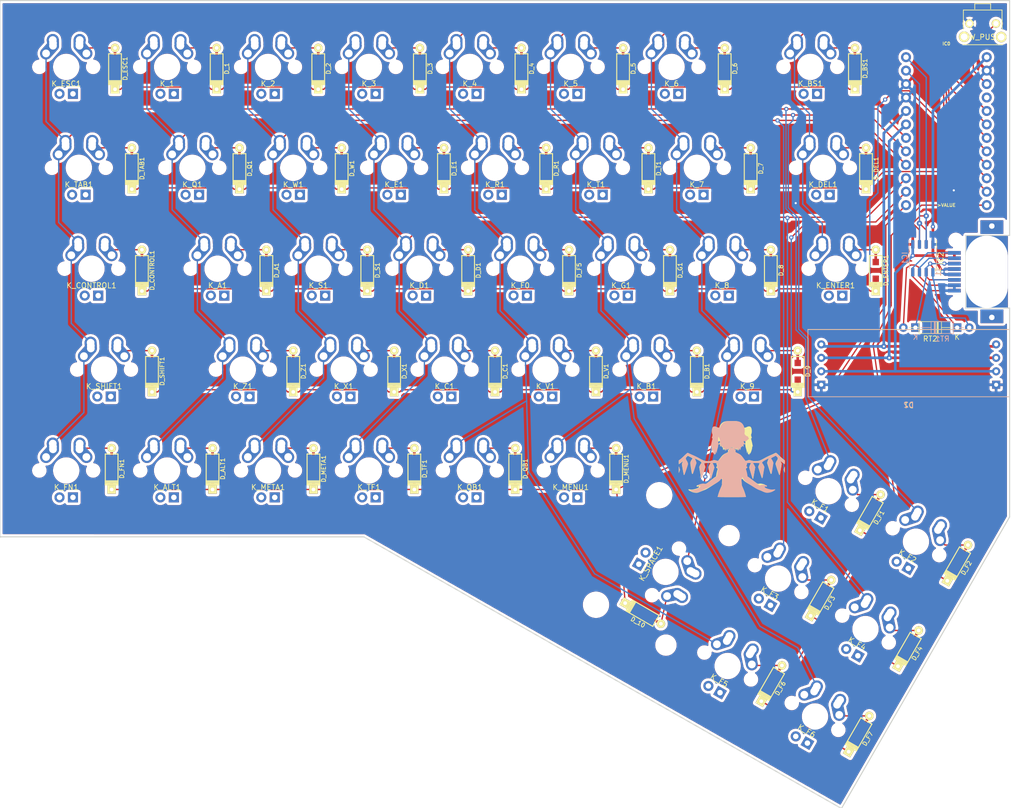
<source format=kicad_pcb>
(kicad_pcb (version 20200518) (host pcbnew "(5.99.0-1941-g4629b701e)")
  (layers (0 "F.Cu" signal) (31 "B.Cu" signal) (34 "B.Paste" user hide) (35 "F.Paste" user hide) (36 "B.SilkS" user) (37 "F.SilkS" user) (38 "B.Mask" user hide) (39 "F.Mask" user hide) (44 "Edge.Cuts" user hide))
  (net 0 "")
  (net 1 "GND")
  (net 2 "Net-(D_1-Pad2)")
  (net 3 "Net-(D_2-Pad2)")
  (net 4 "Net-(D_3-Pad2)")
  (net 5 "Net-(D_4-Pad2)")
  (net 6 "Net-(D_5-Pad2)")
  (net 7 "Net-(D_6-Pad2)")
  (net 8 "Net-(D_7-Pad2)")
  (net 9 "Net-(D_8-Pad2)")
  (net 10 "Net-(D_F1-Pad2)")
  (net 11 "Net-(D_F2-Pad2)")
  (net 12 "Net-(D_9-Pad2)")
  (net 13 "Net-(D_F3-Pad2)")
  (net 14 "Net-(D_F4-Pad2)")
  (net 15 "Net-(D_F5-Pad2)")
  (net 16 "Net-(D_F6-Pad2)")
  (net 17 "row0")
  (net 18 "row2")
  (net 19 "row3")
  (net 20 "row4")
  (net 21 "row5")
  (net 22 "col1")
  (net 23 "col2")
  (net 24 "col3")
  (net 25 "col4")
  (net 26 "col5")
  (net 27 "col6")
  (net 28 "col0")
  (net 29 "VUSB")
  (net 30 "reset")
  (net 31 "col7")
  (net 32 "row1")
  (net 33 "Net-(D_10-Pad2)")
  (net 34 "Net-(D_A1-Pad2)")
  (net 35 "Net-(D_ALT1-Pad2)")
  (net 36 "Net-(D_B1-Pad2)")
  (net 37 "Net-(D_BS1-Pad2)")
  (net 38 "Net-(D_C1-Pad2)")
  (net 39 "Net-(D_CONTROL1-Pad2)")
  (net 40 "Net-(D_D1-Pad2)")
  (net 41 "Net-(D_DEL1-Pad2)")
  (net 42 "Net-(D_E1-Pad2)")
  (net 43 "Net-(D_ENTER1-Pad2)")
  (net 44 "Net-(D_ESC1-Pad2)")
  (net 45 "Net-(D_F7-Pad2)")
  (net 46 "Net-(D_FN1-Pad2)")
  (net 47 "Net-(D_G1-Pad2)")
  (net 48 "Net-(D_MENU1-Pad2)")
  (net 49 "Net-(D_META1-Pad2)")
  (net 50 "Net-(D_Q1-Pad2)")
  (net 51 "Net-(D_QB1-Pad2)")
  (net 52 "Net-(D_R1-Pad2)")
  (net 53 "Net-(D_S1-Pad2)")
  (net 54 "Net-(D_SHIFT1-Pad2)")
  (net 55 "Net-(D_T1-Pad2)")
  (net 56 "Net-(D_TAB1-Pad2)")
  (net 57 "Net-(D_TF1-Pad2)")
  (net 58 "Net-(D_V1-Pad2)")
  (net 59 "Net-(D_W1-Pad2)")
  (net 60 "Net-(D_X1-Pad2)")
  (net 61 "Net-(D_Z1-Pad2)")
  (net 62 "A")
  (net 63 "B")
  (net 64 "Y")
  (net 65 "A2")
  (net 66 "B2")
  (net 67 "Y2")
  (net 68 "SDA")
  (net 69 "SCL")
  (net 70 "VCC")
  (net 71 "RX-")
  (net 72 "TX+")
  (net 73 "Z2")
  (module "keyboard_parts:LOGO_FLAN_001-20x15" (layer "B.Cu") (at 155.194 103.251 180)
    (fp_text reference "G***")
    (fp_text value "LOGO" hide)
  )
  (module "keyboard_parts:LOGO_FLAN_001-20x15" (layer "F.Cu") (at 155.194 103.251)
    (fp_text reference "G***")
    (fp_text value "LOGO" hide)
  )
  (module "keyboard_parts:IIC_OLED" (layer "B.Cu") (at 188.595 85.725)
    (fp_text reference "D2" (at 0 7.62 unlocked) (layer "B.SilkS") (effects (justify mirror)))
    (fp_text value "IIC_OLED")
    (pad "4" thru_hole circle (at 16.51 -3.81) (size 1.524 1.524) (drill 0.762) (layers *.Cu *.Mask) (net 68 "SDA"))
    (pad "3" thru_hole circle (at 16.51 -1.27) (size 1.524 1.524) (drill 0.762) (layers *.Cu *.Mask) (net 69 "SCL"))
    (pad "2" thru_hole circle (at 16.51 1.27) (size 1.524 1.524) (drill 0.762) (layers *.Cu *.Mask) (net 29 "VUSB"))
    (pad "1" thru_hole rect (at 16.51 3.81) (size 1.524 1.524) (drill 0.762) (layers *.Cu *.Mask) (net 1 "GND"))
  )
  (module "Diode_THT:D_DO-35_SOD27_P10.16mm_Horizontal" (layer "B.Cu") (at 189.865 78.74)
    (fp_text reference "RT1" (at 5.08 2.12 180) (layer "B.SilkS") (effects (justify mirror)))
    (fp_text value "R120")
    (fp_text user "K" (at 0 1.8 180) (layer "B.SilkS") (effects (justify mirror)))
    (pad "2" thru_hole oval (at 10.16 0) (size 1.6 1.6) (drill 0.8) (layers *.Cu *.Mask) (net 64 "Y"))
    (pad "1" thru_hole rect (at 0 0) (size 1.6 1.6) (drill 0.8) (layers *.Cu *.Mask) (net 65 "A2"))
  )
  (module "Diode_THT:D_DO-35_SOD27_P10.16mm_Horizontal" (layer "F.Cu") (at 197.739 78.74 180)
    (fp_text reference "RT2" (at 5.08 -2.12) (layer "F.SilkS"))
    (fp_text value "R120")
    (fp_text user "K" (at 0 -1.8) (layer "F.SilkS"))
    (pad "2" thru_hole oval (at 10.16 0 180) (size 1.6 1.6) (drill 0.8) (layers *.Cu *.Mask) (net 73 "Z2"))
    (pad "1" thru_hole rect (at 0 0 180) (size 1.6 1.6) (drill 0.8) (layers *.Cu *.Mask) (net 67 "Y2"))
  )
  (module "Package_SO:SOP-8_3.9x4.9mm_P1.27mm" (layer "F.Cu") (at 191.262 65.659 -90)
    (fp_text reference "IC2" (at 0 -3.4 -90) (layer "F.SilkS"))
    (fp_text value "SN75179BDRG4")
    (pad "8" smd roundrect (at 2.625 -1.905 270) (size 1.65 0.6) (layers "F.Cu" "F.Paste" "F.Mask") (net 65 "A2"))
    (pad "7" smd roundrect (at 2.625 -0.635 270) (size 1.65 0.6) (layers "F.Cu" "F.Paste" "F.Mask") (net 66 "B2"))
    (pad "6" smd roundrect (at 2.625 0.635 270) (size 1.65 0.6) (layers "F.Cu" "F.Paste" "F.Mask") (net 73 "Z2"))
    (pad "5" smd roundrect (at 2.625 1.905 270) (size 1.65 0.6) (layers "F.Cu" "F.Paste" "F.Mask") (net 67 "Y2"))
    (pad "4" smd roundrect (at -2.625 1.905 270) (size 1.65 0.6) (layers "F.Cu" "F.Paste" "F.Mask") (net 1 "GND"))
    (pad "3" smd roundrect (at -2.625 0.635 270) (size 1.65 0.6) (layers "F.Cu" "F.Paste" "F.Mask") (net 72 "TX+"))
    (pad "2" smd roundrect (at -2.625 -0.635 270) (size 1.65 0.6) (layers "F.Cu" "F.Paste" "F.Mask") (net 71 "RX-"))
    (pad "1" smd roundrect (at -2.625 -1.905 270) (size 1.65 0.6) (layers "F.Cu" "F.Paste" "F.Mask") (net 29 "VUSB"))
  )
  (module "Package_SO:SOP-8_3.9x4.9mm_P1.27mm" (layer "B.Cu") (at 191.262 65.659 -90)
    (fp_text reference "IC1" (at 0 3.4 90) (layer "B.SilkS") (effects (justify mirror)))
    (fp_text value "SN75179BDRG4")
    (pad "8" smd roundrect (at 2.625 1.905 270) (size 1.65 0.6) (layers "B.Cu" "B.Paste" "B.Mask") (net 62 "A"))
    (pad "7" smd roundrect (at 2.625 0.635 270) (size 1.65 0.6) (layers "B.Cu" "B.Paste" "B.Mask") (net 63 "B"))
    (pad "6" smd roundrect (at 2.625 -0.635 270) (size 1.65 0.6) (layers "B.Cu" "B.Paste" "B.Mask") (net 65 "A2"))
    (pad "5" smd roundrect (at 2.625 -1.905 270) (size 1.65 0.6) (layers "B.Cu" "B.Paste" "B.Mask") (net 64 "Y"))
    (pad "4" smd roundrect (at -2.625 -1.905 270) (size 1.65 0.6) (layers "B.Cu" "B.Paste" "B.Mask") (net 1 "GND"))
    (pad "3" smd roundrect (at -2.625 -0.635 270) (size 1.65 0.6) (layers "B.Cu" "B.Paste" "B.Mask") (net 72 "TX+"))
    (pad "2" smd roundrect (at -2.625 0.635 270) (size 1.65 0.6) (layers "B.Cu" "B.Paste" "B.Mask") (net 71 "RX-"))
    (pad "1" smd roundrect (at -2.625 1.905 270) (size 1.65 0.6) (layers "B.Cu" "B.Paste" "B.Mask") (net 29 "VUSB"))
  )
  (module "SparkFun-boards:SPARKFUN_PRO_MICRO" (layer "F.Cu") (at 195.707 40.386)
    (fp_text reference "IC0" (at 0 -15.24) (layer "F.SilkS") (effects (font (size 0.6096 0.6096) (thickness 0.127))))
    (fp_text value ">VALUE" (at 0 15.24) (layer "F.SilkS") (effects (font (size 0.6096 0.6096) (thickness 0.127))))
    (pad "24" thru_hole circle (at 7.62 -12.7) (size 1.8796 1.8796) (drill 1.016) (layers *.Cu *.Mask) (net 29 "VUSB"))
    (pad "23" thru_hole circle (at 7.62 -10.16) (size 1.8796 1.8796) (drill 1.016) (layers *.Cu *.Mask) (net 1 "GND"))
    (pad "22" thru_hole circle (at 7.62 -7.62) (size 1.8796 1.8796) (drill 1.016) (layers *.Cu *.Mask) (net 30 "reset"))
    (pad "21" thru_hole circle (at 7.62 -5.08) (size 1.8796 1.8796) (drill 1.016) (layers *.Cu *.Mask) (net 70 "VCC"))
    (pad "20" thru_hole circle (at 7.62 -2.54) (size 1.8796 1.8796) (drill 1.016) (layers *.Cu *.Mask) (net 25 "col4"))
    (pad "19" thru_hole circle (at 7.62 0) (size 1.8796 1.8796) (drill 1.016) (layers *.Cu *.Mask) (net 26 "col5"))
    (pad "18" thru_hole circle (at 7.62 2.54) (size 1.8796 1.8796) (drill 1.016) (layers *.Cu *.Mask) (net 27 "col6"))
    (pad "17" thru_hole circle (at 7.62 5.08) (size 1.8796 1.8796) (drill 1.016) (layers *.Cu *.Mask) (net 31 "col7"))
    (pad "16" thru_hole circle (at 7.62 7.62) (size 1.8796 1.8796) (drill 1.016) (layers *.Cu *.Mask) (net 17 "row0"))
    (pad "15" thru_hole circle (at 7.62 10.16) (size 1.8796 1.8796) (drill 1.016) (layers *.Cu *.Mask) (net 18 "row2"))
    (pad "14" thru_hole circle (at 7.62 12.7) (size 1.8796 1.8796) (drill 1.016) (layers *.Cu *.Mask) (net 32 "row1"))
    (pad "13" thru_hole circle (at 7.62 15.24) (size 1.8796 1.8796) (drill 1.016) (layers *.Cu *.Mask) (net 21 "row5"))
    (pad "12" thru_hole circle (at -7.62 15.24) (size 1.8796 1.8796) (drill 1.016) (layers *.Cu *.Mask) (net 20 "row4"))
    (pad "11" thru_hole circle (at -7.62 12.7) (size 1.8796 1.8796) (drill 1.016) (layers *.Cu *.Mask) (net 19 "row3"))
    (pad "10" thru_hole circle (at -7.62 10.16) (size 1.8796 1.8796) (drill 1.016) (layers *.Cu *.Mask) (net 24 "col3"))
    (pad "9" thru_hole circle (at -7.62 7.62) (size 1.8796 1.8796) (drill 1.016) (layers *.Cu *.Mask) (net 23 "col2"))
    (pad "8" thru_hole circle (at -7.62 5.08) (size 1.8796 1.8796) (drill 1.016) (layers *.Cu *.Mask) (net 22 "col1"))
    (pad "7" thru_hole circle (at -7.62 2.54) (size 1.8796 1.8796) (drill 1.016) (layers *.Cu *.Mask) (net 28 "col0"))
    (pad "6" thru_hole circle (at -7.62 0) (size 1.8796 1.8796) (drill 1.016) (layers *.Cu *.Mask) (net 69 "SCL"))
    (pad "5" thru_hole circle (at -7.62 -2.54) (size 1.8796 1.8796) (drill 1.016) (layers *.Cu *.Mask) (net 68 "SDA"))
    (pad "4" thru_hole circle (at -7.62 -5.08) (size 1.8796 1.8796) (drill 1.016) (layers *.Cu *.Mask) (net 1 "GND"))
    (pad "3" thru_hole circle (at -7.62 -7.62) (size 1.8796 1.8796) (drill 1.016) (layers *.Cu *.Mask) (net 1 "GND"))
    (pad "2" thru_hole circle (at -7.62 -10.16) (size 1.8796 1.8796) (drill 1.016) (layers *.Cu *.Mask) (net 71 "RX-"))
    (pad "1" thru_hole circle (at -7.62 -12.7) (size 1.8796 1.8796) (drill 1.016) (layers *.Cu *.Mask) (net 72 "TX+"))
  )
  (module "keyboard_parts:IIC_OLED" (layer "F.Cu") (at 188.595 85.725 180)
    (fp_text reference "D1" (at 0 -7.62 180 unlocked) (layer "F.SilkS"))
    (fp_text value "IIC_OLED")
    (pad "4" thru_hole circle (at 16.51 3.81 180) (size 1.524 1.524) (drill 0.762) (layers *.Cu *.Mask) (net 68 "SDA"))
    (pad "3" thru_hole circle (at 16.51 1.27 180) (size 1.524 1.524) (drill 0.762) (layers *.Cu *.Mask) (net 69 "SCL"))
    (pad "2" thru_hole circle (at 16.51 -1.27 180) (size 1.524 1.524) (drill 0.762) (layers *.Cu *.Mask) (net 29 "VUSB"))
    (pad "1" thru_hole rect (at 16.51 -3.81 180) (size 1.524 1.524) (drill 0.762) (layers *.Cu *.Mask) (net 1 "GND"))
  )
  (module "keyboard_parts:SW_TACT_TH_HORIZ_LOW" (layer "F.Cu") (at 202.565 21.336 180)
    (fp_text reference "SW_RESET1" hide)
    (fp_text value "SW_PUSH" (at 0 -2.55 180) (layer "F.SilkS"))
    (pad "4" thru_hole circle (at -3.5 -2.55 180) (size 2 2) (drill 1.3) (layers *.Cu *.Mask "F.SilkS"))
    (pad "3" thru_hole circle (at 3.5 -2.5 180) (size 2 2) (drill 1.3) (layers *.Cu *.Mask "F.SilkS"))
    (pad "2" thru_hole circle (at -2.5 0 180) (size 1.6 1.6) (drill 1) (layers *.Cu *.Mask "F.SilkS") (net 30 "reset"))
    (pad "1" thru_hole circle (at 2.5 0 180) (size 1.6 1.6) (drill 1) (layers *.Cu *.Mask "F.SilkS") (net 1 "GND"))
  )
  (module "keyboard_parts:RJ45_SMD_MJ88_HLSV6" (layer "F.Cu") (at 199.39 68.199 90)
    (fp_text reference "J2" (at 0 -5.207 90) (layer "F.SilkS"))
    (fp_text value "RJ45")
    (pad "1" smd rect (at -3.57 -2.175 90) (size 0.7 2.4) (layers "F.Cu" "F.Paste" "F.Mask") (net 67 "Y2"))
    (pad "2" smd rect (at -2.55 -2.175 90) (size 0.7 2.4) (layers "F.Cu" "F.Paste" "F.Mask") (net 73 "Z2"))
    (pad "3" smd rect (at -1.53 -2.175 90) (size 0.7 2.4) (layers "F.Cu" "F.Paste" "F.Mask") (net 66 "B2"))
    (pad "4" smd rect (at -0.51 -2.175 90) (size 0.7 2.4) (layers "F.Cu" "F.Paste" "F.Mask") (net 29 "VUSB"))
    (pad "5" smd rect (at 0.51 -2.175 90) (size 0.7 2.4) (layers "F.Cu" "F.Paste" "F.Mask") (net 29 "VUSB"))
    (pad "6" smd rect (at 1.53 -2.175 90) (size 0.7 2.4) (layers "F.Cu" "F.Paste" "F.Mask") (net 65 "A2"))
    (pad "7" smd rect (at 2.55 -2.175 90) (size 0.7 2.4) (layers "F.Cu" "F.Paste" "F.Mask") (net 1 "GND"))
    (pad "8" smd rect (at 3.57 -2.175 90) (size 0.7 2.4) (layers "F.Cu" "F.Paste" "F.Mask") (net 1 "GND"))
    (pad "" np_thru_hole circle (at -5.97 -1.9 90) (size 1.85 1.85) (drill 1.85) (layers *.Cu *.Mask))
    (pad "" np_thru_hole roundrect (at 0 3.95 90) (size 13.59 7.9) (drill oval 13.59 7.9) (layers *.Cu) (roundrect_rratio 0.02))
    (pad "" np_thru_hole circle (at 5.97 -1.9 90) (size 1.85 1.85) (drill 1.85) (layers *.Cu *.Mask))
    (pad "SH" thru_hole roundrect (at 8.625 4.9 90) (size 2.55 4.3) (drill 1 (offset -0.2 0)) (layers *.Cu *.Mask) (roundrect_rratio 0.02))
    (pad "SH" thru_hole roundrect (at -8.625 4.9 90) (size 2.55 4.3) (drill 1 (offset 0.2 0)) (layers *.Cu *.Mask) (roundrect_rratio 0.02))
  )
  (module "keyboard_parts:RJ45_SMD_MJ88_HLSV6" (layer "B.Cu") (at 199.39 68.199 -90)
    (fp_text reference "J1" (at 0 5.207 90) (layer "B.SilkS") (effects (justify mirror)))
    (fp_text value "RJ45")
    (pad "SH" thru_hole roundrect (at -8.625 -4.9 270) (size 2.55 4.3) (drill 1 (offset 0.2 0)) (layers *.Cu *.Mask) (roundrect_rratio 0.02))
    (pad "SH" thru_hole roundrect (at 8.625 -4.9 270) (size 2.55 4.3) (drill 1 (offset -0.2 0)) (layers *.Cu *.Mask) (roundrect_rratio 0.02))
    (pad "" np_thru_hole circle (at 5.97 1.9 270) (size 1.85 1.85) (drill 1.85) (layers *.Cu *.Mask))
    (pad "" np_thru_hole roundrect (at 0 -3.95 270) (size 13.59 7.9) (drill oval 13.59 7.9) (layers *.Cu) (roundrect_rratio 0.02))
    (pad "" np_thru_hole circle (at -5.97 1.9 270) (size 1.85 1.85) (drill 1.85) (layers *.Cu *.Mask))
    (pad "8" smd rect (at 3.57 2.175 270) (size 0.7 2.4) (layers "B.Cu" "B.Paste" "B.Mask") (net 1 "GND"))
    (pad "7" smd rect (at 2.55 2.175 270) (size 0.7 2.4) (layers "B.Cu" "B.Paste" "B.Mask") (net 1 "GND"))
    (pad "6" smd rect (at 1.53 2.175 270) (size 0.7 2.4) (layers "B.Cu" "B.Paste" "B.Mask") (net 64 "Y"))
    (pad "5" smd rect (at 0.51 2.175 270) (size 0.7 2.4) (layers "B.Cu" "B.Paste" "B.Mask") (net 29 "VUSB"))
    (pad "4" smd rect (at -0.51 2.175 270) (size 0.7 2.4) (layers "B.Cu" "B.Paste" "B.Mask") (net 29 "VUSB"))
    (pad "3" smd rect (at -1.53 2.175 270) (size 0.7 2.4) (layers "B.Cu" "B.Paste" "B.Mask") (net 65 "A2"))
    (pad "2" smd rect (at -2.55 2.175 270) (size 0.7 2.4) (layers "B.Cu" "B.Paste" "B.Mask") (net 63 "B"))
    (pad "1" smd rect (at -3.57 2.175 270) (size 0.7 2.4) (layers "B.Cu" "B.Paste" "B.Mask") (net 62 "A"))
  )
  (module "MX_ALPS_Hybrid:MX-1.5U-Reversible" (layer "F.Cu") (at 172.40125 48.575)
    (fp_text reference "K_DEL1" (at 0 3.175) (layer "F.SilkS"))
    (fp_text value "KEYSW")
    (pad "2" thru_hole oval (at 2.5 -4.5 86) (size 2.831378 2.25) (drill 1.47 (offset 0.290689 0)) (layers *.Cu *.Mask) (net 41 "Net-(D_DEL1-Pad2)"))
    (pad "1" thru_hole oval (at -2.5 -4.5 274) (size 2.831378 2.25) (drill 1.47 (offset -0.290689 0)) (layers *.Cu *.Mask) (net 31 "col7"))
    (pad "2" thru_hole circle (at 2.54 -5.08) (size 2.25 2.25) (drill 1.47) (layers *.Cu *.Mask) (net 41 "Net-(D_DEL1-Pad2)"))
    (pad "" np_thru_hole circle (at -5.08 0 48.0996) (size 1.75 1.75) (drill 1.75) (layers *.Cu *.Mask))
    (pad "1" thru_hole circle (at -2.5 -4) (size 2.25 2.25) (drill 1.47) (layers *.Cu *.Mask) (net 31 "col7"))
    (pad "3" thru_hole circle (at -1.27 5.08) (size 1.905 1.905) (drill 1.04) (layers *.Cu *.Mask))
    (pad "2" thru_hole circle (at 2.5 -4) (size 2.25 2.25) (drill 1.47) (layers *.Cu *.Mask) (net 41 "Net-(D_DEL1-Pad2)"))
    (pad "1" thru_hole oval (at -3.81 -2.54 48) (size 4.211556 2.25) (drill 1.47 (offset 0.980778 0)) (layers *.Cu *.Mask) (net 31 "col7"))
    (pad "" np_thru_hole circle (at 0 0) (size 3.9878 3.9878) (drill 3.9878) (layers *.Cu *.Mask))
    (pad "1" thru_hole circle (at -2.54 -5.08) (size 2.25 2.25) (drill 1.47) (layers *.Cu *.Mask) (net 31 "col7"))
    (pad "2" thru_hole oval (at 3.81 -2.54 312) (size 4.211556 2.25) (drill 1.47 (offset -0.980778 0)) (layers *.Cu *.Mask) (net 41 "Net-(D_DEL1-Pad2)"))
    (pad "" np_thru_hole circle (at 5.08 0 48.0996) (size 1.75 1.75) (drill 1.75) (layers *.Cu *.Mask))
    (pad "4" thru_hole rect (at 1.27 5.08) (size 1.905 1.905) (drill 1.04) (layers *.Cu *.Mask))
  )
  (module "MX_ALPS_Hybrid:MX-1U-Reversible" (layer "F.Cu") (at 158.11375 86.675)
    (fp_text reference "K_9" (at 0 3.175) (layer "F.SilkS"))
    (fp_text value "KEYSW")
    (pad "2" thru_hole circle (at 2.54 -5.08) (size 2.25 2.25) (drill 1.47) (layers *.Cu *.Mask) (net 12 "Net-(D_9-Pad2)"))
    (pad "4" thru_hole rect (at 1.27 5.08) (size 1.905 1.905) (drill 1.04) (layers *.Cu *.Mask))
    (pad "1" thru_hole circle (at -2.54 -5.08) (size 2.25 2.25) (drill 1.47) (layers *.Cu *.Mask) (net 27 "col6"))
    (pad "2" thru_hole circle (at 2.5 -4) (size 2.25 2.25) (drill 1.47) (layers *.Cu *.Mask) (net 12 "Net-(D_9-Pad2)"))
    (pad "2" thru_hole oval (at 2.5 -4.5 86) (size 2.831378 2.25) (drill 1.47 (offset 0.290689 0)) (layers *.Cu *.Mask) (net 12 "Net-(D_9-Pad2)"))
    (pad "1" thru_hole oval (at -2.5 -4.5 274) (size 2.831378 2.25) (drill 1.47 (offset -0.290689 0)) (layers *.Cu *.Mask) (net 27 "col6"))
    (pad "3" thru_hole circle (at -1.27 5.08) (size 1.905 1.905) (drill 1.04) (layers *.Cu *.Mask))
    (pad "1" thru_hole oval (at -3.81 -2.54 48) (size 4.211556 2.25) (drill 1.47 (offset 0.980778 0)) (layers *.Cu *.Mask) (net 27 "col6"))
    (pad "2" thru_hole oval (at 3.81 -2.54 312) (size 4.211556 2.25) (drill 1.47 (offset -0.980778 0)) (layers *.Cu *.Mask) (net 12 "Net-(D_9-Pad2)"))
    (pad "1" thru_hole circle (at -2.5 -4) (size 2.25 2.25) (drill 1.47) (layers *.Cu *.Mask) (net 27 "col6"))
    (pad "" np_thru_hole circle (at 5.08 0 48.0996) (size 1.75 1.75) (drill 1.75) (layers *.Cu *.Mask))
    (pad "" np_thru_hole circle (at -5.08 0 48.0996) (size 1.75 1.75) (drill 1.75) (layers *.Cu *.Mask))
    (pad "" np_thru_hole circle (at 0 0) (size 3.9878 3.9878) (drill 3.9878) (layers *.Cu *.Mask))
  )
  (module "MX_ALPS_Hybrid:MX-1U-Reversible" (layer "F.Cu") (at 180.432571 135.666146 -30)
    (fp_text reference "K_F4" (at 0 3.175 -30) (layer "F.SilkS"))
    (fp_text value "KEYSW")
    (pad "2" thru_hole circle (at 2.54 -5.08 330) (size 2.25 2.25) (drill 1.47) (layers *.Cu *.Mask) (net 14 "Net-(D_F4-Pad2)"))
    (pad "4" thru_hole rect (at 1.27 5.08 330) (size 1.905 1.905) (drill 1.04) (layers *.Cu *.Mask))
    (pad "1" thru_hole circle (at -2.54 -5.08 330) (size 2.25 2.25) (drill 1.47) (layers *.Cu *.Mask) (net 24 "col3"))
    (pad "2" thru_hole circle (at 2.5 -4 330) (size 2.25 2.25) (drill 1.47) (layers *.Cu *.Mask) (net 14 "Net-(D_F4-Pad2)"))
    (pad "2" thru_hole oval (at 2.5 -4.5 56) (size 2.831378 2.25) (drill 1.47 (offset 0.290689 0)) (layers *.Cu *.Mask) (net 14 "Net-(D_F4-Pad2)"))
    (pad "1" thru_hole oval (at -2.5 -4.5 244) (size 2.831378 2.25) (drill 1.47 (offset -0.290689 0)) (layers *.Cu *.Mask) (net 24 "col3"))
    (pad "3" thru_hole circle (at -1.27 5.08 330) (size 1.905 1.905) (drill 1.04) (layers *.Cu *.Mask))
    (pad "1" thru_hole oval (at -3.81 -2.54 18) (size 4.211556 2.25) (drill 1.47 (offset 0.980778 0)) (layers *.Cu *.Mask) (net 24 "col3"))
    (pad "2" thru_hole oval (at 3.81 -2.54 282) (size 4.211556 2.25) (drill 1.47 (offset -0.980778 0)) (layers *.Cu *.Mask) (net 14 "Net-(D_F4-Pad2)"))
    (pad "1" thru_hole circle (at -2.5 -4 330) (size 2.25 2.25) (drill 1.47) (layers *.Cu *.Mask) (net 24 "col3"))
    (pad "" np_thru_hole circle (at 5.08 0 18.0996) (size 1.75 1.75) (drill 1.75) (layers *.Cu *.Mask))
    (pad "" np_thru_hole circle (at -5.08 0 18.0996) (size 1.75 1.75) (drill 1.75) (layers *.Cu *.Mask))
    (pad "" np_thru_hole circle (at 0 0 330) (size 3.9878 3.9878) (drill 3.9878) (layers *.Cu *.Mask))
  )
  (module "MX_ALPS_Hybrid:MX-1U-Reversible" (layer "F.Cu") (at 115.2475 67.625)
    (fp_text reference "K_F0" (at 0 3.175) (layer "F.SilkS"))
    (fp_text value "KEYSW")
    (pad "2" thru_hole circle (at 2.54 -5.08) (size 2.25 2.25) (drill 1.47) (layers *.Cu *.Mask) (net 15 "Net-(D_F5-Pad2)"))
    (pad "4" thru_hole rect (at 1.27 5.08) (size 1.905 1.905) (drill 1.04) (layers *.Cu *.Mask))
    (pad "1" thru_hole circle (at -2.54 -5.08) (size 2.25 2.25) (drill 1.47) (layers *.Cu *.Mask) (net 25 "col4"))
    (pad "2" thru_hole circle (at 2.5 -4) (size 2.25 2.25) (drill 1.47) (layers *.Cu *.Mask) (net 15 "Net-(D_F5-Pad2)"))
    (pad "2" thru_hole oval (at 2.5 -4.5 86) (size 2.831378 2.25) (drill 1.47 (offset 0.290689 0)) (layers *.Cu *.Mask) (net 15 "Net-(D_F5-Pad2)"))
    (pad "1" thru_hole oval (at -2.5 -4.5 274) (size 2.831378 2.25) (drill 1.47 (offset -0.290689 0)) (layers *.Cu *.Mask) (net 25 "col4"))
    (pad "3" thru_hole circle (at -1.27 5.08) (size 1.905 1.905) (drill 1.04) (layers *.Cu *.Mask))
    (pad "1" thru_hole oval (at -3.81 -2.54 48) (size 4.211556 2.25) (drill 1.47 (offset 0.980778 0)) (layers *.Cu *.Mask) (net 25 "col4"))
    (pad "2" thru_hole oval (at 3.81 -2.54 312) (size 4.211556 2.25) (drill 1.47 (offset -0.980778 0)) (layers *.Cu *.Mask) (net 15 "Net-(D_F5-Pad2)"))
    (pad "1" thru_hole circle (at -2.5 -4) (size 2.25 2.25) (drill 1.47) (layers *.Cu *.Mask) (net 25 "col4"))
    (pad "" np_thru_hole circle (at 5.08 0 48.0996) (size 1.75 1.75) (drill 1.75) (layers *.Cu *.Mask))
    (pad "" np_thru_hole circle (at -5.08 0 48.0996) (size 1.75 1.75) (drill 1.75) (layers *.Cu *.Mask))
    (pad "" np_thru_hole circle (at 0 0) (size 3.9878 3.9878) (drill 3.9878) (layers *.Cu *.Mask))
  )
  (module "MX_ALPS_Hybrid:MX-1U-Reversible" (layer "F.Cu") (at 134.2975 67.625)
    (fp_text reference "K_G1" (at 0 3.175) (layer "F.SilkS"))
    (fp_text value "KEYSW")
    (pad "2" thru_hole circle (at 2.54 -5.08) (size 2.25 2.25) (drill 1.47) (layers *.Cu *.Mask) (net 47 "Net-(D_G1-Pad2)"))
    (pad "4" thru_hole rect (at 1.27 5.08) (size 1.905 1.905) (drill 1.04) (layers *.Cu *.Mask))
    (pad "1" thru_hole circle (at -2.54 -5.08) (size 2.25 2.25) (drill 1.47) (layers *.Cu *.Mask) (net 26 "col5"))
    (pad "2" thru_hole circle (at 2.5 -4) (size 2.25 2.25) (drill 1.47) (layers *.Cu *.Mask) (net 47 "Net-(D_G1-Pad2)"))
    (pad "2" thru_hole oval (at 2.5 -4.5 86) (size 2.831378 2.25) (drill 1.47 (offset 0.290689 0)) (layers *.Cu *.Mask) (net 47 "Net-(D_G1-Pad2)"))
    (pad "1" thru_hole oval (at -2.5 -4.5 274) (size 2.831378 2.25) (drill 1.47 (offset -0.290689 0)) (layers *.Cu *.Mask) (net 26 "col5"))
    (pad "3" thru_hole circle (at -1.27 5.08) (size 1.905 1.905) (drill 1.04) (layers *.Cu *.Mask))
    (pad "1" thru_hole oval (at -3.81 -2.54 48) (size 4.211556 2.25) (drill 1.47 (offset 0.980778 0)) (layers *.Cu *.Mask) (net 26 "col5"))
    (pad "2" thru_hole oval (at 3.81 -2.54 312) (size 4.211556 2.25) (drill 1.47 (offset -0.980778 0)) (layers *.Cu *.Mask) (net 47 "Net-(D_G1-Pad2)"))
    (pad "1" thru_hole circle (at -2.5 -4) (size 2.25 2.25) (drill 1.47) (layers *.Cu *.Mask) (net 26 "col5"))
    (pad "" np_thru_hole circle (at 5.08 0 48.0996) (size 1.75 1.75) (drill 1.75) (layers *.Cu *.Mask))
    (pad "" np_thru_hole circle (at -5.08 0 48.0996) (size 1.75 1.75) (drill 1.75) (layers *.Cu *.Mask))
    (pad "" np_thru_hole circle (at 0 0) (size 3.9878 3.9878) (drill 3.9878) (layers *.Cu *.Mask))
  )
  (module "MX_ALPS_Hybrid:MX-1U-Reversible" (layer "F.Cu") (at 58.0975 67.625)
    (fp_text reference "K_A1" (at 0 3.175) (layer "F.SilkS"))
    (fp_text value "KEYSW")
    (pad "2" thru_hole circle (at 2.54 -5.08) (size 2.25 2.25) (drill 1.47) (layers *.Cu *.Mask) (net 34 "Net-(D_A1-Pad2)"))
    (pad "4" thru_hole rect (at 1.27 5.08) (size 1.905 1.905) (drill 1.04) (layers *.Cu *.Mask))
    (pad "1" thru_hole circle (at -2.54 -5.08) (size 2.25 2.25) (drill 1.47) (layers *.Cu *.Mask) (net 22 "col1"))
    (pad "2" thru_hole circle (at 2.5 -4) (size 2.25 2.25) (drill 1.47) (layers *.Cu *.Mask) (net 34 "Net-(D_A1-Pad2)"))
    (pad "2" thru_hole oval (at 2.5 -4.5 86) (size 2.831378 2.25) (drill 1.47 (offset 0.290689 0)) (layers *.Cu *.Mask) (net 34 "Net-(D_A1-Pad2)"))
    (pad "1" thru_hole oval (at -2.5 -4.5 274) (size 2.831378 2.25) (drill 1.47 (offset -0.290689 0)) (layers *.Cu *.Mask) (net 22 "col1"))
    (pad "3" thru_hole circle (at -1.27 5.08) (size 1.905 1.905) (drill 1.04) (layers *.Cu *.Mask))
    (pad "1" thru_hole oval (at -3.81 -2.54 48) (size 4.211556 2.25) (drill 1.47 (offset 0.980778 0)) (layers *.Cu *.Mask) (net 22 "col1"))
    (pad "2" thru_hole oval (at 3.81 -2.54 312) (size 4.211556 2.25) (drill 1.47 (offset -0.980778 0)) (layers *.Cu *.Mask) (net 34 "Net-(D_A1-Pad2)"))
    (pad "1" thru_hole circle (at -2.5 -4) (size 2.25 2.25) (drill 1.47) (layers *.Cu *.Mask) (net 22 "col1"))
    (pad "" np_thru_hole circle (at 5.08 0 48.0996) (size 1.75 1.75) (drill 1.75) (layers *.Cu *.Mask))
    (pad "" np_thru_hole circle (at -5.08 0 48.0996) (size 1.75 1.75) (drill 1.75) (layers *.Cu *.Mask))
    (pad "" np_thru_hole circle (at 0 0) (size 3.9878 3.9878) (drill 3.9878) (layers *.Cu *.Mask))
  )
  (module "MX_ALPS_Hybrid:MX-1U-Reversible" (layer "F.Cu") (at 86.675 29.525)
    (fp_text reference "K_3" (at 0 3.175) (layer "F.SilkS"))
    (fp_text value "KEYSW")
    (pad "2" thru_hole circle (at 2.54 -5.08) (size 2.25 2.25) (drill 1.47) (layers *.Cu *.Mask) (net 4 "Net-(D_3-Pad2)"))
    (pad "4" thru_hole rect (at 1.27 5.08) (size 1.905 1.905) (drill 1.04) (layers *.Cu *.Mask))
    (pad "1" thru_hole circle (at -2.54 -5.08) (size 2.25 2.25) (drill 1.47) (layers *.Cu *.Mask) (net 24 "col3"))
    (pad "2" thru_hole circle (at 2.5 -4) (size 2.25 2.25) (drill 1.47) (layers *.Cu *.Mask) (net 4 "Net-(D_3-Pad2)"))
    (pad "2" thru_hole oval (at 2.5 -4.5 86) (size 2.831378 2.25) (drill 1.47 (offset 0.290689 0)) (layers *.Cu *.Mask) (net 4 "Net-(D_3-Pad2)"))
    (pad "1" thru_hole oval (at -2.5 -4.5 274) (size 2.831378 2.25) (drill 1.47 (offset -0.290689 0)) (layers *.Cu *.Mask) (net 24 "col3"))
    (pad "3" thru_hole circle (at -1.27 5.08) (size 1.905 1.905) (drill 1.04) (layers *.Cu *.Mask))
    (pad "1" thru_hole oval (at -3.81 -2.54 48) (size 4.211556 2.25) (drill 1.47 (offset 0.980778 0)) (layers *.Cu *.Mask) (net 24 "col3"))
    (pad "2" thru_hole oval (at 3.81 -2.54 312) (size 4.211556 2.25) (drill 1.47 (offset -0.980778 0)) (layers *.Cu *.Mask) (net 4 "Net-(D_3-Pad2)"))
    (pad "1" thru_hole circle (at -2.5 -4) (size 2.25 2.25) (drill 1.47) (layers *.Cu *.Mask) (net 24 "col3"))
    (pad "" np_thru_hole circle (at 5.08 0 48.0996) (size 1.75 1.75) (drill 1.75) (layers *.Cu *.Mask))
    (pad "" np_thru_hole circle (at -5.08 0 48.0996) (size 1.75 1.75) (drill 1.75) (layers *.Cu *.Mask))
    (pad "" np_thru_hole circle (at 0 0) (size 3.9878 3.9878) (drill 3.9878) (layers *.Cu *.Mask))
  )
  (module "MX_ALPS_Hybrid:MX-1U-Reversible" (layer "F.Cu") (at 48.575 105.725)
    (fp_text reference "K_ALT1" (at 0 3.175) (layer "F.SilkS"))
    (fp_text value "KEYSW")
    (pad "2" thru_hole circle (at 2.54 -5.08) (size 2.25 2.25) (drill 1.47) (layers *.Cu *.Mask) (net 35 "Net-(D_ALT1-Pad2)"))
    (pad "4" thru_hole rect (at 1.27 5.08) (size 1.905 1.905) (drill 1.04) (layers *.Cu *.Mask))
    (pad "1" thru_hole circle (at -2.54 -5.08) (size 2.25 2.25) (drill 1.47) (layers *.Cu *.Mask) (net 22 "col1"))
    (pad "2" thru_hole circle (at 2.5 -4) (size 2.25 2.25) (drill 1.47) (layers *.Cu *.Mask) (net 35 "Net-(D_ALT1-Pad2)"))
    (pad "2" thru_hole oval (at 2.5 -4.5 86) (size 2.831378 2.25) (drill 1.47 (offset 0.290689 0)) (layers *.Cu *.Mask) (net 35 "Net-(D_ALT1-Pad2)"))
    (pad "1" thru_hole oval (at -2.5 -4.5 274) (size 2.831378 2.25) (drill 1.47 (offset -0.290689 0)) (layers *.Cu *.Mask) (net 22 "col1"))
    (pad "3" thru_hole circle (at -1.27 5.08) (size 1.905 1.905) (drill 1.04) (layers *.Cu *.Mask))
    (pad "1" thru_hole oval (at -3.81 -2.54 48) (size 4.211556 2.25) (drill 1.47 (offset 0.980778 0)) (layers *.Cu *.Mask) (net 22 "col1"))
    (pad "2" thru_hole oval (at 3.81 -2.54 312) (size 4.211556 2.25) (drill 1.47 (offset -0.980778 0)) (layers *.Cu *.Mask) (net 35 "Net-(D_ALT1-Pad2)"))
    (pad "1" thru_hole circle (at -2.5 -4) (size 2.25 2.25) (drill 1.47) (layers *.Cu *.Mask) (net 22 "col1"))
    (pad "" np_thru_hole circle (at 5.08 0 48.0996) (size 1.75 1.75) (drill 1.75) (layers *.Cu *.Mask))
    (pad "" np_thru_hole circle (at -5.08 0 48.0996) (size 1.75 1.75) (drill 1.75) (layers *.Cu *.Mask))
    (pad "" np_thru_hole circle (at 0 0) (size 3.9878 3.9878) (drill 3.9878) (layers *.Cu *.Mask))
  )
  (module "MX_ALPS_Hybrid:MX-1U-Reversible" (layer "F.Cu") (at 67.625 29.525)
    (fp_text reference "K_2" (at 0 3.175) (layer "F.SilkS"))
    (fp_text value "KEYSW")
    (pad "2" thru_hole circle (at 2.54 -5.08) (size 2.25 2.25) (drill 1.47) (layers *.Cu *.Mask) (net 3 "Net-(D_2-Pad2)"))
    (pad "4" thru_hole rect (at 1.27 5.08) (size 1.905 1.905) (drill 1.04) (layers *.Cu *.Mask))
    (pad "1" thru_hole circle (at -2.54 -5.08) (size 2.25 2.25) (drill 1.47) (layers *.Cu *.Mask) (net 23 "col2"))
    (pad "2" thru_hole circle (at 2.5 -4) (size 2.25 2.25) (drill 1.47) (layers *.Cu *.Mask) (net 3 "Net-(D_2-Pad2)"))
    (pad "2" thru_hole oval (at 2.5 -4.5 86) (size 2.831378 2.25) (drill 1.47 (offset 0.290689 0)) (layers *.Cu *.Mask) (net 3 "Net-(D_2-Pad2)"))
    (pad "1" thru_hole oval (at -2.5 -4.5 274) (size 2.831378 2.25) (drill 1.47 (offset -0.290689 0)) (layers *.Cu *.Mask) (net 23 "col2"))
    (pad "3" thru_hole circle (at -1.27 5.08) (size 1.905 1.905) (drill 1.04) (layers *.Cu *.Mask))
    (pad "1" thru_hole oval (at -3.81 -2.54 48) (size 4.211556 2.25) (drill 1.47 (offset 0.980778 0)) (layers *.Cu *.Mask) (net 23 "col2"))
    (pad "2" thru_hole oval (at 3.81 -2.54 312) (size 4.211556 2.25) (drill 1.47 (offset -0.980778 0)) (layers *.Cu *.Mask) (net 3 "Net-(D_2-Pad2)"))
    (pad "1" thru_hole circle (at -2.5 -4) (size 2.25 2.25) (drill 1.47) (layers *.Cu *.Mask) (net 23 "col2"))
    (pad "" np_thru_hole circle (at 5.08 0 48.0996) (size 1.75 1.75) (drill 1.75) (layers *.Cu *.Mask))
    (pad "" np_thru_hole circle (at -5.08 0 48.0996) (size 1.75 1.75) (drill 1.75) (layers *.Cu *.Mask))
    (pad "" np_thru_hole circle (at 0 0) (size 3.9878 3.9878) (drill 3.9878) (layers *.Cu *.Mask))
  )
  (module "MX_ALPS_Hybrid:MX-1U-Reversible" (layer "F.Cu") (at 148.58625 48.575)
    (fp_text reference "K_7" (at 0 3.175) (layer "F.SilkS"))
    (fp_text value "KEYSW")
    (pad "2" thru_hole circle (at 2.54 -5.08) (size 2.25 2.25) (drill 1.47) (layers *.Cu *.Mask) (net 8 "Net-(D_7-Pad2)"))
    (pad "4" thru_hole rect (at 1.27 5.08) (size 1.905 1.905) (drill 1.04) (layers *.Cu *.Mask))
    (pad "1" thru_hole circle (at -2.54 -5.08) (size 2.25 2.25) (drill 1.47) (layers *.Cu *.Mask) (net 27 "col6"))
    (pad "2" thru_hole circle (at 2.5 -4) (size 2.25 2.25) (drill 1.47) (layers *.Cu *.Mask) (net 8 "Net-(D_7-Pad2)"))
    (pad "2" thru_hole oval (at 2.5 -4.5 86) (size 2.831378 2.25) (drill 1.47 (offset 0.290689 0)) (layers *.Cu *.Mask) (net 8 "Net-(D_7-Pad2)"))
    (pad "1" thru_hole oval (at -2.5 -4.5 274) (size 2.831378 2.25) (drill 1.47 (offset -0.290689 0)) (layers *.Cu *.Mask) (net 27 "col6"))
    (pad "3" thru_hole circle (at -1.27 5.08) (size 1.905 1.905) (drill 1.04) (layers *.Cu *.Mask))
    (pad "1" thru_hole oval (at -3.81 -2.54 48) (size 4.211556 2.25) (drill 1.47 (offset 0.980778 0)) (layers *.Cu *.Mask) (net 27 "col6"))
    (pad "2" thru_hole oval (at 3.81 -2.54 312) (size 4.211556 2.25) (drill 1.47 (offset -0.980778 0)) (layers *.Cu *.Mask) (net 8 "Net-(D_7-Pad2)"))
    (pad "1" thru_hole circle (at -2.5 -4) (size 2.25 2.25) (drill 1.47) (layers *.Cu *.Mask) (net 27 "col6"))
    (pad "" np_thru_hole circle (at 5.08 0 48.0996) (size 1.75 1.75) (drill 1.75) (layers *.Cu *.Mask))
    (pad "" np_thru_hole circle (at -5.08 0 48.0996) (size 1.75 1.75) (drill 1.75) (layers *.Cu *.Mask))
    (pad "" np_thru_hole circle (at 0 0) (size 3.9878 3.9878) (drill 3.9878) (layers *.Cu *.Mask))
  )
  (module "MX_ALPS_Hybrid:MX-1U-Reversible" (layer "F.Cu") (at 67.625 105.725)
    (fp_text reference "K_META1" (at 0 3.175) (layer "F.SilkS"))
    (fp_text value "KEYSW")
    (pad "2" thru_hole circle (at 2.54 -5.08) (size 2.25 2.25) (drill 1.47) (layers *.Cu *.Mask) (net 49 "Net-(D_META1-Pad2)"))
    (pad "4" thru_hole rect (at 1.27 5.08) (size 1.905 1.905) (drill 1.04) (layers *.Cu *.Mask))
    (pad "1" thru_hole circle (at -2.54 -5.08) (size 2.25 2.25) (drill 1.47) (layers *.Cu *.Mask) (net 23 "col2"))
    (pad "2" thru_hole circle (at 2.5 -4) (size 2.25 2.25) (drill 1.47) (layers *.Cu *.Mask) (net 49 "Net-(D_META1-Pad2)"))
    (pad "2" thru_hole oval (at 2.5 -4.5 86) (size 2.831378 2.25) (drill 1.47 (offset 0.290689 0)) (layers *.Cu *.Mask) (net 49 "Net-(D_META1-Pad2)"))
    (pad "1" thru_hole oval (at -2.5 -4.5 274) (size 2.831378 2.25) (drill 1.47 (offset -0.290689 0)) (layers *.Cu *.Mask) (net 23 "col2"))
    (pad "3" thru_hole circle (at -1.27 5.08) (size 1.905 1.905) (drill 1.04) (layers *.Cu *.Mask))
    (pad "1" thru_hole oval (at -3.81 -2.54 48) (size 4.211556 2.25) (drill 1.47 (offset 0.980778 0)) (layers *.Cu *.Mask) (net 23 "col2"))
    (pad "2" thru_hole oval (at 3.81 -2.54 312) (size 4.211556 2.25) (drill 1.47 (offset -0.980778 0)) (layers *.Cu *.Mask) (net 49 "Net-(D_META1-Pad2)"))
    (pad "1" thru_hole circle (at -2.5 -4) (size 2.25 2.25) (drill 1.47) (layers *.Cu *.Mask) (net 23 "col2"))
    (pad "" np_thru_hole circle (at 5.08 0 48.0996) (size 1.75 1.75) (drill 1.75) (layers *.Cu *.Mask))
    (pad "" np_thru_hole circle (at -5.08 0 48.0996) (size 1.75 1.75) (drill 1.75) (layers *.Cu *.Mask))
    (pad "" np_thru_hole circle (at 0 0) (size 3.9878 3.9878) (drill 3.9878) (layers *.Cu *.Mask))
  )
  (module "MX_ALPS_Hybrid:MX-1U-Reversible" (layer "F.Cu") (at 105.725 29.525)
    (fp_text reference "K_4" (at 0 3.175) (layer "F.SilkS"))
    (fp_text value "KEYSW")
    (pad "2" thru_hole circle (at 2.54 -5.08) (size 2.25 2.25) (drill 1.47) (layers *.Cu *.Mask) (net 5 "Net-(D_4-Pad2)"))
    (pad "4" thru_hole rect (at 1.27 5.08) (size 1.905 1.905) (drill 1.04) (layers *.Cu *.Mask))
    (pad "1" thru_hole circle (at -2.54 -5.08) (size 2.25 2.25) (drill 1.47) (layers *.Cu *.Mask) (net 25 "col4"))
    (pad "2" thru_hole circle (at 2.5 -4) (size 2.25 2.25) (drill 1.47) (layers *.Cu *.Mask) (net 5 "Net-(D_4-Pad2)"))
    (pad "2" thru_hole oval (at 2.5 -4.5 86) (size 2.831378 2.25) (drill 1.47 (offset 0.290689 0)) (layers *.Cu *.Mask) (net 5 "Net-(D_4-Pad2)"))
    (pad "1" thru_hole oval (at -2.5 -4.5 274) (size 2.831378 2.25) (drill 1.47 (offset -0.290689 0)) (layers *.Cu *.Mask) (net 25 "col4"))
    (pad "3" thru_hole circle (at -1.27 5.08) (size 1.905 1.905) (drill 1.04) (layers *.Cu *.Mask))
    (pad "1" thru_hole oval (at -3.81 -2.54 48) (size 4.211556 2.25) (drill 1.47 (offset 0.980778 0)) (layers *.Cu *.Mask) (net 25 "col4"))
    (pad "2" thru_hole oval (at 3.81 -2.54 312) (size 4.211556 2.25) (drill 1.47 (offset -0.980778 0)) (layers *.Cu *.Mask) (net 5 "Net-(D_4-Pad2)"))
    (pad "1" thru_hole circle (at -2.5 -4) (size 2.25 2.25) (drill 1.47) (layers *.Cu *.Mask) (net 25 "col4"))
    (pad "" np_thru_hole circle (at 5.08 0 48.0996) (size 1.75 1.75) (drill 1.75) (layers *.Cu *.Mask))
    (pad "" np_thru_hole circle (at -5.08 0 48.0996) (size 1.75 1.75) (drill 1.75) (layers *.Cu *.Mask))
    (pad "" np_thru_hole circle (at 0 0) (size 3.9878 3.9878) (drill 3.9878) (layers *.Cu *.Mask))
  )
  (module "MX_ALPS_Hybrid:MX-1U-Reversible" (layer "F.Cu") (at 29.525 29.525)
    (fp_text reference "K_ESC1" (at 0 3.175) (layer "F.SilkS"))
    (fp_text value "KEYSW")
    (pad "2" thru_hole circle (at 2.54 -5.08) (size 2.25 2.25) (drill 1.47) (layers *.Cu *.Mask) (net 44 "Net-(D_ESC1-Pad2)"))
    (pad "4" thru_hole rect (at 1.27 5.08) (size 1.905 1.905) (drill 1.04) (layers *.Cu *.Mask))
    (pad "1" thru_hole circle (at -2.54 -5.08) (size 2.25 2.25) (drill 1.47) (layers *.Cu *.Mask) (net 28 "col0"))
    (pad "2" thru_hole circle (at 2.5 -4) (size 2.25 2.25) (drill 1.47) (layers *.Cu *.Mask) (net 44 "Net-(D_ESC1-Pad2)"))
    (pad "2" thru_hole oval (at 2.5 -4.5 86) (size 2.831378 2.25) (drill 1.47 (offset 0.290689 0)) (layers *.Cu *.Mask) (net 44 "Net-(D_ESC1-Pad2)"))
    (pad "1" thru_hole oval (at -2.5 -4.5 274) (size 2.831378 2.25) (drill 1.47 (offset -0.290689 0)) (layers *.Cu *.Mask) (net 28 "col0"))
    (pad "3" thru_hole circle (at -1.27 5.08) (size 1.905 1.905) (drill 1.04) (layers *.Cu *.Mask))
    (pad "1" thru_hole oval (at -3.81 -2.54 48) (size 4.211556 2.25) (drill 1.47 (offset 0.980778 0)) (layers *.Cu *.Mask) (net 28 "col0"))
    (pad "2" thru_hole oval (at 3.81 -2.54 312) (size 4.211556 2.25) (drill 1.47 (offset -0.980778 0)) (layers *.Cu *.Mask) (net 44 "Net-(D_ESC1-Pad2)"))
    (pad "1" thru_hole circle (at -2.5 -4) (size 2.25 2.25) (drill 1.47) (layers *.Cu *.Mask) (net 28 "col0"))
    (pad "" np_thru_hole circle (at 5.08 0 48.0996) (size 1.75 1.75) (drill 1.75) (layers *.Cu *.Mask))
    (pad "" np_thru_hole circle (at -5.08 0 48.0996) (size 1.75 1.75) (drill 1.75) (layers *.Cu *.Mask))
    (pad "" np_thru_hole circle (at 0 0) (size 3.9878 3.9878) (drill 3.9878) (layers *.Cu *.Mask))
  )
  (module "MX_ALPS_Hybrid:MX-1U-Reversible" (layer "F.Cu") (at 154.409787 142.63893 -30)
    (fp_text reference "K_F5" (at 0 3.175 -30) (layer "F.SilkS"))
    (fp_text value "KEYSW")
    (pad "2" thru_hole circle (at 2.54 -5.08 330) (size 2.25 2.25) (drill 1.47) (layers *.Cu *.Mask) (net 16 "Net-(D_F6-Pad2)"))
    (pad "4" thru_hole rect (at 1.27 5.08 330) (size 1.905 1.905) (drill 1.04) (layers *.Cu *.Mask))
    (pad "1" thru_hole circle (at -2.54 -5.08 330) (size 2.25 2.25) (drill 1.47) (layers *.Cu *.Mask) (net 25 "col4"))
    (pad "2" thru_hole circle (at 2.5 -4 330) (size 2.25 2.25) (drill 1.47) (layers *.Cu *.Mask) (net 16 "Net-(D_F6-Pad2)"))
    (pad "2" thru_hole oval (at 2.5 -4.5 56) (size 2.831378 2.25) (drill 1.47 (offset 0.290689 0)) (layers *.Cu *.Mask) (net 16 "Net-(D_F6-Pad2)"))
    (pad "1" thru_hole oval (at -2.5 -4.5 244) (size 2.831378 2.25) (drill 1.47 (offset -0.290689 0)) (layers *.Cu *.Mask) (net 25 "col4"))
    (pad "3" thru_hole circle (at -1.27 5.08 330) (size 1.905 1.905) (drill 1.04) (layers *.Cu *.Mask))
    (pad "1" thru_hole oval (at -3.81 -2.54 18) (size 4.211556 2.25) (drill 1.47 (offset 0.980778 0)) (layers *.Cu *.Mask) (net 25 "col4"))
    (pad "2" thru_hole oval (at 3.81 -2.54 282) (size 4.211556 2.25) (drill 1.47 (offset -0.980778 0)) (layers *.Cu *.Mask) (net 16 "Net-(D_F6-Pad2)"))
    (pad "1" thru_hole circle (at -2.5 -4 330) (size 2.25 2.25) (drill 1.47) (layers *.Cu *.Mask) (net 25 "col4"))
    (pad "" np_thru_hole circle (at 5.08 0 18.0996) (size 1.75 1.75) (drill 1.75) (layers *.Cu *.Mask))
    (pad "" np_thru_hole circle (at -5.08 0 18.0996) (size 1.75 1.75) (drill 1.75) (layers *.Cu *.Mask))
    (pad "" np_thru_hole circle (at 0 0 330) (size 3.9878 3.9878) (drill 3.9878) (layers *.Cu *.Mask))
  )
  (module "MX_ALPS_Hybrid:MX-1U-Reversible" (layer "F.Cu") (at 153.3525 67.625)
    (fp_text reference "K_8" (at 0 3.175) (layer "F.SilkS"))
    (fp_text value "KEYSW")
    (pad "2" thru_hole circle (at 2.54 -5.08) (size 2.25 2.25) (drill 1.47) (layers *.Cu *.Mask) (net 9 "Net-(D_8-Pad2)"))
    (pad "4" thru_hole rect (at 1.27 5.08) (size 1.905 1.905) (drill 1.04) (layers *.Cu *.Mask))
    (pad "1" thru_hole circle (at -2.54 -5.08) (size 2.25 2.25) (drill 1.47) (layers *.Cu *.Mask) (net 27 "col6"))
    (pad "2" thru_hole circle (at 2.5 -4) (size 2.25 2.25) (drill 1.47) (layers *.Cu *.Mask) (net 9 "Net-(D_8-Pad2)"))
    (pad "2" thru_hole oval (at 2.5 -4.5 86) (size 2.831378 2.25) (drill 1.47 (offset 0.290689 0)) (layers *.Cu *.Mask) (net 9 "Net-(D_8-Pad2)"))
    (pad "1" thru_hole oval (at -2.5 -4.5 274) (size 2.831378 2.25) (drill 1.47 (offset -0.290689 0)) (layers *.Cu *.Mask) (net 27 "col6"))
    (pad "3" thru_hole circle (at -1.27 5.08) (size 1.905 1.905) (drill 1.04) (layers *.Cu *.Mask))
    (pad "1" thru_hole oval (at -3.81 -2.54 48) (size 4.211556 2.25) (drill 1.47 (offset 0.980778 0)) (layers *.Cu *.Mask) (net 27 "col6"))
    (pad "2" thru_hole oval (at 3.81 -2.54 312) (size 4.211556 2.25) (drill 1.47 (offset -0.980778 0)) (layers *.Cu *.Mask) (net 9 "Net-(D_8-Pad2)"))
    (pad "1" thru_hole circle (at -2.5 -4) (size 2.25 2.25) (drill 1.47) (layers *.Cu *.Mask) (net 27 "col6"))
    (pad "" np_thru_hole circle (at 5.08 0 48.0996) (size 1.75 1.75) (drill 1.75) (layers *.Cu *.Mask))
    (pad "" np_thru_hole circle (at -5.08 0 48.0996) (size 1.75 1.75) (drill 1.75) (layers *.Cu *.Mask))
    (pad "" np_thru_hole circle (at 0 0) (size 3.9878 3.9878) (drill 3.9878) (layers *.Cu *.Mask))
  )
  (module "MX_ALPS_Hybrid:MX-1U-Reversible" (layer "F.Cu") (at 29.525 105.725)
    (fp_text reference "K_FN1" (at 0 3.175) (layer "F.SilkS"))
    (fp_text value "KEYSW")
    (pad "2" thru_hole circle (at 2.54 -5.08) (size 2.25 2.25) (drill 1.47) (layers *.Cu *.Mask) (net 46 "Net-(D_FN1-Pad2)"))
    (pad "4" thru_hole rect (at 1.27 5.08) (size 1.905 1.905) (drill 1.04) (layers *.Cu *.Mask))
    (pad "1" thru_hole circle (at -2.54 -5.08) (size 2.25 2.25) (drill 1.47) (layers *.Cu *.Mask) (net 28 "col0"))
    (pad "2" thru_hole circle (at 2.5 -4) (size 2.25 2.25) (drill 1.47) (layers *.Cu *.Mask) (net 46 "Net-(D_FN1-Pad2)"))
    (pad "2" thru_hole oval (at 2.5 -4.5 86) (size 2.831378 2.25) (drill 1.47 (offset 0.290689 0)) (layers *.Cu *.Mask) (net 46 "Net-(D_FN1-Pad2)"))
    (pad "1" thru_hole oval (at -2.5 -4.5 274) (size 2.831378 2.25) (drill 1.47 (offset -0.290689 0)) (layers *.Cu *.Mask) (net 28 "col0"))
    (pad "3" thru_hole circle (at -1.27 5.08) (size 1.905 1.905) (drill 1.04) (layers *.Cu *.Mask))
    (pad "1" thru_hole oval (at -3.81 -2.54 48) (size 4.211556 2.25) (drill 1.47 (offset 0.980778 0)) (layers *.Cu *.Mask) (net 28 "col0"))
    (pad "2" thru_hole oval (at 3.81 -2.54 312) (size 4.211556 2.25) (drill 1.47 (offset -0.980778 0)) (layers *.Cu *.Mask) (net 46 "Net-(D_FN1-Pad2)"))
    (pad "1" thru_hole circle (at -2.5 -4) (size 2.25 2.25) (drill 1.47) (layers *.Cu *.Mask) (net 28 "col0"))
    (pad "" np_thru_hole circle (at 5.08 0 48.0996) (size 1.75 1.75) (drill 1.75) (layers *.Cu *.Mask))
    (pad "" np_thru_hole circle (at -5.08 0 48.0996) (size 1.75 1.75) (drill 1.75) (layers *.Cu *.Mask))
    (pad "" np_thru_hole circle (at 0 0) (size 3.9878 3.9878) (drill 3.9878) (layers *.Cu *.Mask))
  )
  (module "MX_ALPS_Hybrid:MX-1U-Reversible" (layer "F.Cu") (at 173.459787 109.643362 -30)
    (fp_text reference "K_F1" (at 0 3.175 -30) (layer "F.SilkS"))
    (fp_text value "KEYSW")
    (pad "2" thru_hole circle (at 2.54 -5.08 330) (size 2.25 2.25) (drill 1.47) (layers *.Cu *.Mask) (net 10 "Net-(D_F1-Pad2)"))
    (pad "4" thru_hole rect (at 1.27 5.08 330) (size 1.905 1.905) (drill 1.04) (layers *.Cu *.Mask))
    (pad "1" thru_hole circle (at -2.54 -5.08 330) (size 2.25 2.25) (drill 1.47) (layers *.Cu *.Mask) (net 28 "col0"))
    (pad "2" thru_hole circle (at 2.5 -4 330) (size 2.25 2.25) (drill 1.47) (layers *.Cu *.Mask) (net 10 "Net-(D_F1-Pad2)"))
    (pad "2" thru_hole oval (at 2.5 -4.5 56) (size 2.831378 2.25) (drill 1.47 (offset 0.290689 0)) (layers *.Cu *.Mask) (net 10 "Net-(D_F1-Pad2)"))
    (pad "1" thru_hole oval (at -2.5 -4.5 244) (size 2.831378 2.25) (drill 1.47 (offset -0.290689 0)) (layers *.Cu *.Mask) (net 28 "col0"))
    (pad "3" thru_hole circle (at -1.27 5.08 330) (size 1.905 1.905) (drill 1.04) (layers *.Cu *.Mask))
    (pad "1" thru_hole oval (at -3.81 -2.54 18) (size 4.211556 2.25) (drill 1.47 (offset 0.980778 0)) (layers *.Cu *.Mask) (net 28 "col0"))
    (pad "2" thru_hole oval (at 3.81 -2.54 282) (size 4.211556 2.25) (drill 1.47 (offset -0.980778 0)) (layers *.Cu *.Mask) (net 10 "Net-(D_F1-Pad2)"))
    (pad "1" thru_hole circle (at -2.5 -4 330) (size 2.25 2.25) (drill 1.47) (layers *.Cu *.Mask) (net 28 "col0"))
    (pad "" np_thru_hole circle (at 5.08 0 18.0996) (size 1.75 1.75) (drill 1.75) (layers *.Cu *.Mask))
    (pad "" np_thru_hole circle (at -5.08 0 18.0996) (size 1.75 1.75) (drill 1.75) (layers *.Cu *.Mask))
    (pad "" np_thru_hole circle (at 0 0 330) (size 3.9878 3.9878) (drill 3.9878) (layers *.Cu *.Mask))
  )
  (module "MX_ALPS_Hybrid:MX-1U-Reversible" (layer "F.Cu") (at 189.957571 119.168362 -30)
    (fp_text reference "K_F2" (at 0 3.175 -30) (layer "F.SilkS"))
    (fp_text value "KEYSW")
    (pad "2" thru_hole circle (at 2.54 -5.08 330) (size 2.25 2.25) (drill 1.47) (layers *.Cu *.Mask) (net 11 "Net-(D_F2-Pad2)"))
    (pad "4" thru_hole rect (at 1.27 5.08 330) (size 1.905 1.905) (drill 1.04) (layers *.Cu *.Mask))
    (pad "1" thru_hole circle (at -2.54 -5.08 330) (size 2.25 2.25) (drill 1.47) (layers *.Cu *.Mask) (net 22 "col1"))
    (pad "2" thru_hole circle (at 2.5 -4 330) (size 2.25 2.25) (drill 1.47) (layers *.Cu *.Mask) (net 11 "Net-(D_F2-Pad2)"))
    (pad "2" thru_hole oval (at 2.5 -4.5 56) (size 2.831378 2.25) (drill 1.47 (offset 0.290689 0)) (layers *.Cu *.Mask) (net 11 "Net-(D_F2-Pad2)"))
    (pad "1" thru_hole oval (at -2.5 -4.5 244) (size 2.831378 2.25) (drill 1.47 (offset -0.290689 0)) (layers *.Cu *.Mask) (net 22 "col1"))
    (pad "3" thru_hole circle (at -1.27 5.08 330) (size 1.905 1.905) (drill 1.04) (layers *.Cu *.Mask))
    (pad "1" thru_hole oval (at -3.81 -2.54 18) (size 4.211556 2.25) (drill 1.47 (offset 0.980778 0)) (layers *.Cu *.Mask) (net 22 "col1"))
    (pad "2" thru_hole oval (at 3.81 -2.54 282) (size 4.211556 2.25) (drill 1.47 (offset -0.980778 0)) (layers *.Cu *.Mask) (net 11 "Net-(D_F2-Pad2)"))
    (pad "1" thru_hole circle (at -2.5 -4 330) (size 2.25 2.25) (drill 1.47) (layers *.Cu *.Mask) (net 22 "col1"))
    (pad "" np_thru_hole circle (at 5.08 0 18.0996) (size 1.75 1.75) (drill 1.75) (layers *.Cu *.Mask))
    (pad "" np_thru_hole circle (at -5.08 0 18.0996) (size 1.75 1.75) (drill 1.75) (layers *.Cu *.Mask))
    (pad "" np_thru_hole circle (at 0 0 330) (size 3.9878 3.9878) (drill 3.9878) (layers *.Cu *.Mask))
  )
  (module "MX_ALPS_Hybrid:MX-1U-Reversible" (layer "F.Cu") (at 48.575 29.525)
    (fp_text reference "K_1" (at 0 3.175) (layer "F.SilkS"))
    (fp_text value "KEYSW")
    (pad "2" thru_hole circle (at 2.54 -5.08) (size 2.25 2.25) (drill 1.47) (layers *.Cu *.Mask) (net 2 "Net-(D_1-Pad2)"))
    (pad "4" thru_hole rect (at 1.27 5.08) (size 1.905 1.905) (drill 1.04) (layers *.Cu *.Mask))
    (pad "1" thru_hole circle (at -2.54 -5.08) (size 2.25 2.25) (drill 1.47) (layers *.Cu *.Mask) (net 22 "col1"))
    (pad "2" thru_hole circle (at 2.5 -4) (size 2.25 2.25) (drill 1.47) (layers *.Cu *.Mask) (net 2 "Net-(D_1-Pad2)"))
    (pad "2" thru_hole oval (at 2.5 -4.5 86) (size 2.831378 2.25) (drill 1.47 (offset 0.290689 0)) (layers *.Cu *.Mask) (net 2 "Net-(D_1-Pad2)"))
    (pad "1" thru_hole oval (at -2.5 -4.5 274) (size 2.831378 2.25) (drill 1.47 (offset -0.290689 0)) (layers *.Cu *.Mask) (net 22 "col1"))
    (pad "3" thru_hole circle (at -1.27 5.08) (size 1.905 1.905) (drill 1.04) (layers *.Cu *.Mask))
    (pad "1" thru_hole oval (at -3.81 -2.54 48) (size 4.211556 2.25) (drill 1.47 (offset 0.980778 0)) (layers *.Cu *.Mask) (net 22 "col1"))
    (pad "2" thru_hole oval (at 3.81 -2.54 312) (size 4.211556 2.25) (drill 1.47 (offset -0.980778 0)) (layers *.Cu *.Mask) (net 2 "Net-(D_1-Pad2)"))
    (pad "1" thru_hole circle (at -2.5 -4) (size 2.25 2.25) (drill 1.47) (layers *.Cu *.Mask) (net 22 "col1"))
    (pad "" np_thru_hole circle (at 5.08 0 48.0996) (size 1.75 1.75) (drill 1.75) (layers *.Cu *.Mask))
    (pad "" np_thru_hole circle (at -5.08 0 48.0996) (size 1.75 1.75) (drill 1.75) (layers *.Cu *.Mask))
    (pad "" np_thru_hole circle (at 0 0) (size 3.9878 3.9878) (drill 3.9878) (layers *.Cu *.Mask))
  )
  (module "MX_ALPS_Hybrid:MX-1U-Reversible" (layer "F.Cu") (at 124.775 105.725)
    (fp_text reference "K_MENU1" (at 0 3.175) (layer "F.SilkS"))
    (fp_text value "KEYSW")
    (pad "2" thru_hole circle (at 2.54 -5.08) (size 2.25 2.25) (drill 1.47) (layers *.Cu *.Mask) (net 48 "Net-(D_MENU1-Pad2)"))
    (pad "4" thru_hole rect (at 1.27 5.08) (size 1.905 1.905) (drill 1.04) (layers *.Cu *.Mask))
    (pad "1" thru_hole circle (at -2.54 -5.08) (size 2.25 2.25) (drill 1.47) (layers *.Cu *.Mask) (net 26 "col5"))
    (pad "2" thru_hole circle (at 2.5 -4) (size 2.25 2.25) (drill 1.47) (layers *.Cu *.Mask) (net 48 "Net-(D_MENU1-Pad2)"))
    (pad "2" thru_hole oval (at 2.5 -4.5 86) (size 2.831378 2.25) (drill 1.47 (offset 0.290689 0)) (layers *.Cu *.Mask) (net 48 "Net-(D_MENU1-Pad2)"))
    (pad "1" thru_hole oval (at -2.5 -4.5 274) (size 2.831378 2.25) (drill 1.47 (offset -0.290689 0)) (layers *.Cu *.Mask) (net 26 "col5"))
    (pad "3" thru_hole circle (at -1.27 5.08) (size 1.905 1.905) (drill 1.04) (layers *.Cu *.Mask))
    (pad "1" thru_hole oval (at -3.81 -2.54 48) (size 4.211556 2.25) (drill 1.47 (offset 0.980778 0)) (layers *.Cu *.Mask) (net 26 "col5"))
    (pad "2" thru_hole oval (at 3.81 -2.54 312) (size 4.211556 2.25) (drill 1.47 (offset -0.980778 0)) (layers *.Cu *.Mask) (net 48 "Net-(D_MENU1-Pad2)"))
    (pad "1" thru_hole circle (at -2.5 -4) (size 2.25 2.25) (drill 1.47) (layers *.Cu *.Mask) (net 26 "col5"))
    (pad "" np_thru_hole circle (at 5.08 0 48.0996) (size 1.75 1.75) (drill 1.75) (layers *.Cu *.Mask))
    (pad "" np_thru_hole circle (at -5.08 0 48.0996) (size 1.75 1.75) (drill 1.75) (layers *.Cu *.Mask))
    (pad "" np_thru_hole circle (at 0 0) (size 3.9878 3.9878) (drill 3.9878) (layers *.Cu *.Mask))
  )
  (module "MX_ALPS_Hybrid:MX-1U-Reversible" (layer "F.Cu") (at 139.06375 86.675)
    (fp_text reference "K_B1" (at 0 3.175) (layer "F.SilkS"))
    (fp_text value "KEYSW")
    (pad "2" thru_hole circle (at 2.54 -5.08) (size 2.25 2.25) (drill 1.47) (layers *.Cu *.Mask) (net 36 "Net-(D_B1-Pad2)"))
    (pad "4" thru_hole rect (at 1.27 5.08) (size 1.905 1.905) (drill 1.04) (layers *.Cu *.Mask))
    (pad "1" thru_hole circle (at -2.54 -5.08) (size 2.25 2.25) (drill 1.47) (layers *.Cu *.Mask) (net 26 "col5"))
    (pad "2" thru_hole circle (at 2.5 -4) (size 2.25 2.25) (drill 1.47) (layers *.Cu *.Mask) (net 36 "Net-(D_B1-Pad2)"))
    (pad "2" thru_hole oval (at 2.5 -4.5 86) (size 2.831378 2.25) (drill 1.47 (offset 0.290689 0)) (layers *.Cu *.Mask) (net 36 "Net-(D_B1-Pad2)"))
    (pad "1" thru_hole oval (at -2.5 -4.5 274) (size 2.831378 2.25) (drill 1.47 (offset -0.290689 0)) (layers *.Cu *.Mask) (net 26 "col5"))
    (pad "3" thru_hole circle (at -1.27 5.08) (size 1.905 1.905) (drill 1.04) (layers *.Cu *.Mask))
    (pad "1" thru_hole oval (at -3.81 -2.54 48) (size 4.211556 2.25) (drill 1.47 (offset 0.980778 0)) (layers *.Cu *.Mask) (net 26 "col5"))
    (pad "2" thru_hole oval (at 3.81 -2.54 312) (size 4.211556 2.25) (drill 1.47 (offset -0.980778 0)) (layers *.Cu *.Mask) (net 36 "Net-(D_B1-Pad2)"))
    (pad "1" thru_hole circle (at -2.5 -4) (size 2.25 2.25) (drill 1.47) (layers *.Cu *.Mask) (net 26 "col5"))
    (pad "" np_thru_hole circle (at 5.08 0 48.0996) (size 1.75 1.75) (drill 1.75) (layers *.Cu *.Mask))
    (pad "" np_thru_hole circle (at -5.08 0 48.0996) (size 1.75 1.75) (drill 1.75) (layers *.Cu *.Mask))
    (pad "" np_thru_hole circle (at 0 0) (size 3.9878 3.9878) (drill 3.9878) (layers *.Cu *.Mask))
  )
  (module "MX_ALPS_Hybrid:MX-1U-Reversible" (layer "F.Cu") (at 100.96375 86.675)
    (fp_text reference "K_C1" (at 0 3.175) (layer "F.SilkS"))
    (fp_text value "KEYSW")
    (pad "2" thru_hole circle (at 2.54 -5.08) (size 2.25 2.25) (drill 1.47) (layers *.Cu *.Mask) (net 38 "Net-(D_C1-Pad2)"))
    (pad "4" thru_hole rect (at 1.27 5.08) (size 1.905 1.905) (drill 1.04) (layers *.Cu *.Mask))
    (pad "1" thru_hole circle (at -2.54 -5.08) (size 2.25 2.25) (drill 1.47) (layers *.Cu *.Mask) (net 24 "col3"))
    (pad "2" thru_hole circle (at 2.5 -4) (size 2.25 2.25) (drill 1.47) (layers *.Cu *.Mask) (net 38 "Net-(D_C1-Pad2)"))
    (pad "2" thru_hole oval (at 2.5 -4.5 86) (size 2.831378 2.25) (drill 1.47 (offset 0.290689 0)) (layers *.Cu *.Mask) (net 38 "Net-(D_C1-Pad2)"))
    (pad "1" thru_hole oval (at -2.5 -4.5 274) (size 2.831378 2.25) (drill 1.47 (offset -0.290689 0)) (layers *.Cu *.Mask) (net 24 "col3"))
    (pad "3" thru_hole circle (at -1.27 5.08) (size 1.905 1.905) (drill 1.04) (layers *.Cu *.Mask))
    (pad "1" thru_hole oval (at -3.81 -2.54 48) (size 4.211556 2.25) (drill 1.47 (offset 0.980778 0)) (layers *.Cu *.Mask) (net 24 "col3"))
    (pad "2" thru_hole oval (at 3.81 -2.54 312) (size 4.211556 2.25) (drill 1.47 (offset -0.980778 0)) (layers *.Cu *.Mask) (net 38 "Net-(D_C1-Pad2)"))
    (pad "1" thru_hole circle (at -2.5 -4) (size 2.25 2.25) (drill 1.47) (layers *.Cu *.Mask) (net 24 "col3"))
    (pad "" np_thru_hole circle (at 5.08 0 48.0996) (size 1.75 1.75) (drill 1.75) (layers *.Cu *.Mask))
    (pad "" np_thru_hole circle (at -5.08 0 48.0996) (size 1.75 1.75) (drill 1.75) (layers *.Cu *.Mask))
    (pad "" np_thru_hole circle (at 0 0) (size 3.9878 3.9878) (drill 3.9878) (layers *.Cu *.Mask))
  )
  (module "MX_ALPS_Hybrid:MX-1U-Reversible" (layer "F.Cu") (at 96.1975 67.625)
    (fp_text reference "K_D1" (at 0 3.175) (layer "F.SilkS"))
    (fp_text value "KEYSW")
    (pad "2" thru_hole circle (at 2.54 -5.08) (size 2.25 2.25) (drill 1.47) (layers *.Cu *.Mask) (net 40 "Net-(D_D1-Pad2)"))
    (pad "4" thru_hole rect (at 1.27 5.08) (size 1.905 1.905) (drill 1.04) (layers *.Cu *.Mask))
    (pad "1" thru_hole circle (at -2.54 -5.08) (size 2.25 2.25) (drill 1.47) (layers *.Cu *.Mask) (net 24 "col3"))
    (pad "2" thru_hole circle (at 2.5 -4) (size 2.25 2.25) (drill 1.47) (layers *.Cu *.Mask) (net 40 "Net-(D_D1-Pad2)"))
    (pad "2" thru_hole oval (at 2.5 -4.5 86) (size 2.831378 2.25) (drill 1.47 (offset 0.290689 0)) (layers *.Cu *.Mask) (net 40 "Net-(D_D1-Pad2)"))
    (pad "1" thru_hole oval (at -2.5 -4.5 274) (size 2.831378 2.25) (drill 1.47 (offset -0.290689 0)) (layers *.Cu *.Mask) (net 24 "col3"))
    (pad "3" thru_hole circle (at -1.27 5.08) (size 1.905 1.905) (drill 1.04) (layers *.Cu *.Mask))
    (pad "1" thru_hole oval (at -3.81 -2.54 48) (size 4.211556 2.25) (drill 1.47 (offset 0.980778 0)) (layers *.Cu *.Mask) (net 24 "col3"))
    (pad "2" thru_hole oval (at 3.81 -2.54 312) (size 4.211556 2.25) (drill 1.47 (offset -0.980778 0)) (layers *.Cu *.Mask) (net 40 "Net-(D_D1-Pad2)"))
    (pad "1" thru_hole circle (at -2.5 -4) (size 2.25 2.25) (drill 1.47) (layers *.Cu *.Mask) (net 24 "col3"))
    (pad "" np_thru_hole circle (at 5.08 0 48.0996) (size 1.75 1.75) (drill 1.75) (layers *.Cu *.Mask))
    (pad "" np_thru_hole circle (at -5.08 0 48.0996) (size 1.75 1.75) (drill 1.75) (layers *.Cu *.Mask))
    (pad "" np_thru_hole circle (at 0 0) (size 3.9878 3.9878) (drill 3.9878) (layers *.Cu *.Mask))
  )
  (module "MX_ALPS_Hybrid:MX-1U-Reversible" (layer "F.Cu") (at 170.907571 152.16393 -30)
    (fp_text reference "K_F6" (at 0 3.175 -30) (layer "F.SilkS"))
    (fp_text value "KEYSW")
    (pad "2" thru_hole circle (at 2.54 -5.08 330) (size 2.25 2.25) (drill 1.47) (layers *.Cu *.Mask) (net 45 "Net-(D_F7-Pad2)"))
    (pad "4" thru_hole rect (at 1.27 5.08 330) (size 1.905 1.905) (drill 1.04) (layers *.Cu *.Mask))
    (pad "1" thru_hole circle (at -2.54 -5.08 330) (size 2.25 2.25) (drill 1.47) (layers *.Cu *.Mask) (net 26 "col5"))
    (pad "2" thru_hole circle (at 2.5 -4 330) (size 2.25 2.25) (drill 1.47) (layers *.Cu *.Mask) (net 45 "Net-(D_F7-Pad2)"))
    (pad "2" thru_hole oval (at 2.5 -4.5 56) (size 2.831378 2.25) (drill 1.47 (offset 0.290689 0)) (layers *.Cu *.Mask) (net 45 "Net-(D_F7-Pad2)"))
    (pad "1" thru_hole oval (at -2.5 -4.5 244) (size 2.831378 2.25) (drill 1.47 (offset -0.290689 0)) (layers *.Cu *.Mask) (net 26 "col5"))
    (pad "3" thru_hole circle (at -1.27 5.08 330) (size 1.905 1.905) (drill 1.04) (layers *.Cu *.Mask))
    (pad "1" thru_hole oval (at -3.81 -2.54 18) (size 4.211556 2.25) (drill 1.47 (offset 0.980778 0)) (layers *.Cu *.Mask) (net 26 "col5"))
    (pad "2" thru_hole oval (at 3.81 -2.54 282) (size 4.211556 2.25) (drill 1.47 (offset -0.980778 0)) (layers *.Cu *.Mask) (net 45 "Net-(D_F7-Pad2)"))
    (pad "1" thru_hole circle (at -2.5 -4 330) (size 2.25 2.25) (drill 1.47) (layers *.Cu *.Mask) (net 26 "col5"))
    (pad "" np_thru_hole circle (at 5.08 0 18.0996) (size 1.75 1.75) (drill 1.75) (layers *.Cu *.Mask))
    (pad "" np_thru_hole circle (at -5.08 0 18.0996) (size 1.75 1.75) (drill 1.75) (layers *.Cu *.Mask))
    (pad "" np_thru_hole circle (at 0 0 330) (size 3.9878 3.9878) (drill 3.9878) (layers *.Cu *.Mask))
  )
  (module "MX_ALPS_Hybrid:MX-1U-Reversible" (layer "F.Cu") (at 163.934787 126.141146 -30)
    (fp_text reference "K_F3" (at 0 3.175 -30) (layer "F.SilkS"))
    (fp_text value "KEYSW")
    (pad "2" thru_hole circle (at 2.54 -5.08 330) (size 2.25 2.25) (drill 1.47) (layers *.Cu *.Mask) (net 13 "Net-(D_F3-Pad2)"))
    (pad "4" thru_hole rect (at 1.27 5.08 330) (size 1.905 1.905) (drill 1.04) (layers *.Cu *.Mask))
    (pad "1" thru_hole circle (at -2.54 -5.08 330) (size 2.25 2.25) (drill 1.47) (layers *.Cu *.Mask) (net 23 "col2"))
    (pad "2" thru_hole circle (at 2.5 -4 330) (size 2.25 2.25) (drill 1.47) (layers *.Cu *.Mask) (net 13 "Net-(D_F3-Pad2)"))
    (pad "2" thru_hole oval (at 2.5 -4.5 56) (size 2.831378 2.25) (drill 1.47 (offset 0.290689 0)) (layers *.Cu *.Mask) (net 13 "Net-(D_F3-Pad2)"))
    (pad "1" thru_hole oval (at -2.5 -4.5 244) (size 2.831378 2.25) (drill 1.47 (offset -0.290689 0)) (layers *.Cu *.Mask) (net 23 "col2"))
    (pad "3" thru_hole circle (at -1.27 5.08 330) (size 1.905 1.905) (drill 1.04) (layers *.Cu *.Mask))
    (pad "1" thru_hole oval (at -3.81 -2.54 18) (size 4.211556 2.25) (drill 1.47 (offset 0.980778 0)) (layers *.Cu *.Mask) (net 23 "col2"))
    (pad "2" thru_hole oval (at 3.81 -2.54 282) (size 4.211556 2.25) (drill 1.47 (offset -0.980778 0)) (layers *.Cu *.Mask) (net 13 "Net-(D_F3-Pad2)"))
    (pad "1" thru_hole circle (at -2.5 -4 330) (size 2.25 2.25) (drill 1.47) (layers *.Cu *.Mask) (net 23 "col2"))
    (pad "" np_thru_hole circle (at 5.08 0 18.0996) (size 1.75 1.75) (drill 1.75) (layers *.Cu *.Mask))
    (pad "" np_thru_hole circle (at -5.08 0 18.0996) (size 1.75 1.75) (drill 1.75) (layers *.Cu *.Mask))
    (pad "" np_thru_hole circle (at 0 0 330) (size 3.9878 3.9878) (drill 3.9878) (layers *.Cu *.Mask))
  )
  (module "keyboard_parts:D_SOD123_axial" (layer "F.Cu") (at 179.202883 155.439664 60)
    (fp_text reference "D_F7" (at 0 1.925 60) (layer "F.SilkS") (effects (font (size 0.8 0.8))))
    (fp_text value "D" hide)
    (pad "2" smd rect (at 2.7 0 60) (size 2.5 0.5) (layers "F.Cu") (net 45 "Net-(D_F7-Pad2)"))
    (pad "1" smd rect (at -2.7 0 60) (size 2.5 0.5) (layers "F.Cu") (net 21 "row5"))
    (pad "2" thru_hole circle (at 3.9 0 60) (size 1.6 1.6) (drill 0.7) (layers *.Cu *.Mask "F.SilkS") (net 45 "Net-(D_F7-Pad2)"))
    (pad "1" thru_hole rect (at -3.9 0 60) (size 1.6 1.6) (drill 0.7) (layers *.Cu *.Mask "F.SilkS") (net 21 "row5"))
    (pad "1" smd rect (at -1.575 0 60) (size 1.2 1.2) (layers "F.Cu" "F.Paste" "F.Mask") (net 21 "row5"))
    (pad "2" smd rect (at 1.575 0 60) (size 1.2 1.2) (layers "F.Cu" "F.Paste" "F.Mask") (net 45 "Net-(D_F7-Pad2)"))
  )
  (module "keyboard_parts:D_SOD123_axial" (layer "F.Cu") (at 138.43 132.715 -30)
    (fp_text reference "D_10" (at 0 1.925 -30) (layer "F.SilkS") (effects (font (size 0.8 0.8))))
    (fp_text value "D" hide)
    (pad "2" smd rect (at 2.7 0 330) (size 2.5 0.5) (layers "F.Cu") (net 33 "Net-(D_10-Pad2)"))
    (pad "1" smd rect (at -2.7 0 330) (size 2.5 0.5) (layers "F.Cu") (net 20 "row4"))
    (pad "2" thru_hole circle (at 3.9 0 330) (size 1.6 1.6) (drill 0.7) (layers *.Cu *.Mask "F.SilkS") (net 33 "Net-(D_10-Pad2)"))
    (pad "1" thru_hole rect (at -3.9 0 330) (size 1.6 1.6) (drill 0.7) (layers *.Cu *.Mask "F.SilkS") (net 20 "row4"))
    (pad "1" smd rect (at -1.575 0 330) (size 1.2 1.2) (layers "F.Cu" "F.Paste" "F.Mask") (net 20 "row4"))
    (pad "2" smd rect (at 1.575 0 330) (size 1.2 1.2) (layers "F.Cu" "F.Paste" "F.Mask") (net 33 "Net-(D_10-Pad2)"))
  )
  (module "keyboard_parts:D_SOD123_axial" (layer "F.Cu") (at 57.920833 29.845 90)
    (fp_text reference "D_1" (at 0 1.925 90) (layer "F.SilkS") (effects (font (size 0.8 0.8))))
    (fp_text value "D" hide)
    (pad "2" smd rect (at 2.7 0 90) (size 2.5 0.5) (layers "F.Cu") (net 2 "Net-(D_1-Pad2)"))
    (pad "1" smd rect (at -2.7 0 90) (size 2.5 0.5) (layers "F.Cu") (net 17 "row0"))
    (pad "2" thru_hole circle (at 3.9 0 90) (size 1.6 1.6) (drill 0.7) (layers *.Cu *.Mask "F.SilkS") (net 2 "Net-(D_1-Pad2)"))
    (pad "1" thru_hole rect (at -3.9 0 90) (size 1.6 1.6) (drill 0.7) (layers *.Cu *.Mask "F.SilkS") (net 17 "row0"))
    (pad "1" smd rect (at -1.575 0 90) (size 1.2 1.2) (layers "F.Cu" "F.Paste" "F.Mask") (net 17 "row0"))
    (pad "2" smd rect (at 1.575 0 90) (size 1.2 1.2) (layers "F.Cu" "F.Paste" "F.Mask") (net 2 "Net-(D_1-Pad2)"))
  )
  (module "keyboard_parts:D_SOD123_axial" (layer "F.Cu") (at 158.75 48.7045 90)
    (fp_text reference "D_7" (at 0 1.925 90) (layer "F.SilkS") (effects (font (size 0.8 0.8))))
    (fp_text value "D" hide)
    (pad "2" smd rect (at 2.7 0 90) (size 2.5 0.5) (layers "F.Cu") (net 8 "Net-(D_7-Pad2)"))
    (pad "1" smd rect (at -2.7 0 90) (size 2.5 0.5) (layers "F.Cu") (net 32 "row1"))
    (pad "2" thru_hole circle (at 3.9 0 90) (size 1.6 1.6) (drill 0.7) (layers *.Cu *.Mask "F.SilkS") (net 8 "Net-(D_7-Pad2)"))
    (pad "1" thru_hole rect (at -3.9 0 90) (size 1.6 1.6) (drill 0.7) (layers *.Cu *.Mask "F.SilkS") (net 32 "row1"))
    (pad "1" smd rect (at -1.575 0 90) (size 1.2 1.2) (layers "F.Cu" "F.Paste" "F.Mask") (net 32 "row1"))
    (pad "2" smd rect (at 1.575 0 90) (size 1.2 1.2) (layers "F.Cu" "F.Paste" "F.Mask") (net 8 "Net-(D_7-Pad2)"))
  )
  (module "keyboard_parts:D_SOD123_axial" (layer "F.Cu") (at 167.64 86.995 90)
    (fp_text reference "D_9" (at 0 1.925 90) (layer "F.SilkS") (effects (font (size 0.8 0.8))))
    (fp_text value "D" hide)
    (pad "2" smd rect (at 2.7 0 90) (size 2.5 0.5) (layers "F.Cu") (net 12 "Net-(D_9-Pad2)"))
    (pad "1" smd rect (at -2.7 0 90) (size 2.5 0.5) (layers "F.Cu") (net 19 "row3"))
    (pad "2" thru_hole circle (at 3.9 0 90) (size 1.6 1.6) (drill 0.7) (layers *.Cu *.Mask "F.SilkS") (net 12 "Net-(D_9-Pad2)"))
    (pad "1" thru_hole rect (at -3.9 0 90) (size 1.6 1.6) (drill 0.7) (layers *.Cu *.Mask "F.SilkS") (net 19 "row3"))
    (pad "1" smd rect (at -1.575 0 90) (size 1.2 1.2) (layers "F.Cu" "F.Paste" "F.Mask") (net 19 "row3"))
    (pad "2" smd rect (at 1.575 0 90) (size 1.2 1.2) (layers "F.Cu" "F.Paste" "F.Mask") (net 12 "Net-(D_9-Pad2)"))
  )
  (module "keyboard_parts:D_SOD123_axial" (layer "F.Cu") (at 134.664165 29.845 90)
    (fp_text reference "D_5" (at 0 1.925 90) (layer "F.SilkS") (effects (font (size 0.8 0.8))))
    (fp_text value "D" hide)
    (pad "2" smd rect (at 2.7 0 90) (size 2.5 0.5) (layers "F.Cu") (net 6 "Net-(D_5-Pad2)"))
    (pad "1" smd rect (at -2.7 0 90) (size 2.5 0.5) (layers "F.Cu") (net 17 "row0"))
    (pad "2" thru_hole circle (at 3.9 0 90) (size 1.6 1.6) (drill 0.7) (layers *.Cu *.Mask "F.SilkS") (net 6 "Net-(D_5-Pad2)"))
    (pad "1" thru_hole rect (at -3.9 0 90) (size 1.6 1.6) (drill 0.7) (layers *.Cu *.Mask "F.SilkS") (net 17 "row0"))
    (pad "1" smd rect (at -1.575 0 90) (size 1.2 1.2) (layers "F.Cu" "F.Paste" "F.Mask") (net 17 "row0"))
    (pad "2" smd rect (at 1.575 0 90) (size 1.2 1.2) (layers "F.Cu" "F.Paste" "F.Mask") (net 6 "Net-(D_5-Pad2)"))
  )
  (module "keyboard_parts:D_SOD123_axial" (layer "F.Cu") (at 162.705099 145.914664 60)
    (fp_text reference "D_F6" (at 0 1.925 60) (layer "F.SilkS") (effects (font (size 0.8 0.8))))
    (fp_text value "D" hide)
    (pad "2" smd rect (at 2.7 0 60) (size 2.5 0.5) (layers "F.Cu") (net 16 "Net-(D_F6-Pad2)"))
    (pad "1" smd rect (at -2.7 0 60) (size 2.5 0.5) (layers "F.Cu") (net 21 "row5"))
    (pad "2" thru_hole circle (at 3.9 0 60) (size 1.6 1.6) (drill 0.7) (layers *.Cu *.Mask "F.SilkS") (net 16 "Net-(D_F6-Pad2)"))
    (pad "1" thru_hole rect (at -3.9 0 60) (size 1.6 1.6) (drill 0.7) (layers *.Cu *.Mask "F.SilkS") (net 21 "row5"))
    (pad "1" smd rect (at -1.575 0 60) (size 1.2 1.2) (layers "F.Cu" "F.Paste" "F.Mask") (net 21 "row5"))
    (pad "2" smd rect (at 1.575 0 60) (size 1.2 1.2) (layers "F.Cu" "F.Paste" "F.Mask") (net 16 "Net-(D_F6-Pad2)"))
  )
  (module "keyboard_parts:D_SOD123_axial" (layer "F.Cu") (at 110.49 86.995 90)
    (fp_text reference "D_C1" (at 0 1.925 90) (layer "F.SilkS") (effects (font (size 0.8 0.8))))
    (fp_text value "D" hide)
    (pad "2" smd rect (at 2.7 0 90) (size 2.5 0.5) (layers "F.Cu") (net 38 "Net-(D_C1-Pad2)"))
    (pad "1" smd rect (at -2.7 0 90) (size 2.5 0.5) (layers "F.Cu") (net 19 "row3"))
    (pad "2" thru_hole circle (at 3.9 0 90) (size 1.6 1.6) (drill 0.7) (layers *.Cu *.Mask "F.SilkS") (net 38 "Net-(D_C1-Pad2)"))
    (pad "1" thru_hole rect (at -3.9 0 90) (size 1.6 1.6) (drill 0.7) (layers *.Cu *.Mask "F.SilkS") (net 19 "row3"))
    (pad "1" smd rect (at -1.575 0 90) (size 1.2 1.2) (layers "F.Cu" "F.Paste" "F.Mask") (net 19 "row3"))
    (pad "2" smd rect (at 1.575 0 90) (size 1.2 1.2) (layers "F.Cu" "F.Paste" "F.Mask") (net 38 "Net-(D_C1-Pad2)"))
  )
  (module "keyboard_parts:D_SOD123_axial" (layer "F.Cu") (at 182.372 67.945 90)
    (fp_text reference "D_ENTER1" (at 0 1.925 90) (layer "F.SilkS") (effects (font (size 0.8 0.8))))
    (fp_text value "D" hide)
    (pad "2" smd rect (at 2.7 0 90) (size 2.5 0.5) (layers "F.Cu") (net 43 "Net-(D_ENTER1-Pad2)"))
    (pad "1" smd rect (at -2.7 0 90) (size 2.5 0.5) (layers "F.Cu") (net 18 "row2"))
    (pad "2" thru_hole circle (at 3.9 0 90) (size 1.6 1.6) (drill 0.7) (layers *.Cu *.Mask "F.SilkS") (net 43 "Net-(D_ENTER1-Pad2)"))
    (pad "1" thru_hole rect (at -3.9 0 90) (size 1.6 1.6) (drill 0.7) (layers *.Cu *.Mask "F.SilkS") (net 18 "row2"))
    (pad "1" smd rect (at -1.575 0 90) (size 1.2 1.2) (layers "F.Cu" "F.Paste" "F.Mask") (net 18 "row2"))
    (pad "2" smd rect (at 1.575 0 90) (size 1.2 1.2) (layers "F.Cu" "F.Paste" "F.Mask") (net 43 "Net-(D_ENTER1-Pad2)"))
  )
  (module "keyboard_parts:D_SOD123_axial" (layer "F.Cu") (at 120.142 48.7045 90)
    (fp_text reference "D_R1" (at 0 1.925 90) (layer "F.SilkS") (effects (font (size 0.8 0.8))))
    (fp_text value "D" hide)
    (pad "2" smd rect (at 2.7 0 90) (size 2.5 0.5) (layers "F.Cu") (net 52 "Net-(D_R1-Pad2)"))
    (pad "1" smd rect (at -2.7 0 90) (size 2.5 0.5) (layers "F.Cu") (net 32 "row1"))
    (pad "2" thru_hole circle (at 3.9 0 90) (size 1.6 1.6) (drill 0.7) (layers *.Cu *.Mask "F.SilkS") (net 52 "Net-(D_R1-Pad2)"))
    (pad "1" thru_hole rect (at -3.9 0 90) (size 1.6 1.6) (drill 0.7) (layers *.Cu *.Mask "F.SilkS") (net 32 "row1"))
    (pad "1" smd rect (at -1.575 0 90) (size 1.2 1.2) (layers "F.Cu" "F.Paste" "F.Mask") (net 32 "row1"))
    (pad "2" smd rect (at 1.575 0 90) (size 1.2 1.2) (layers "F.Cu" "F.Paste" "F.Mask") (net 52 "Net-(D_R1-Pad2)"))
  )
  (module "keyboard_parts:D_SOD123_axial" (layer "F.Cu") (at 178.435 29.845 90)
    (fp_text reference "D_BS1" (at 0 1.925 90) (layer "F.SilkS") (effects (font (size 0.8 0.8))))
    (fp_text value "D" hide)
    (pad "2" smd rect (at 2.7 0 90) (size 2.5 0.5) (layers "F.Cu") (net 37 "Net-(D_BS1-Pad2)"))
    (pad "1" smd rect (at -2.7 0 90) (size 2.5 0.5) (layers "F.Cu") (net 17 "row0"))
    (pad "2" thru_hole circle (at 3.9 0 90) (size 1.6 1.6) (drill 0.7) (layers *.Cu *.Mask "F.SilkS") (net 37 "Net-(D_BS1-Pad2)"))
    (pad "1" thru_hole rect (at -3.9 0 90) (size 1.6 1.6) (drill 0.7) (layers *.Cu *.Mask "F.SilkS") (net 17 "row0"))
    (pad "1" smd rect (at -1.575 0 90) (size 1.2 1.2) (layers "F.Cu" "F.Paste" "F.Mask") (net 17 "row0"))
    (pad "2" smd rect (at 1.575 0 90) (size 1.2 1.2) (layers "F.Cu" "F.Paste" "F.Mask") (net 37 "Net-(D_BS1-Pad2)"))
  )
  (module "keyboard_parts:D_SOD123_axial" (layer "F.Cu") (at 133.35 105.41 90)
    (fp_text reference "D_MENU1" (at 0 1.925 90) (layer "F.SilkS") (effects (font (size 0.8 0.8))))
    (fp_text value "D" hide)
    (pad "2" smd rect (at 2.7 0 90) (size 2.5 0.5) (layers "F.Cu") (net 48 "Net-(D_MENU1-Pad2)"))
    (pad "1" smd rect (at -2.7 0 90) (size 2.5 0.5) (layers "F.Cu") (net 20 "row4"))
    (pad "2" thru_hole circle (at 3.9 0 90) (size 1.6 1.6) (drill 0.7) (layers *.Cu *.Mask "F.SilkS") (net 48 "Net-(D_MENU1-Pad2)"))
    (pad "1" thru_hole rect (at -3.9 0 90) (size 1.6 1.6) (drill 0.7) (layers *.Cu *.Mask "F.SilkS") (net 20 "row4"))
    (pad "1" smd rect (at -1.575 0 90) (size 1.2 1.2) (layers "F.Cu" "F.Paste" "F.Mask") (net 20 "row4"))
    (pad "2" smd rect (at 1.575 0 90) (size 1.2 1.2) (layers "F.Cu" "F.Paste" "F.Mask") (net 48 "Net-(D_MENU1-Pad2)"))
  )
  (module "keyboard_parts:D_SOD123_axial" (layer "F.Cu") (at 188.516978 139.307178 60)
    (fp_text reference "D_F4" (at 0 1.925 60) (layer "F.SilkS") (effects (font (size 0.8 0.8))))
    (fp_text value "D" hide)
    (pad "2" smd rect (at 2.7 0 60) (size 2.5 0.5) (layers "F.Cu") (net 14 "Net-(D_F4-Pad2)"))
    (pad "1" smd rect (at -2.7 0 60) (size 2.5 0.5) (layers "F.Cu") (net 21 "row5"))
    (pad "2" thru_hole circle (at 3.9 0 60) (size 1.6 1.6) (drill 0.7) (layers *.Cu *.Mask "F.SilkS") (net 14 "Net-(D_F4-Pad2)"))
    (pad "1" thru_hole rect (at -3.9 0 60) (size 1.6 1.6) (drill 0.7) (layers *.Cu *.Mask "F.SilkS") (net 21 "row5"))
    (pad "1" smd rect (at -1.575 0 60) (size 1.2 1.2) (layers "F.Cu" "F.Paste" "F.Mask") (net 21 "row5"))
    (pad "2" smd rect (at 1.575 0 60) (size 1.2 1.2) (layers "F.Cu" "F.Paste" "F.Mask") (net 14 "Net-(D_F4-Pad2)"))
  )
  (module "MX_ALPS_Hybrid:MX-1.75U-Reversible" (layer "F.Cu") (at 36.66875 86.675)
    (fp_text reference "K_SHIFT1" (at 0 3.175) (layer "F.SilkS"))
    (fp_text value "KEYSW")
    (pad "2" thru_hole oval (at 2.5 -4.5 86) (size 2.831378 2.25) (drill 1.47 (offset 0.290689 0)) (layers *.Cu *.Mask) (net 54 "Net-(D_SHIFT1-Pad2)"))
    (pad "1" thru_hole oval (at -2.5 -4.5 274) (size 2.831378 2.25) (drill 1.47 (offset -0.290689 0)) (layers *.Cu *.Mask) (net 28 "col0"))
    (pad "2" thru_hole circle (at 2.54 -5.08) (size 2.25 2.25) (drill 1.47) (layers *.Cu *.Mask) (net 54 "Net-(D_SHIFT1-Pad2)"))
    (pad "" np_thru_hole circle (at -5.08 0 48.0996) (size 1.75 1.75) (drill 1.75) (layers *.Cu *.Mask))
    (pad "1" thru_hole circle (at -2.5 -4) (size 2.25 2.25) (drill 1.47) (layers *.Cu *.Mask) (net 28 "col0"))
    (pad "3" thru_hole circle (at -1.27 5.08) (size 1.905 1.905) (drill 1.04) (layers *.Cu *.Mask))
    (pad "2" thru_hole circle (at 2.5 -4) (size 2.25 2.25) (drill 1.47) (layers *.Cu *.Mask) (net 54 "Net-(D_SHIFT1-Pad2)"))
    (pad "1" thru_hole oval (at -3.81 -2.54 48) (size 4.211556 2.25) (drill 1.47 (offset 0.980778 0)) (layers *.Cu *.Mask) (net 28 "col0"))
    (pad "" np_thru_hole circle (at 0 0) (size 3.9878 3.9878) (drill 3.9878) (layers *.Cu *.Mask))
    (pad "1" thru_hole circle (at -2.54 -5.08) (size 2.25 2.25) (drill 1.47) (layers *.Cu *.Mask) (net 28 "col0"))
    (pad "2" thru_hole oval (at 3.81 -2.54 312) (size 4.211556 2.25) (drill 1.47 (offset -0.980778 0)) (layers *.Cu *.Mask) (net 54 "Net-(D_SHIFT1-Pad2)"))
    (pad "" np_thru_hole circle (at 5.08 0 48.0996) (size 1.75 1.75) (drill 1.75) (layers *.Cu *.Mask))
    (pad "4" thru_hole rect (at 1.27 5.08) (size 1.905 1.905) (drill 1.04) (layers *.Cu *.Mask))
  )
  (module "keyboard_parts:D_SOD123_axial" (layer "F.Cu") (at 197.831073 123.174692 60)
    (fp_text reference "D_F2" (at 0 1.925 60) (layer "F.SilkS") (effects (font (size 0.8 0.8))))
    (fp_text value "D" hide)
    (pad "2" smd rect (at 2.7 0 60) (size 2.5 0.5) (layers "F.Cu") (net 11 "Net-(D_F2-Pad2)"))
    (pad "1" smd rect (at -2.7 0 60) (size 2.5 0.5) (layers "F.Cu") (net 21 "row5"))
    (pad "2" thru_hole circle (at 3.9 0 60) (size 1.6 1.6) (drill 0.7) (layers *.Cu *.Mask "F.SilkS") (net 11 "Net-(D_F2-Pad2)"))
    (pad "1" thru_hole rect (at -3.9 0 60) (size 1.6 1.6) (drill 0.7) (layers *.Cu *.Mask "F.SilkS") (net 21 "row5"))
    (pad "1" smd rect (at -1.575 0 60) (size 1.2 1.2) (layers "F.Cu" "F.Paste" "F.Mask") (net 21 "row5"))
    (pad "2" smd rect (at 1.575 0 60) (size 1.2 1.2) (layers "F.Cu" "F.Paste" "F.Mask") (net 11 "Net-(D_F2-Pad2)"))
  )
  (module "keyboard_parts:D_SOD123_axial" (layer "F.Cu") (at 96.292499 29.845 90)
    (fp_text reference "D_3" (at 0 1.925 90) (layer "F.SilkS") (effects (font (size 0.8 0.8))))
    (fp_text value "D" hide)
    (pad "2" smd rect (at 2.7 0 90) (size 2.5 0.5) (layers "F.Cu") (net 4 "Net-(D_3-Pad2)"))
    (pad "1" smd rect (at -2.7 0 90) (size 2.5 0.5) (layers "F.Cu") (net 17 "row0"))
    (pad "2" thru_hole circle (at 3.9 0 90) (size 1.6 1.6) (drill 0.7) (layers *.Cu *.Mask "F.SilkS") (net 4 "Net-(D_3-Pad2)"))
    (pad "1" thru_hole rect (at -3.9 0 90) (size 1.6 1.6) (drill 0.7) (layers *.Cu *.Mask "F.SilkS") (net 17 "row0"))
    (pad "1" smd rect (at -1.575 0 90) (size 1.2 1.2) (layers "F.Cu" "F.Paste" "F.Mask") (net 17 "row0"))
    (pad "2" smd rect (at 1.575 0 90) (size 1.2 1.2) (layers "F.Cu" "F.Paste" "F.Mask") (net 4 "Net-(D_3-Pad2)"))
  )
  (module "MX_ALPS_Hybrid:MX-1.25U-Reversible" (layer "F.Cu") (at 174.7825 67.625)
    (fp_text reference "K_ENTER1" (at 0 3.175) (layer "F.SilkS"))
    (fp_text value "KEYSW")
    (pad "2" thru_hole oval (at 2.5 -4.5 86) (size 2.831378 2.25) (drill 1.47 (offset 0.290689 0)) (layers *.Cu *.Mask) (net 43 "Net-(D_ENTER1-Pad2)"))
    (pad "1" thru_hole oval (at -2.5 -4.5 274) (size 2.831378 2.25) (drill 1.47 (offset -0.290689 0)) (layers *.Cu *.Mask) (net 31 "col7"))
    (pad "2" thru_hole circle (at 2.54 -5.08) (size 2.25 2.25) (drill 1.47) (layers *.Cu *.Mask) (net 43 "Net-(D_ENTER1-Pad2)"))
    (pad "" np_thru_hole circle (at -5.08 0 48.0996) (size 1.75 1.75) (drill 1.75) (layers *.Cu *.Mask))
    (pad "1" thru_hole circle (at -2.5 -4) (size 2.25 2.25) (drill 1.47) (layers *.Cu *.Mask) (net 31 "col7"))
    (pad "3" thru_hole circle (at -1.27 5.08) (size 1.905 1.905) (drill 1.04) (layers *.Cu *.Mask))
    (pad "2" thru_hole circle (at 2.5 -4) (size 2.25 2.25) (drill 1.47) (layers *.Cu *.Mask) (net 43 "Net-(D_ENTER1-Pad2)"))
    (pad "1" thru_hole oval (at -3.81 -2.54 48) (size 4.211556 2.25) (drill 1.47 (offset 0.980778 0)) (layers *.Cu *.Mask) (net 31 "col7"))
    (pad "" np_thru_hole circle (at 0 0) (size 3.9878 3.9878) (drill 3.9878) (layers *.Cu *.Mask))
    (pad "1" thru_hole circle (at -2.54 -5.08) (size 2.25 2.25) (drill 1.47) (layers *.Cu *.Mask) (net 31 "col7"))
    (pad "2" thru_hole oval (at 3.81 -2.54 312) (size 4.211556 2.25) (drill 1.47 (offset -0.980778 0)) (layers *.Cu *.Mask) (net 43 "Net-(D_ENTER1-Pad2)"))
    (pad "" np_thru_hole circle (at 5.08 0 48.0996) (size 1.75 1.75) (drill 1.75) (layers *.Cu *.Mask))
    (pad "4" thru_hole rect (at 1.27 5.08) (size 1.905 1.905) (drill 1.04) (layers *.Cu *.Mask))
  )
  (module "keyboard_parts:D_SOD123_axial" (layer "F.Cu") (at 181.333289 113.649692 60)
    (fp_text reference "D_F1" (at 0 1.925 60) (layer "F.SilkS") (effects (font (size 0.8 0.8))))
    (fp_text value "D" hide)
    (pad "2" smd rect (at 2.7 0 60) (size 2.5 0.5) (layers "F.Cu") (net 10 "Net-(D_F1-Pad2)"))
    (pad "1" smd rect (at -2.7 0 60) (size 2.5 0.5) (layers "F.Cu") (net 21 "row5"))
    (pad "2" thru_hole circle (at 3.9 0 60) (size 1.6 1.6) (drill 0.7) (layers *.Cu *.Mask "F.SilkS") (net 10 "Net-(D_F1-Pad2)"))
    (pad "1" thru_hole rect (at -3.9 0 60) (size 1.6 1.6) (drill 0.7) (layers *.Cu *.Mask "F.SilkS") (net 21 "row5"))
    (pad "1" smd rect (at -1.575 0 60) (size 1.2 1.2) (layers "F.Cu" "F.Paste" "F.Mask") (net 21 "row5"))
    (pad "2" smd rect (at 1.575 0 60) (size 1.2 1.2) (layers "F.Cu" "F.Paste" "F.Mask") (net 10 "Net-(D_F1-Pad2)"))
  )
  (module "keyboard_parts:D_SOD123_axial" (layer "F.Cu") (at 153.85 29.845 90)
    (fp_text reference "D_6" (at 0 1.925 90) (layer "F.SilkS") (effects (font (size 0.8 0.8))))
    (fp_text value "D" hide)
    (pad "2" smd rect (at 2.7 0 90) (size 2.5 0.5) (layers "F.Cu") (net 7 "Net-(D_6-Pad2)"))
    (pad "1" smd rect (at -2.7 0 90) (size 2.5 0.5) (layers "F.Cu") (net 17 "row0"))
    (pad "2" thru_hole circle (at 3.9 0 90) (size 1.6 1.6) (drill 0.7) (layers *.Cu *.Mask "F.SilkS") (net 7 "Net-(D_6-Pad2)"))
    (pad "1" thru_hole rect (at -3.9 0 90) (size 1.6 1.6) (drill 0.7) (layers *.Cu *.Mask "F.SilkS") (net 17 "row0"))
    (pad "1" smd rect (at -1.575 0 90) (size 1.2 1.2) (layers "F.Cu" "F.Paste" "F.Mask") (net 17 "row0"))
    (pad "2" smd rect (at 1.575 0 90) (size 1.2 1.2) (layers "F.Cu" "F.Paste" "F.Mask") (net 7 "Net-(D_6-Pad2)"))
  )
  (module "keyboard_parts:D_SOD123_axial" (layer "F.Cu") (at 77.106666 29.845 90)
    (fp_text reference "D_2" (at 0 1.925 90) (layer "F.SilkS") (effects (font (size 0.8 0.8))))
    (fp_text value "D" hide)
    (pad "2" smd rect (at 2.7 0 90) (size 2.5 0.5) (layers "F.Cu") (net 3 "Net-(D_2-Pad2)"))
    (pad "1" smd rect (at -2.7 0 90) (size 2.5 0.5) (layers "F.Cu") (net 17 "row0"))
    (pad "2" thru_hole circle (at 3.9 0 90) (size 1.6 1.6) (drill 0.7) (layers *.Cu *.Mask "F.SilkS") (net 3 "Net-(D_2-Pad2)"))
    (pad "1" thru_hole rect (at -3.9 0 90) (size 1.6 1.6) (drill 0.7) (layers *.Cu *.Mask "F.SilkS") (net 17 "row0"))
    (pad "1" smd rect (at -1.575 0 90) (size 1.2 1.2) (layers "F.Cu" "F.Paste" "F.Mask") (net 17 "row0"))
    (pad "2" smd rect (at 1.575 0 90) (size 1.2 1.2) (layers "F.Cu" "F.Paste" "F.Mask") (net 3 "Net-(D_2-Pad2)"))
  )
  (module "keyboard_parts:D_SOD123_axial" (layer "F.Cu") (at 124.46 67.945 90)
    (fp_text reference "D_F5" (at 0 1.925 90) (layer "F.SilkS") (effects (font (size 0.8 0.8))))
    (fp_text value "D" hide)
    (pad "2" smd rect (at 2.7 0 90) (size 2.5 0.5) (layers "F.Cu") (net 15 "Net-(D_F5-Pad2)"))
    (pad "1" smd rect (at -2.7 0 90) (size 2.5 0.5) (layers "F.Cu") (net 18 "row2"))
    (pad "2" thru_hole circle (at 3.9 0 90) (size 1.6 1.6) (drill 0.7) (layers *.Cu *.Mask "F.SilkS") (net 15 "Net-(D_F5-Pad2)"))
    (pad "1" thru_hole rect (at -3.9 0 90) (size 1.6 1.6) (drill 0.7) (layers *.Cu *.Mask "F.SilkS") (net 18 "row2"))
    (pad "1" smd rect (at -1.575 0 90) (size 1.2 1.2) (layers "F.Cu" "F.Paste" "F.Mask") (net 18 "row2"))
    (pad "2" smd rect (at 1.575 0 90) (size 1.2 1.2) (layers "F.Cu" "F.Paste" "F.Mask") (net 15 "Net-(D_F5-Pad2)"))
  )
  (module "keyboard_parts:D_SOD123_axial" (layer "F.Cu") (at 162.56 67.945 90)
    (fp_text reference "D_8" (at 0 1.925 90) (layer "F.SilkS") (effects (font (size 0.8 0.8))))
    (fp_text value "D" hide)
    (pad "2" smd rect (at 2.7 0 90) (size 2.5 0.5) (layers "F.Cu") (net 9 "Net-(D_8-Pad2)"))
    (pad "1" smd rect (at -2.7 0 90) (size 2.5 0.5) (layers "F.Cu") (net 18 "row2"))
    (pad "2" thru_hole circle (at 3.9 0 90) (size 1.6 1.6) (drill 0.7) (layers *.Cu *.Mask "F.SilkS") (net 9 "Net-(D_8-Pad2)"))
    (pad "1" thru_hole rect (at -3.9 0 90) (size 1.6 1.6) (drill 0.7) (layers *.Cu *.Mask "F.SilkS") (net 18 "row2"))
    (pad "1" smd rect (at -1.575 0 90) (size 1.2 1.2) (layers "F.Cu" "F.Paste" "F.Mask") (net 18 "row2"))
    (pad "2" smd rect (at 1.575 0 90) (size 1.2 1.2) (layers "F.Cu" "F.Paste" "F.Mask") (net 9 "Net-(D_8-Pad2)"))
  )
  (module "keyboard_parts:D_SOD123_axial" (layer "F.Cu") (at 115.478332 29.845 90)
    (fp_text reference "D_4" (at 0 1.925 90) (layer "F.SilkS") (effects (font (size 0.8 0.8))))
    (fp_text value "D" hide)
    (pad "2" smd rect (at 2.7 0 90) (size 2.5 0.5) (layers "F.Cu") (net 5 "Net-(D_4-Pad2)"))
    (pad "1" smd rect (at -2.7 0 90) (size 2.5 0.5) (layers "F.Cu") (net 17 "row0"))
    (pad "2" thru_hole circle (at 3.9 0 90) (size 1.6 1.6) (drill 0.7) (layers *.Cu *.Mask "F.SilkS") (net 5 "Net-(D_4-Pad2)"))
    (pad "1" thru_hole rect (at -3.9 0 90) (size 1.6 1.6) (drill 0.7) (layers *.Cu *.Mask "F.SilkS") (net 17 "row0"))
    (pad "1" smd rect (at -1.575 0 90) (size 1.2 1.2) (layers "F.Cu" "F.Paste" "F.Mask") (net 17 "row0"))
    (pad "2" smd rect (at 1.575 0 90) (size 1.2 1.2) (layers "F.Cu" "F.Paste" "F.Mask") (net 5 "Net-(D_4-Pad2)"))
  )
  (module "keyboard_parts:D_SOD123_axial" (layer "F.Cu") (at 62.23 48.7045 90)
    (fp_text reference "D_Q1" (at 0 1.925 90) (layer "F.SilkS") (effects (font (size 0.8 0.8))))
    (fp_text value "D" hide)
    (pad "2" smd rect (at 2.7 0 90) (size 2.5 0.5) (layers "F.Cu") (net 50 "Net-(D_Q1-Pad2)"))
    (pad "1" smd rect (at -2.7 0 90) (size 2.5 0.5) (layers "F.Cu") (net 32 "row1"))
    (pad "2" thru_hole circle (at 3.9 0 90) (size 1.6 1.6) (drill 0.7) (layers *.Cu *.Mask "F.SilkS") (net 50 "Net-(D_Q1-Pad2)"))
    (pad "1" thru_hole rect (at -3.9 0 90) (size 1.6 1.6) (drill 0.7) (layers *.Cu *.Mask "F.SilkS") (net 32 "row1"))
    (pad "1" smd rect (at -1.575 0 90) (size 1.2 1.2) (layers "F.Cu" "F.Paste" "F.Mask") (net 32 "row1"))
    (pad "2" smd rect (at 1.575 0 90) (size 1.2 1.2) (layers "F.Cu" "F.Paste" "F.Mask") (net 50 "Net-(D_Q1-Pad2)"))
  )
  (module "keyboard_parts:D_SOD123_axial" (layer "F.Cu") (at 38.1 105.41 90)
    (fp_text reference "D_FN1" (at 0 1.925 90) (layer "F.SilkS") (effects (font (size 0.8 0.8))))
    (fp_text value "D" hide)
    (pad "2" smd rect (at 2.7 0 90) (size 2.5 0.5) (layers "F.Cu") (net 46 "Net-(D_FN1-Pad2)"))
    (pad "1" smd rect (at -2.7 0 90) (size 2.5 0.5) (layers "F.Cu") (net 20 "row4"))
    (pad "2" thru_hole circle (at 3.9 0 90) (size 1.6 1.6) (drill 0.7) (layers *.Cu *.Mask "F.SilkS") (net 46 "Net-(D_FN1-Pad2)"))
    (pad "1" thru_hole rect (at -3.9 0 90) (size 1.6 1.6) (drill 0.7) (layers *.Cu *.Mask "F.SilkS") (net 20 "row4"))
    (pad "1" smd rect (at -1.575 0 90) (size 1.2 1.2) (layers "F.Cu" "F.Paste" "F.Mask") (net 20 "row4"))
    (pad "2" smd rect (at 1.575 0 90) (size 1.2 1.2) (layers "F.Cu" "F.Paste" "F.Mask") (net 46 "Net-(D_FN1-Pad2)"))
  )
  (module "keyboard_parts:D_SOD123_axial" (layer "F.Cu") (at 143.51 67.945 90)
    (fp_text reference "D_G1" (at 0 1.925 90) (layer "F.SilkS") (effects (font (size 0.8 0.8))))
    (fp_text value "D" hide)
    (pad "2" smd rect (at 2.7 0 90) (size 2.5 0.5) (layers "F.Cu") (net 47 "Net-(D_G1-Pad2)"))
    (pad "1" smd rect (at -2.7 0 90) (size 2.5 0.5) (layers "F.Cu") (net 18 "row2"))
    (pad "2" thru_hole circle (at 3.9 0 90) (size 1.6 1.6) (drill 0.7) (layers *.Cu *.Mask "F.SilkS") (net 47 "Net-(D_G1-Pad2)"))
    (pad "1" thru_hole rect (at -3.9 0 90) (size 1.6 1.6) (drill 0.7) (layers *.Cu *.Mask "F.SilkS") (net 18 "row2"))
    (pad "1" smd rect (at -1.575 0 90) (size 1.2 1.2) (layers "F.Cu" "F.Paste" "F.Mask") (net 18 "row2"))
    (pad "2" smd rect (at 1.575 0 90) (size 1.2 1.2) (layers "F.Cu" "F.Paste" "F.Mask") (net 47 "Net-(D_G1-Pad2)"))
  )
  (module "keyboard_parts:D_SOD123_axial" (layer "F.Cu") (at 38.735 29.845 90)
    (fp_text reference "D_ESC1" (at 0 1.925 90) (layer "F.SilkS") (effects (font (size 0.8 0.8))))
    (fp_text value "D" hide)
    (pad "2" smd rect (at 2.7 0 90) (size 2.5 0.5) (layers "F.Cu") (net 44 "Net-(D_ESC1-Pad2)"))
    (pad "1" smd rect (at -2.7 0 90) (size 2.5 0.5) (layers "F.Cu") (net 17 "row0"))
    (pad "2" thru_hole circle (at 3.9 0 90) (size 1.6 1.6) (drill 0.7) (layers *.Cu *.Mask "F.SilkS") (net 44 "Net-(D_ESC1-Pad2)"))
    (pad "1" thru_hole rect (at -3.9 0 90) (size 1.6 1.6) (drill 0.7) (layers *.Cu *.Mask "F.SilkS") (net 17 "row0"))
    (pad "1" smd rect (at -1.575 0 90) (size 1.2 1.2) (layers "F.Cu" "F.Paste" "F.Mask") (net 17 "row0"))
    (pad "2" smd rect (at 1.575 0 90) (size 1.2 1.2) (layers "F.Cu" "F.Paste" "F.Mask") (net 44 "Net-(D_ESC1-Pad2)"))
  )
  (module "keyboard_parts:D_SOD123_axial" (layer "F.Cu") (at 100.838 48.7045 90)
    (fp_text reference "D_E1" (at 0 1.925 90) (layer "F.SilkS") (effects (font (size 0.8 0.8))))
    (fp_text value "D" hide)
    (pad "2" smd rect (at 2.7 0 90) (size 2.5 0.5) (layers "F.Cu") (net 42 "Net-(D_E1-Pad2)"))
    (pad "1" smd rect (at -2.7 0 90) (size 2.5 0.5) (layers "F.Cu") (net 32 "row1"))
    (pad "2" thru_hole circle (at 3.9 0 90) (size 1.6 1.6) (drill 0.7) (layers *.Cu *.Mask "F.SilkS") (net 42 "Net-(D_E1-Pad2)"))
    (pad "1" thru_hole rect (at -3.9 0 90) (size 1.6 1.6) (drill 0.7) (layers *.Cu *.Mask "F.SilkS") (net 32 "row1"))
    (pad "1" smd rect (at -1.575 0 90) (size 1.2 1.2) (layers "F.Cu" "F.Paste" "F.Mask") (net 32 "row1"))
    (pad "2" smd rect (at 1.575 0 90) (size 1.2 1.2) (layers "F.Cu" "F.Paste" "F.Mask") (net 42 "Net-(D_E1-Pad2)"))
  )
  (module "keyboard_parts:D_SOD123_axial" (layer "F.Cu") (at 180.5305 48.7045 90)
    (fp_text reference "D_DEL1" (at 0 1.925 90) (layer "F.SilkS") (effects (font (size 0.8 0.8))))
    (fp_text value "D" hide)
    (pad "2" smd rect (at 2.7 0 90) (size 2.5 0.5) (layers "F.Cu") (net 41 "Net-(D_DEL1-Pad2)"))
    (pad "1" smd rect (at -2.7 0 90) (size 2.5 0.5) (layers "F.Cu") (net 32 "row1"))
    (pad "2" thru_hole circle (at 3.9 0 90) (size 1.6 1.6) (drill 0.7) (layers *.Cu *.Mask "F.SilkS") (net 41 "Net-(D_DEL1-Pad2)"))
    (pad "1" thru_hole rect (at -3.9 0 90) (size 1.6 1.6) (drill 0.7) (layers *.Cu *.Mask "F.SilkS") (net 32 "row1"))
    (pad "1" smd rect (at -1.575 0 90) (size 1.2 1.2) (layers "F.Cu" "F.Paste" "F.Mask") (net 32 "row1"))
    (pad "2" smd rect (at 1.575 0 90) (size 1.2 1.2) (layers "F.Cu" "F.Paste" "F.Mask") (net 41 "Net-(D_DEL1-Pad2)"))
  )
  (module "keyboard_parts:D_SOD123_axial" (layer "F.Cu") (at 43.815 67.945 90)
    (fp_text reference "D_CONTROL1" (at 0 1.925 90) (layer "F.SilkS") (effects (font (size 0.8 0.8))))
    (fp_text value "D" hide)
    (pad "2" smd rect (at 2.7 0 90) (size 2.5 0.5) (layers "F.Cu") (net 39 "Net-(D_CONTROL1-Pad2)"))
    (pad "1" smd rect (at -2.7 0 90) (size 2.5 0.5) (layers "F.Cu") (net 18 "row2"))
    (pad "2" thru_hole circle (at 3.9 0 90) (size 1.6 1.6) (drill 0.7) (layers *.Cu *.Mask "F.SilkS") (net 39 "Net-(D_CONTROL1-Pad2)"))
    (pad "1" thru_hole rect (at -3.9 0 90) (size 1.6 1.6) (drill 0.7) (layers *.Cu *.Mask "F.SilkS") (net 18 "row2"))
    (pad "1" smd rect (at -1.575 0 90) (size 1.2 1.2) (layers "F.Cu" "F.Paste" "F.Mask") (net 18 "row2"))
    (pad "2" smd rect (at 1.575 0 90) (size 1.2 1.2) (layers "F.Cu" "F.Paste" "F.Mask") (net 39 "Net-(D_CONTROL1-Pad2)"))
  )
  (module "keyboard_parts:D_SOD123_axial" (layer "F.Cu") (at 76.2 105.41 90)
    (fp_text reference "D_META1" (at 0 1.925 90) (layer "F.SilkS") (effects (font (size 0.8 0.8))))
    (fp_text value "D" hide)
    (pad "2" smd rect (at 2.7 0 90) (size 2.5 0.5) (layers "F.Cu") (net 49 "Net-(D_META1-Pad2)"))
    (pad "1" smd rect (at -2.7 0 90) (size 2.5 0.5) (layers "F.Cu") (net 20 "row4"))
    (pad "2" thru_hole circle (at 3.9 0 90) (size 1.6 1.6) (drill 0.7) (layers *.Cu *.Mask "F.SilkS") (net 49 "Net-(D_META1-Pad2)"))
    (pad "1" thru_hole rect (at -3.9 0 90) (size 1.6 1.6) (drill 0.7) (layers *.Cu *.Mask "F.SilkS") (net 20 "row4"))
    (pad "1" smd rect (at -1.575 0 90) (size 1.2 1.2) (layers "F.Cu" "F.Paste" "F.Mask") (net 20 "row4"))
    (pad "2" smd rect (at 1.575 0 90) (size 1.2 1.2) (layers "F.Cu" "F.Paste" "F.Mask") (net 49 "Net-(D_META1-Pad2)"))
  )
  (module "keyboard_parts:D_SOD123_axial" (layer "F.Cu") (at 105.41 67.945 90)
    (fp_text reference "D_D1" (at 0 1.925 90) (layer "F.SilkS") (effects (font (size 0.8 0.8))))
    (fp_text value "D" hide)
    (pad "2" smd rect (at 2.7 0 90) (size 2.5 0.5) (layers "F.Cu") (net 40 "Net-(D_D1-Pad2)"))
    (pad "1" smd rect (at -2.7 0 90) (size 2.5 0.5) (layers "F.Cu") (net 18 "row2"))
    (pad "2" thru_hole circle (at 3.9 0 90) (size 1.6 1.6) (drill 0.7) (layers *.Cu *.Mask "F.SilkS") (net 40 "Net-(D_D1-Pad2)"))
    (pad "1" thru_hole rect (at -3.9 0 90) (size 1.6 1.6) (drill 0.7) (layers *.Cu *.Mask "F.SilkS") (net 18 "row2"))
    (pad "1" smd rect (at -1.575 0 90) (size 1.2 1.2) (layers "F.Cu" "F.Paste" "F.Mask") (net 18 "row2"))
    (pad "2" smd rect (at 1.575 0 90) (size 1.2 1.2) (layers "F.Cu" "F.Paste" "F.Mask") (net 40 "Net-(D_D1-Pad2)"))
  )
  (module "keyboard_parts:D_SOD123_axial" (layer "F.Cu") (at 67.31 67.945 90)
    (fp_text reference "D_A1" (at 0 1.925 90) (layer "F.SilkS") (effects (font (size 0.8 0.8))))
    (fp_text value "D" hide)
    (pad "2" smd rect (at 2.7 0 90) (size 2.5 0.5) (layers "F.Cu") (net 34 "Net-(D_A1-Pad2)"))
    (pad "1" smd rect (at -2.7 0 90) (size 2.5 0.5) (layers "F.Cu") (net 18 "row2"))
    (pad "2" thru_hole circle (at 3.9 0 90) (size 1.6 1.6) (drill 0.7) (layers *.Cu *.Mask "F.SilkS") (net 34 "Net-(D_A1-Pad2)"))
    (pad "1" thru_hole rect (at -3.9 0 90) (size 1.6 1.6) (drill 0.7) (layers *.Cu *.Mask "F.SilkS") (net 18 "row2"))
    (pad "1" smd rect (at -1.575 0 90) (size 1.2 1.2) (layers "F.Cu" "F.Paste" "F.Mask") (net 18 "row2"))
    (pad "2" smd rect (at 1.575 0 90) (size 1.2 1.2) (layers "F.Cu" "F.Paste" "F.Mask") (net 34 "Net-(D_A1-Pad2)"))
  )
  (module "keyboard_parts:D_SOD123_axial" (layer "F.Cu") (at 57.15 105.41 90)
    (fp_text reference "D_ALT1" (at 0 1.925 90) (layer "F.SilkS") (effects (font (size 0.8 0.8))))
    (fp_text value "D" hide)
    (pad "2" smd rect (at 2.7 0 90) (size 2.5 0.5) (layers "F.Cu") (net 35 "Net-(D_ALT1-Pad2)"))
    (pad "1" smd rect (at -2.7 0 90) (size 2.5 0.5) (layers "F.Cu") (net 20 "row4"))
    (pad "2" thru_hole circle (at 3.9 0 90) (size 1.6 1.6) (drill 0.7) (layers *.Cu *.Mask "F.SilkS") (net 35 "Net-(D_ALT1-Pad2)"))
    (pad "1" thru_hole rect (at -3.9 0 90) (size 1.6 1.6) (drill 0.7) (layers *.Cu *.Mask "F.SilkS") (net 20 "row4"))
    (pad "1" smd rect (at -1.575 0 90) (size 1.2 1.2) (layers "F.Cu" "F.Paste" "F.Mask") (net 20 "row4"))
    (pad "2" smd rect (at 1.575 0 90) (size 1.2 1.2) (layers "F.Cu" "F.Paste" "F.Mask") (net 35 "Net-(D_ALT1-Pad2)"))
  )
  (module "keyboard_parts:D_SOD123_axial" (layer "F.Cu") (at 148.59 86.995 90)
    (fp_text reference "D_B1" (at 0 1.925 90) (layer "F.SilkS") (effects (font (size 0.8 0.8))))
    (fp_text value "D" hide)
    (pad "2" smd rect (at 2.7 0 90) (size 2.5 0.5) (layers "F.Cu") (net 36 "Net-(D_B1-Pad2)"))
    (pad "1" smd rect (at -2.7 0 90) (size 2.5 0.5) (layers "F.Cu") (net 19 "row3"))
    (pad "2" thru_hole circle (at 3.9 0 90) (size 1.6 1.6) (drill 0.7) (layers *.Cu *.Mask "F.SilkS") (net 36 "Net-(D_B1-Pad2)"))
    (pad "1" thru_hole rect (at -3.9 0 90) (size 1.6 1.6) (drill 0.7) (layers *.Cu *.Mask "F.SilkS") (net 19 "row3"))
    (pad "1" smd rect (at -1.575 0 90) (size 1.2 1.2) (layers "F.Cu" "F.Paste" "F.Mask") (net 19 "row3"))
    (pad "2" smd rect (at 1.575 0 90) (size 1.2 1.2) (layers "F.Cu" "F.Paste" "F.Mask") (net 36 "Net-(D_B1-Pad2)"))
  )
  (module "keyboard_parts:D_SOD123_axial" (layer "F.Cu") (at 72.39 86.995 90)
    (fp_text reference "D_Z1" (at 0 1.925 90) (layer "F.SilkS") (effects (font (size 0.8 0.8))))
    (fp_text value "D" hide)
    (pad "2" smd rect (at 2.7 0 90) (size 2.5 0.5) (layers "F.Cu") (net 61 "Net-(D_Z1-Pad2)"))
    (pad "1" smd rect (at -2.7 0 90) (size 2.5 0.5) (layers "F.Cu") (net 19 "row3"))
    (pad "2" thru_hole circle (at 3.9 0 90) (size 1.6 1.6) (drill 0.7) (layers *.Cu *.Mask "F.SilkS") (net 61 "Net-(D_Z1-Pad2)"))
    (pad "1" thru_hole rect (at -3.9 0 90) (size 1.6 1.6) (drill 0.7) (layers *.Cu *.Mask "F.SilkS") (net 19 "row3"))
    (pad "1" smd rect (at -1.575 0 90) (size 1.2 1.2) (layers "F.Cu" "F.Paste" "F.Mask") (net 19 "row3"))
    (pad "2" smd rect (at 1.575 0 90) (size 1.2 1.2) (layers "F.Cu" "F.Paste" "F.Mask") (net 61 "Net-(D_Z1-Pad2)"))
  )
  (module "keyboard_parts:D_SOD123_axial" (layer "F.Cu") (at 45.72 86.995 90)
    (fp_text reference "D_SHIFT1" (at 0 1.925 90) (layer "F.SilkS") (effects (font (size 0.8 0.8))))
    (fp_text value "D" hide)
    (pad "2" smd rect (at 2.7 0 90) (size 2.5 0.5) (layers "F.Cu") (net 54 "Net-(D_SHIFT1-Pad2)"))
    (pad "1" smd rect (at -2.7 0 90) (size 2.5 0.5) (layers "F.Cu") (net 19 "row3"))
    (pad "2" thru_hole circle (at 3.9 0 90) (size 1.6 1.6) (drill 0.7) (layers *.Cu *.Mask "F.SilkS") (net 54 "Net-(D_SHIFT1-Pad2)"))
    (pad "1" thru_hole rect (at -3.9 0 90) (size 1.6 1.6) (drill 0.7) (layers *.Cu *.Mask "F.SilkS") (net 19 "row3"))
    (pad "1" smd rect (at -1.575 0 90) (size 1.2 1.2) (layers "F.Cu" "F.Paste" "F.Mask") (net 19 "row3"))
    (pad "2" smd rect (at 1.575 0 90) (size 1.2 1.2) (layers "F.Cu" "F.Paste" "F.Mask") (net 54 "Net-(D_SHIFT1-Pad2)"))
  )
  (module "keyboard_parts:D_SOD123_axial" (layer "F.Cu") (at 114.3 105.41 90)
    (fp_text reference "D_QB1" (at 0 1.925 90) (layer "F.SilkS") (effects (font (size 0.8 0.8))))
    (fp_text value "D" hide)
    (pad "2" smd rect (at 2.7 0 90) (size 2.5 0.5) (layers "F.Cu") (net 51 "Net-(D_QB1-Pad2)"))
    (pad "1" smd rect (at -2.7 0 90) (size 2.5 0.5) (layers "F.Cu") (net 20 "row4"))
    (pad "2" thru_hole circle (at 3.9 0 90) (size 1.6 1.6) (drill 0.7) (layers *.Cu *.Mask "F.SilkS") (net 51 "Net-(D_QB1-Pad2)"))
    (pad "1" thru_hole rect (at -3.9 0 90) (size 1.6 1.6) (drill 0.7) (layers *.Cu *.Mask "F.SilkS") (net 20 "row4"))
    (pad "1" smd rect (at -1.575 0 90) (size 1.2 1.2) (layers "F.Cu" "F.Paste" "F.Mask") (net 20 "row4"))
    (pad "2" smd rect (at 1.575 0 90) (size 1.2 1.2) (layers "F.Cu" "F.Paste" "F.Mask") (net 51 "Net-(D_QB1-Pad2)"))
  )
  (module "keyboard_parts:D_SOD123_axial" (layer "F.Cu") (at 41.91 48.7045 90)
    (fp_text reference "D_TAB1" (at 0 1.925 90) (layer "F.SilkS") (effects (font (size 0.8 0.8))))
    (fp_text value "D" hide)
    (pad "2" smd rect (at 2.7 0 90) (size 2.5 0.5) (layers "F.Cu") (net 56 "Net-(D_TAB1-Pad2)"))
    (pad "1" smd rect (at -2.7 0 90) (size 2.5 0.5) (layers "F.Cu") (net 32 "row1"))
    (pad "2" thru_hole circle (at 3.9 0 90) (size 1.6 1.6) (drill 0.7) (layers *.Cu *.Mask "F.SilkS") (net 56 "Net-(D_TAB1-Pad2)"))
    (pad "1" thru_hole rect (at -3.9 0 90) (size 1.6 1.6) (drill 0.7) (layers *.Cu *.Mask "F.SilkS") (net 32 "row1"))
    (pad "1" smd rect (at -1.575 0 90) (size 1.2 1.2) (layers "F.Cu" "F.Paste" "F.Mask") (net 32 "row1"))
    (pad "2" smd rect (at 1.575 0 90) (size 1.2 1.2) (layers "F.Cu" "F.Paste" "F.Mask") (net 56 "Net-(D_TAB1-Pad2)"))
  )
  (module "keyboard_parts:D_SOD123_axial" (layer "F.Cu") (at 129.54 86.995 90)
    (fp_text reference "D_V1" (at 0 1.925 90) (layer "F.SilkS") (effects (font (size 0.8 0.8))))
    (fp_text value "D" hide)
    (pad "2" smd rect (at 2.7 0 90) (size 2.5 0.5) (layers "F.Cu") (net 58 "Net-(D_V1-Pad2)"))
    (pad "1" smd rect (at -2.7 0 90) (size 2.5 0.5) (layers "F.Cu") (net 19 "row3"))
    (pad "2" thru_hole circle (at 3.9 0 90) (size 1.6 1.6) (drill 0.7) (layers *.Cu *.Mask "F.SilkS") (net 58 "Net-(D_V1-Pad2)"))
    (pad "1" thru_hole rect (at -3.9 0 90) (size 1.6 1.6) (drill 0.7) (layers *.Cu *.Mask "F.SilkS") (net 19 "row3"))
    (pad "1" smd rect (at -1.575 0 90) (size 1.2 1.2) (layers "F.Cu" "F.Paste" "F.Mask") (net 19 "row3"))
    (pad "2" smd rect (at 1.575 0 90) (size 1.2 1.2) (layers "F.Cu" "F.Paste" "F.Mask") (net 58 "Net-(D_V1-Pad2)"))
  )
  (module "keyboard_parts:D_SOD123_axial" (layer "F.Cu") (at 81.534 48.7045 90)
    (fp_text reference "D_W1" (at 0 1.925 90) (layer "F.SilkS") (effects (font (size 0.8 0.8))))
    (fp_text value "D" hide)
    (pad "2" smd rect (at 2.7 0 90) (size 2.5 0.5) (layers "F.Cu") (net 59 "Net-(D_W1-Pad2)"))
    (pad "1" smd rect (at -2.7 0 90) (size 2.5 0.5) (layers "F.Cu") (net 32 "row1"))
    (pad "2" thru_hole circle (at 3.9 0 90) (size 1.6 1.6) (drill 0.7) (layers *.Cu *.Mask "F.SilkS") (net 59 "Net-(D_W1-Pad2)"))
    (pad "1" thru_hole rect (at -3.9 0 90) (size 1.6 1.6) (drill 0.7) (layers *.Cu *.Mask "F.SilkS") (net 32 "row1"))
    (pad "1" smd rect (at -1.575 0 90) (size 1.2 1.2) (layers "F.Cu" "F.Paste" "F.Mask") (net 32 "row1"))
    (pad "2" smd rect (at 1.575 0 90) (size 1.2 1.2) (layers "F.Cu" "F.Paste" "F.Mask") (net 59 "Net-(D_W1-Pad2)"))
  )
  (module "keyboard_parts:D_SOD123_axial" (layer "F.Cu") (at 91.44 86.995 90)
    (fp_text reference "D_X1" (at 0 1.925 90) (layer "F.SilkS") (effects (font (size 0.8 0.8))))
    (fp_text value "D" hide)
    (pad "2" smd rect (at 2.7 0 90) (size 2.5 0.5) (layers "F.Cu") (net 60 "Net-(D_X1-Pad2)"))
    (pad "1" smd rect (at -2.7 0 90) (size 2.5 0.5) (layers "F.Cu") (net 19 "row3"))
    (pad "2" thru_hole circle (at 3.9 0 90) (size 1.6 1.6) (drill 0.7) (layers *.Cu *.Mask "F.SilkS") (net 60 "Net-(D_X1-Pad2)"))
    (pad "1" thru_hole rect (at -3.9 0 90) (size 1.6 1.6) (drill 0.7) (layers *.Cu *.Mask "F.SilkS") (net 19 "row3"))
    (pad "1" smd rect (at -1.575 0 90) (size 1.2 1.2) (layers "F.Cu" "F.Paste" "F.Mask") (net 19 "row3"))
    (pad "2" smd rect (at 1.575 0 90) (size 1.2 1.2) (layers "F.Cu" "F.Paste" "F.Mask") (net 60 "Net-(D_X1-Pad2)"))
  )
  (module "MX_ALPS_Hybrid:MX-2U-Reversible" (layer "F.Cu") (at 142.674504 124.865039 -120)
    (fp_text reference "K_SPACE1" (at 0 3.175 -120) (layer "F.SilkS"))
    (fp_text value "KEYSW")
    (pad "2" thru_hole oval (at 2.5 -4.5 326) (size 2.831378 2.25) (drill 1.47 (offset 0.290689 0)) (layers *.Cu *.Mask) (net 33 "Net-(D_10-Pad2)"))
    (pad "1" thru_hole oval (at -2.5 -4.5 154) (size 2.831378 2.25) (drill 1.47 (offset -0.290689 0)) (layers *.Cu *.Mask) (net 27 "col6"))
    (pad "2" thru_hole circle (at 2.54 -5.08 240) (size 2.25 2.25) (drill 1.47) (layers *.Cu *.Mask) (net 33 "Net-(D_10-Pad2)"))
    (pad "" np_thru_hole circle (at -5.08 0 288.0996) (size 1.75 1.75) (drill 1.75) (layers *.Cu *.Mask))
    (pad "1" thru_hole circle (at -2.5 -4 240) (size 2.25 2.25) (drill 1.47) (layers *.Cu *.Mask) (net 27 "col6"))
    (pad "3" thru_hole circle (at -1.27 5.08 240) (size 1.905 1.905) (drill 1.04) (layers *.Cu *.Mask))
    (pad "2" thru_hole circle (at 2.5 -4 240) (size 2.25 2.25) (drill 1.47) (layers *.Cu *.Mask) (net 33 "Net-(D_10-Pad2)"))
    (pad "1" thru_hole oval (at -3.81 -2.54 288) (size 4.211556 2.25) (drill 1.47 (offset 0.980778 0)) (layers *.Cu *.Mask) (net 27 "col6"))
    (pad "" np_thru_hole circle (at 0 0 240) (size 3.9878 3.9878) (drill 3.9878) (layers *.Cu *.Mask))
    (pad "1" thru_hole circle (at -2.54 -5.08 240) (size 2.25 2.25) (drill 1.47) (layers *.Cu *.Mask) (net 27 "col6"))
    (pad "2" thru_hole oval (at 3.81 -2.54 192) (size 4.211556 2.25) (drill 1.47 (offset -0.980778 0)) (layers *.Cu *.Mask) (net 33 "Net-(D_10-Pad2)"))
    (pad "" np_thru_hole circle (at 5.08 0 288.0996) (size 1.75 1.75) (drill 1.75) (layers *.Cu *.Mask))
    (pad "4" thru_hole rect (at 1.27 5.08 240) (size 1.905 1.905) (drill 1.04) (layers *.Cu *.Mask))
    (pad "" np_thru_hole circle (at 11.938 8.255 240) (size 3.9878 3.9878) (drill 3.9878) (layers *.Cu *.Mask))
    (pad "" np_thru_hole circle (at -11.938 8.255 240) (size 3.9878 3.9878) (drill 3.9878) (layers *.Cu *.Mask))
    (pad "" np_thru_hole circle (at 11.938 -6.985 240) (size 3.048 3.048) (drill 3.048) (layers *.Cu *.Mask))
    (pad "" np_thru_hole circle (at -11.938 -6.985 240) (size 3.048 3.048) (drill 3.048) (layers *.Cu *.Mask))
  )
  (module "keyboard_parts:D_SOD123_axial" (layer "F.Cu") (at 95.25 105.41 90)
    (fp_text reference "D_TF1" (at 0 1.925 90) (layer "F.SilkS") (effects (font (size 0.8 0.8))))
    (fp_text value "D" hide)
    (pad "2" smd rect (at 2.7 0 90) (size 2.5 0.5) (layers "F.Cu") (net 57 "Net-(D_TF1-Pad2)"))
    (pad "1" smd rect (at -2.7 0 90) (size 2.5 0.5) (layers "F.Cu") (net 20 "row4"))
    (pad "2" thru_hole circle (at 3.9 0 90) (size 1.6 1.6) (drill 0.7) (layers *.Cu *.Mask "F.SilkS") (net 57 "Net-(D_TF1-Pad2)"))
    (pad "1" thru_hole rect (at -3.9 0 90) (size 1.6 1.6) (drill 0.7) (layers *.Cu *.Mask "F.SilkS") (net 20 "row4"))
    (pad "1" smd rect (at -1.575 0 90) (size 1.2 1.2) (layers "F.Cu" "F.Paste" "F.Mask") (net 20 "row4"))
    (pad "2" smd rect (at 1.575 0 90) (size 1.2 1.2) (layers "F.Cu" "F.Paste" "F.Mask") (net 57 "Net-(D_TF1-Pad2)"))
  )
  (module "keyboard_parts:D_SOD123_axial" (layer "F.Cu") (at 139.446 48.7045 90)
    (fp_text reference "D_T1" (at 0 1.925 90) (layer "F.SilkS") (effects (font (size 0.8 0.8))))
    (fp_text value "D" hide)
    (pad "2" smd rect (at 2.7 0 90) (size 2.5 0.5) (layers "F.Cu") (net 55 "Net-(D_T1-Pad2)"))
    (pad "1" smd rect (at -2.7 0 90) (size 2.5 0.5) (layers "F.Cu") (net 32 "row1"))
    (pad "2" thru_hole circle (at 3.9 0 90) (size 1.6 1.6) (drill 0.7) (layers *.Cu *.Mask "F.SilkS") (net 55 "Net-(D_T1-Pad2)"))
    (pad "1" thru_hole rect (at -3.9 0 90) (size 1.6 1.6) (drill 0.7) (layers *.Cu *.Mask "F.SilkS") (net 32 "row1"))
    (pad "1" smd rect (at -1.575 0 90) (size 1.2 1.2) (layers "F.Cu" "F.Paste" "F.Mask") (net 32 "row1"))
    (pad "2" smd rect (at 1.575 0 90) (size 1.2 1.2) (layers "F.Cu" "F.Paste" "F.Mask") (net 55 "Net-(D_T1-Pad2)"))
  )
  (module "keyboard_parts:D_SOD123_axial" (layer "F.Cu") (at 86.36 67.945 90)
    (fp_text reference "D_S1" (at 0 1.925 90) (layer "F.SilkS") (effects (font (size 0.8 0.8))))
    (fp_text value "D" hide)
    (pad "2" smd rect (at 2.7 0 90) (size 2.5 0.5) (layers "F.Cu") (net 53 "Net-(D_S1-Pad2)"))
    (pad "1" smd rect (at -2.7 0 90) (size 2.5 0.5) (layers "F.Cu") (net 18 "row2"))
    (pad "2" thru_hole circle (at 3.9 0 90) (size 1.6 1.6) (drill 0.7) (layers *.Cu *.Mask "F.SilkS") (net 53 "Net-(D_S1-Pad2)"))
    (pad "1" thru_hole rect (at -3.9 0 90) (size 1.6 1.6) (drill 0.7) (layers *.Cu *.Mask "F.SilkS") (net 18 "row2"))
    (pad "1" smd rect (at -1.575 0 90) (size 1.2 1.2) (layers "F.Cu" "F.Paste" "F.Mask") (net 18 "row2"))
    (pad "2" smd rect (at 1.575 0 90) (size 1.2 1.2) (layers "F.Cu" "F.Paste" "F.Mask") (net 53 "Net-(D_S1-Pad2)"))
  )
  (module "keyboard_parts:D_SOD123_axial" (layer "F.Cu") (at 172.019194 129.782178 60)
    (fp_text reference "D_F3" (at 0 1.925 60) (layer "F.SilkS") (effects (font (size 0.8 0.8))))
    (fp_text value "D" hide)
    (pad "2" smd rect (at 2.7 0 60) (size 2.5 0.5) (layers "F.Cu") (net 13 "Net-(D_F3-Pad2)"))
    (pad "1" smd rect (at -2.7 0 60) (size 2.5 0.5) (layers "F.Cu") (net 21 "row5"))
    (pad "2" thru_hole circle (at 3.9 0 60) (size 1.6 1.6) (drill 0.7) (layers *.Cu *.Mask "F.SilkS") (net 13 "Net-(D_F3-Pad2)"))
    (pad "1" thru_hole rect (at -3.9 0 60) (size 1.6 1.6) (drill 0.7) (layers *.Cu *.Mask "F.SilkS") (net 21 "row5"))
    (pad "1" smd rect (at -1.575 0 60) (size 1.2 1.2) (layers "F.Cu" "F.Paste" "F.Mask") (net 21 "row5"))
    (pad "2" smd rect (at 1.575 0 60) (size 1.2 1.2) (layers "F.Cu" "F.Paste" "F.Mask") (net 13 "Net-(D_F3-Pad2)"))
  )
  (module "MX_ALPS_Hybrid:MX-1.75U-Reversible" (layer "F.Cu") (at 170.02 29.525)
    (fp_text reference "K_BS1" (at 0 3.175) (layer "F.SilkS"))
    (fp_text value "KEYSW")
    (pad "2" thru_hole oval (at 2.5 -4.5 86) (size 2.831378 2.25) (drill 1.47 (offset 0.290689 0)) (layers *.Cu *.Mask) (net 37 "Net-(D_BS1-Pad2)"))
    (pad "1" thru_hole oval (at -2.5 -4.5 274) (size 2.831378 2.25) (drill 1.47 (offset -0.290689 0)) (layers *.Cu *.Mask) (net 31 "col7"))
    (pad "2" thru_hole circle (at 2.54 -5.08) (size 2.25 2.25) (drill 1.47) (layers *.Cu *.Mask) (net 37 "Net-(D_BS1-Pad2)"))
    (pad "" np_thru_hole circle (at -5.08 0 48.0996) (size 1.75 1.75) (drill 1.75) (layers *.Cu *.Mask))
    (pad "1" thru_hole circle (at -2.5 -4) (size 2.25 2.25) (drill 1.47) (layers *.Cu *.Mask) (net 31 "col7"))
    (pad "3" thru_hole circle (at -1.27 5.08) (size 1.905 1.905) (drill 1.04) (layers *.Cu *.Mask))
    (pad "2" thru_hole circle (at 2.5 -4) (size 2.25 2.25) (drill 1.47) (layers *.Cu *.Mask) (net 37 "Net-(D_BS1-Pad2)"))
    (pad "1" thru_hole oval (at -3.81 -2.54 48) (size 4.211556 2.25) (drill 1.47 (offset 0.980778 0)) (layers *.Cu *.Mask) (net 31 "col7"))
    (pad "" np_thru_hole circle (at 0 0) (size 3.9878 3.9878) (drill 3.9878) (layers *.Cu *.Mask))
    (pad "1" thru_hole circle (at -2.54 -5.08) (size 2.25 2.25) (drill 1.47) (layers *.Cu *.Mask) (net 31 "col7"))
    (pad "2" thru_hole oval (at 3.81 -2.54 312) (size 4.211556 2.25) (drill 1.47 (offset -0.980778 0)) (layers *.Cu *.Mask) (net 37 "Net-(D_BS1-Pad2)"))
    (pad "" np_thru_hole circle (at 5.08 0 48.0996) (size 1.75 1.75) (drill 1.75) (layers *.Cu *.Mask))
    (pad "4" thru_hole rect (at 1.27 5.08) (size 1.905 1.905) (drill 1.04) (layers *.Cu *.Mask))
  )
  (module "MX_ALPS_Hybrid:MX-1U-Reversible" (layer "F.Cu") (at 129.53625 48.575)
    (fp_text reference "K_T1" (at 0 3.175) (layer "F.SilkS"))
    (fp_text value "KEYSW")
    (pad "2" thru_hole circle (at 2.54 -5.08) (size 2.25 2.25) (drill 1.47) (layers *.Cu *.Mask) (net 55 "Net-(D_T1-Pad2)"))
    (pad "4" thru_hole rect (at 1.27 5.08) (size 1.905 1.905) (drill 1.04) (layers *.Cu *.Mask))
    (pad "1" thru_hole circle (at -2.54 -5.08) (size 2.25 2.25) (drill 1.47) (layers *.Cu *.Mask) (net 26 "col5"))
    (pad "2" thru_hole circle (at 2.5 -4) (size 2.25 2.25) (drill 1.47) (layers *.Cu *.Mask) (net 55 "Net-(D_T1-Pad2)"))
    (pad "2" thru_hole oval (at 2.5 -4.5 86) (size 2.831378 2.25) (drill 1.47 (offset 0.290689 0)) (layers *.Cu *.Mask) (net 55 "Net-(D_T1-Pad2)"))
    (pad "1" thru_hole oval (at -2.5 -4.5 274) (size 2.831378 2.25) (drill 1.47 (offset -0.290689 0)) (layers *.Cu *.Mask) (net 26 "col5"))
    (pad "3" thru_hole circle (at -1.27 5.08) (size 1.905 1.905) (drill 1.04) (layers *.Cu *.Mask))
    (pad "1" thru_hole oval (at -3.81 -2.54 48) (size 4.211556 2.25) (drill 1.47 (offset 0.980778 0)) (layers *.Cu *.Mask) (net 26 "col5"))
    (pad "2" thru_hole oval (at 3.81 -2.54 312) (size 4.211556 2.25) (drill 1.47 (offset -0.980778 0)) (layers *.Cu *.Mask) (net 55 "Net-(D_T1-Pad2)"))
    (pad "1" thru_hole circle (at -2.5 -4) (size 2.25 2.25) (drill 1.47) (layers *.Cu *.Mask) (net 26 "col5"))
    (pad "" np_thru_hole circle (at 5.08 0 48.0996) (size 1.75 1.75) (drill 1.75) (layers *.Cu *.Mask))
    (pad "" np_thru_hole circle (at -5.08 0 48.0996) (size 1.75 1.75) (drill 1.75) (layers *.Cu *.Mask))
    (pad "" np_thru_hole circle (at 0 0) (size 3.9878 3.9878) (drill 3.9878) (layers *.Cu *.Mask))
  )
  (module "MX_ALPS_Hybrid:MX-1U-Reversible" (layer "F.Cu") (at 62.86375 86.675)
    (fp_text reference "K_Z1" (at 0 3.175) (layer "F.SilkS"))
    (fp_text value "KEYSW")
    (pad "2" thru_hole circle (at 2.54 -5.08) (size 2.25 2.25) (drill 1.47) (layers *.Cu *.Mask) (net 61 "Net-(D_Z1-Pad2)"))
    (pad "4" thru_hole rect (at 1.27 5.08) (size 1.905 1.905) (drill 1.04) (layers *.Cu *.Mask))
    (pad "1" thru_hole circle (at -2.54 -5.08) (size 2.25 2.25) (drill 1.47) (layers *.Cu *.Mask) (net 22 "col1"))
    (pad "2" thru_hole circle (at 2.5 -4) (size 2.25 2.25) (drill 1.47) (layers *.Cu *.Mask) (net 61 "Net-(D_Z1-Pad2)"))
    (pad "2" thru_hole oval (at 2.5 -4.5 86) (size 2.831378 2.25) (drill 1.47 (offset 0.290689 0)) (layers *.Cu *.Mask) (net 61 "Net-(D_Z1-Pad2)"))
    (pad "1" thru_hole oval (at -2.5 -4.5 274) (size 2.831378 2.25) (drill 1.47 (offset -0.290689 0)) (layers *.Cu *.Mask) (net 22 "col1"))
    (pad "3" thru_hole circle (at -1.27 5.08) (size 1.905 1.905) (drill 1.04) (layers *.Cu *.Mask))
    (pad "1" thru_hole oval (at -3.81 -2.54 48) (size 4.211556 2.25) (drill 1.47 (offset 0.980778 0)) (layers *.Cu *.Mask) (net 22 "col1"))
    (pad "2" thru_hole oval (at 3.81 -2.54 312) (size 4.211556 2.25) (drill 1.47 (offset -0.980778 0)) (layers *.Cu *.Mask) (net 61 "Net-(D_Z1-Pad2)"))
    (pad "1" thru_hole circle (at -2.5 -4) (size 2.25 2.25) (drill 1.47) (layers *.Cu *.Mask) (net 22 "col1"))
    (pad "" np_thru_hole circle (at 5.08 0 48.0996) (size 1.75 1.75) (drill 1.75) (layers *.Cu *.Mask))
    (pad "" np_thru_hole circle (at -5.08 0 48.0996) (size 1.75 1.75) (drill 1.75) (layers *.Cu *.Mask))
    (pad "" np_thru_hole circle (at 0 0) (size 3.9878 3.9878) (drill 3.9878) (layers *.Cu *.Mask))
  )
  (module "MX_ALPS_Hybrid:MX-1U-Reversible" (layer "F.Cu") (at 120.01375 86.675)
    (fp_text reference "K_V1" (at 0 3.175) (layer "F.SilkS"))
    (fp_text value "KEYSW")
    (pad "2" thru_hole circle (at 2.54 -5.08) (size 2.25 2.25) (drill 1.47) (layers *.Cu *.Mask) (net 58 "Net-(D_V1-Pad2)"))
    (pad "4" thru_hole rect (at 1.27 5.08) (size 1.905 1.905) (drill 1.04) (layers *.Cu *.Mask))
    (pad "1" thru_hole circle (at -2.54 -5.08) (size 2.25 2.25) (drill 1.47) (layers *.Cu *.Mask) (net 25 "col4"))
    (pad "2" thru_hole circle (at 2.5 -4) (size 2.25 2.25) (drill 1.47) (layers *.Cu *.Mask) (net 58 "Net-(D_V1-Pad2)"))
    (pad "2" thru_hole oval (at 2.5 -4.5 86) (size 2.831378 2.25) (drill 1.47 (offset 0.290689 0)) (layers *.Cu *.Mask) (net 58 "Net-(D_V1-Pad2)"))
    (pad "1" thru_hole oval (at -2.5 -4.5 274) (size 2.831378 2.25) (drill 1.47 (offset -0.290689 0)) (layers *.Cu *.Mask) (net 25 "col4"))
    (pad "3" thru_hole circle (at -1.27 5.08) (size 1.905 1.905) (drill 1.04) (layers *.Cu *.Mask))
    (pad "1" thru_hole oval (at -3.81 -2.54 48) (size 4.211556 2.25) (drill 1.47 (offset 0.980778 0)) (layers *.Cu *.Mask) (net 25 "col4"))
    (pad "2" thru_hole oval (at 3.81 -2.54 312) (size 4.211556 2.25) (drill 1.47 (offset -0.980778 0)) (layers *.Cu *.Mask) (net 58 "Net-(D_V1-Pad2)"))
    (pad "1" thru_hole circle (at -2.5 -4) (size 2.25 2.25) (drill 1.47) (layers *.Cu *.Mask) (net 25 "col4"))
    (pad "" np_thru_hole circle (at 5.08 0 48.0996) (size 1.75 1.75) (drill 1.75) (layers *.Cu *.Mask))
    (pad "" np_thru_hole circle (at -5.08 0 48.0996) (size 1.75 1.75) (drill 1.75) (layers *.Cu *.Mask))
    (pad "" np_thru_hole circle (at 0 0) (size 3.9878 3.9878) (drill 3.9878) (layers *.Cu *.Mask))
  )
  (module "MX_ALPS_Hybrid:MX-1U-Reversible" (layer "F.Cu") (at 81.91375 86.675)
    (fp_text reference "K_X1" (at 0 3.175) (layer "F.SilkS"))
    (fp_text value "KEYSW")
    (pad "2" thru_hole circle (at 2.54 -5.08) (size 2.25 2.25) (drill 1.47) (layers *.Cu *.Mask) (net 60 "Net-(D_X1-Pad2)"))
    (pad "4" thru_hole rect (at 1.27 5.08) (size 1.905 1.905) (drill 1.04) (layers *.Cu *.Mask))
    (pad "1" thru_hole circle (at -2.54 -5.08) (size 2.25 2.25) (drill 1.47) (layers *.Cu *.Mask) (net 23 "col2"))
    (pad "2" thru_hole circle (at 2.5 -4) (size 2.25 2.25) (drill 1.47) (layers *.Cu *.Mask) (net 60 "Net-(D_X1-Pad2)"))
    (pad "2" thru_hole oval (at 2.5 -4.5 86) (size 2.831378 2.25) (drill 1.47 (offset 0.290689 0)) (layers *.Cu *.Mask) (net 60 "Net-(D_X1-Pad2)"))
    (pad "1" thru_hole oval (at -2.5 -4.5 274) (size 2.831378 2.25) (drill 1.47 (offset -0.290689 0)) (layers *.Cu *.Mask) (net 23 "col2"))
    (pad "3" thru_hole circle (at -1.27 5.08) (size 1.905 1.905) (drill 1.04) (layers *.Cu *.Mask))
    (pad "1" thru_hole oval (at -3.81 -2.54 48) (size 4.211556 2.25) (drill 1.47 (offset 0.980778 0)) (layers *.Cu *.Mask) (net 23 "col2"))
    (pad "2" thru_hole oval (at 3.81 -2.54 312) (size 4.211556 2.25) (drill 1.47 (offset -0.980778 0)) (layers *.Cu *.Mask) (net 60 "Net-(D_X1-Pad2)"))
    (pad "1" thru_hole circle (at -2.5 -4) (size 2.25 2.25) (drill 1.47) (layers *.Cu *.Mask) (net 23 "col2"))
    (pad "" np_thru_hole circle (at 5.08 0 48.0996) (size 1.75 1.75) (drill 1.75) (layers *.Cu *.Mask))
    (pad "" np_thru_hole circle (at -5.08 0 48.0996) (size 1.75 1.75) (drill 1.75) (layers *.Cu *.Mask))
    (pad "" np_thru_hole circle (at 0 0) (size 3.9878 3.9878) (drill 3.9878) (layers *.Cu *.Mask))
  )
  (module "MX_ALPS_Hybrid:MX-1U-Reversible" (layer "F.Cu") (at 110.48625 48.575)
    (fp_text reference "K_R1" (at 0 3.175) (layer "F.SilkS"))
    (fp_text value "KEYSW")
    (pad "2" thru_hole circle (at 2.54 -5.08) (size 2.25 2.25) (drill 1.47) (layers *.Cu *.Mask) (net 52 "Net-(D_R1-Pad2)"))
    (pad "4" thru_hole rect (at 1.27 5.08) (size 1.905 1.905) (drill 1.04) (layers *.Cu *.Mask))
    (pad "1" thru_hole circle (at -2.54 -5.08) (size 2.25 2.25) (drill 1.47) (layers *.Cu *.Mask) (net 25 "col4"))
    (pad "2" thru_hole circle (at 2.5 -4) (size 2.25 2.25) (drill 1.47) (layers *.Cu *.Mask) (net 52 "Net-(D_R1-Pad2)"))
    (pad "2" thru_hole oval (at 2.5 -4.5 86) (size 2.831378 2.25) (drill 1.47 (offset 0.290689 0)) (layers *.Cu *.Mask) (net 52 "Net-(D_R1-Pad2)"))
    (pad "1" thru_hole oval (at -2.5 -4.5 274) (size 2.831378 2.25) (drill 1.47 (offset -0.290689 0)) (layers *.Cu *.Mask) (net 25 "col4"))
    (pad "3" thru_hole circle (at -1.27 5.08) (size 1.905 1.905) (drill 1.04) (layers *.Cu *.Mask))
    (pad "1" thru_hole oval (at -3.81 -2.54 48) (size 4.211556 2.25) (drill 1.47 (offset 0.980778 0)) (layers *.Cu *.Mask) (net 25 "col4"))
    (pad "2" thru_hole oval (at 3.81 -2.54 312) (size 4.211556 2.25) (drill 1.47 (offset -0.980778 0)) (layers *.Cu *.Mask) (net 52 "Net-(D_R1-Pad2)"))
    (pad "1" thru_hole circle (at -2.5 -4) (size 2.25 2.25) (drill 1.47) (layers *.Cu *.Mask) (net 25 "col4"))
    (pad "" np_thru_hole circle (at 5.08 0 48.0996) (size 1.75 1.75) (drill 1.75) (layers *.Cu *.Mask))
    (pad "" np_thru_hole circle (at -5.08 0 48.0996) (size 1.75 1.75) (drill 1.75) (layers *.Cu *.Mask))
    (pad "" np_thru_hole circle (at 0 0) (size 3.9878 3.9878) (drill 3.9878) (layers *.Cu *.Mask))
  )
  (module "MX_ALPS_Hybrid:MX-1U-Reversible" (layer "F.Cu") (at 86.675 105.725)
    (fp_text reference "K_TF1" (at 0 3.175) (layer "F.SilkS"))
    (fp_text value "KEYSW")
    (pad "2" thru_hole circle (at 2.54 -5.08) (size 2.25 2.25) (drill 1.47) (layers *.Cu *.Mask) (net 57 "Net-(D_TF1-Pad2)"))
    (pad "4" thru_hole rect (at 1.27 5.08) (size 1.905 1.905) (drill 1.04) (layers *.Cu *.Mask))
    (pad "1" thru_hole circle (at -2.54 -5.08) (size 2.25 2.25) (drill 1.47) (layers *.Cu *.Mask) (net 24 "col3"))
    (pad "2" thru_hole circle (at 2.5 -4) (size 2.25 2.25) (drill 1.47) (layers *.Cu *.Mask) (net 57 "Net-(D_TF1-Pad2)"))
    (pad "2" thru_hole oval (at 2.5 -4.5 86) (size 2.831378 2.25) (drill 1.47 (offset 0.290689 0)) (layers *.Cu *.Mask) (net 57 "Net-(D_TF1-Pad2)"))
    (pad "1" thru_hole oval (at -2.5 -4.5 274) (size 2.831378 2.25) (drill 1.47 (offset -0.290689 0)) (layers *.Cu *.Mask) (net 24 "col3"))
    (pad "3" thru_hole circle (at -1.27 5.08) (size 1.905 1.905) (drill 1.04) (layers *.Cu *.Mask))
    (pad "1" thru_hole oval (at -3.81 -2.54 48) (size 4.211556 2.25) (drill 1.47 (offset 0.980778 0)) (layers *.Cu *.Mask) (net 24 "col3"))
    (pad "2" thru_hole oval (at 3.81 -2.54 312) (size 4.211556 2.25) (drill 1.47 (offset -0.980778 0)) (layers *.Cu *.Mask) (net 57 "Net-(D_TF1-Pad2)"))
    (pad "1" thru_hole circle (at -2.5 -4) (size 2.25 2.25) (drill 1.47) (layers *.Cu *.Mask) (net 24 "col3"))
    (pad "" np_thru_hole circle (at 5.08 0 48.0996) (size 1.75 1.75) (drill 1.75) (layers *.Cu *.Mask))
    (pad "" np_thru_hole circle (at -5.08 0 48.0996) (size 1.75 1.75) (drill 1.75) (layers *.Cu *.Mask))
    (pad "" np_thru_hole circle (at 0 0) (size 3.9878 3.9878) (drill 3.9878) (layers *.Cu *.Mask))
  )
  (module "MX_ALPS_Hybrid:MX-1U-Reversible" (layer "F.Cu") (at 105.725 105.725)
    (fp_text reference "K_QB1" (at 0 3.175) (layer "F.SilkS"))
    (fp_text value "KEYSW")
    (pad "2" thru_hole circle (at 2.54 -5.08) (size 2.25 2.25) (drill 1.47) (layers *.Cu *.Mask) (net 51 "Net-(D_QB1-Pad2)"))
    (pad "4" thru_hole rect (at 1.27 5.08) (size 1.905 1.905) (drill 1.04) (layers *.Cu *.Mask))
    (pad "1" thru_hole circle (at -2.54 -5.08) (size 2.25 2.25) (drill 1.47) (layers *.Cu *.Mask) (net 25 "col4"))
    (pad "2" thru_hole circle (at 2.5 -4) (size 2.25 2.25) (drill 1.47) (layers *.Cu *.Mask) (net 51 "Net-(D_QB1-Pad2)"))
    (pad "2" thru_hole oval (at 2.5 -4.5 86) (size 2.831378 2.25) (drill 1.47 (offset 0.290689 0)) (layers *.Cu *.Mask) (net 51 "Net-(D_QB1-Pad2)"))
    (pad "1" thru_hole oval (at -2.5 -4.5 274) (size 2.831378 2.25) (drill 1.47 (offset -0.290689 0)) (layers *.Cu *.Mask) (net 25 "col4"))
    (pad "3" thru_hole circle (at -1.27 5.08) (size 1.905 1.905) (drill 1.04) (layers *.Cu *.Mask))
    (pad "1" thru_hole oval (at -3.81 -2.54 48) (size 4.211556 2.25) (drill 1.47 (offset 0.980778 0)) (layers *.Cu *.Mask) (net 25 "col4"))
    (pad "2" thru_hole oval (at 3.81 -2.54 312) (size 4.211556 2.25) (drill 1.47 (offset -0.980778 0)) (layers *.Cu *.Mask) (net 51 "Net-(D_QB1-Pad2)"))
    (pad "1" thru_hole circle (at -2.5 -4) (size 2.25 2.25) (drill 1.47) (layers *.Cu *.Mask) (net 25 "col4"))
    (pad "" np_thru_hole circle (at 5.08 0 48.0996) (size 1.75 1.75) (drill 1.75) (layers *.Cu *.Mask))
    (pad "" np_thru_hole circle (at -5.08 0 48.0996) (size 1.75 1.75) (drill 1.75) (layers *.Cu *.Mask))
    (pad "" np_thru_hole circle (at 0 0) (size 3.9878 3.9878) (drill 3.9878) (layers *.Cu *.Mask))
  )
  (module "MX_ALPS_Hybrid:MX-1U-Reversible" (layer "F.Cu") (at 77.1475 67.625)
    (fp_text reference "K_S1" (at 0 3.175) (layer "F.SilkS"))
    (fp_text value "KEYSW")
    (pad "2" thru_hole circle (at 2.54 -5.08) (size 2.25 2.25) (drill 1.47) (layers *.Cu *.Mask) (net 53 "Net-(D_S1-Pad2)"))
    (pad "4" thru_hole rect (at 1.27 5.08) (size 1.905 1.905) (drill 1.04) (layers *.Cu *.Mask))
    (pad "1" thru_hole circle (at -2.54 -5.08) (size 2.25 2.25) (drill 1.47) (layers *.Cu *.Mask) (net 23 "col2"))
    (pad "2" thru_hole circle (at 2.5 -4) (size 2.25 2.25) (drill 1.47) (layers *.Cu *.Mask) (net 53 "Net-(D_S1-Pad2)"))
    (pad "2" thru_hole oval (at 2.5 -4.5 86) (size 2.831378 2.25) (drill 1.47 (offset 0.290689 0)) (layers *.Cu *.Mask) (net 53 "Net-(D_S1-Pad2)"))
    (pad "1" thru_hole oval (at -2.5 -4.5 274) (size 2.831378 2.25) (drill 1.47 (offset -0.290689 0)) (layers *.Cu *.Mask) (net 23 "col2"))
    (pad "3" thru_hole circle (at -1.27 5.08) (size 1.905 1.905) (drill 1.04) (layers *.Cu *.Mask))
    (pad "1" thru_hole oval (at -3.81 -2.54 48) (size 4.211556 2.25) (drill 1.47 (offset 0.980778 0)) (layers *.Cu *.Mask) (net 23 "col2"))
    (pad "2" thru_hole oval (at 3.81 -2.54 312) (size 4.211556 2.25) (drill 1.47 (offset -0.980778 0)) (layers *.Cu *.Mask) (net 53 "Net-(D_S1-Pad2)"))
    (pad "1" thru_hole circle (at -2.5 -4) (size 2.25 2.25) (drill 1.47) (layers *.Cu *.Mask) (net 23 "col2"))
    (pad "" np_thru_hole circle (at 5.08 0 48.0996) (size 1.75 1.75) (drill 1.75) (layers *.Cu *.Mask))
    (pad "" np_thru_hole circle (at -5.08 0 48.0996) (size 1.75 1.75) (drill 1.75) (layers *.Cu *.Mask))
    (pad "" np_thru_hole circle (at 0 0) (size 3.9878 3.9878) (drill 3.9878) (layers *.Cu *.Mask))
  )
  (module "MX_ALPS_Hybrid:MX-1U-Reversible" (layer "F.Cu") (at 143.825 29.525)
    (fp_text reference "K_6" (at 0 3.175) (layer "F.SilkS"))
    (fp_text value "KEYSW")
    (pad "2" thru_hole circle (at 2.54 -5.08) (size 2.25 2.25) (drill 1.47) (layers *.Cu *.Mask) (net 7 "Net-(D_6-Pad2)"))
    (pad "4" thru_hole rect (at 1.27 5.08) (size 1.905 1.905) (drill 1.04) (layers *.Cu *.Mask))
    (pad "1" thru_hole circle (at -2.54 -5.08) (size 2.25 2.25) (drill 1.47) (layers *.Cu *.Mask) (net 27 "col6"))
    (pad "2" thru_hole circle (at 2.5 -4) (size 2.25 2.25) (drill 1.47) (layers *.Cu *.Mask) (net 7 "Net-(D_6-Pad2)"))
    (pad "2" thru_hole oval (at 2.5 -4.5 86) (size 2.831378 2.25) (drill 1.47 (offset 0.290689 0)) (layers *.Cu *.Mask) (net 7 "Net-(D_6-Pad2)"))
    (pad "1" thru_hole oval (at -2.5 -4.5 274) (size 2.831378 2.25) (drill 1.47 (offset -0.290689 0)) (layers *.Cu *.Mask) (net 27 "col6"))
    (pad "3" thru_hole circle (at -1.27 5.08) (size 1.905 1.905) (drill 1.04) (layers *.Cu *.Mask))
    (pad "1" thru_hole oval (at -3.81 -2.54 48) (size 4.211556 2.25) (drill 1.47 (offset 0.980778 0)) (layers *.Cu *.Mask) (net 27 "col6"))
    (pad "2" thru_hole oval (at 3.81 -2.54 312) (size 4.211556 2.25) (drill 1.47 (offset -0.980778 0)) (layers *.Cu *.Mask) (net 7 "Net-(D_6-Pad2)"))
    (pad "1" thru_hole circle (at -2.5 -4) (size 2.25 2.25) (drill 1.47) (layers *.Cu *.Mask) (net 27 "col6"))
    (pad "" np_thru_hole circle (at 5.08 0 48.0996) (size 1.75 1.75) (drill 1.75) (layers *.Cu *.Mask))
    (pad "" np_thru_hole circle (at -5.08 0 48.0996) (size 1.75 1.75) (drill 1.75) (layers *.Cu *.Mask))
    (pad "" np_thru_hole circle (at 0 0) (size 3.9878 3.9878) (drill 3.9878) (layers *.Cu *.Mask))
  )
  (module "MX_ALPS_Hybrid:MX-1U-Reversible" (layer "F.Cu") (at 124.775 29.525)
    (fp_text reference "K_5" (at 0 3.175) (layer "F.SilkS"))
    (fp_text value "KEYSW")
    (pad "2" thru_hole circle (at 2.54 -5.08) (size 2.25 2.25) (drill 1.47) (layers *.Cu *.Mask) (net 6 "Net-(D_5-Pad2)"))
    (pad "4" thru_hole rect (at 1.27 5.08) (size 1.905 1.905) (drill 1.04) (layers *.Cu *.Mask))
    (pad "1" thru_hole circle (at -2.54 -5.08) (size 2.25 2.25) (drill 1.47) (layers *.Cu *.Mask) (net 26 "col5"))
    (pad "2" thru_hole circle (at 2.5 -4) (size 2.25 2.25) (drill 1.47) (layers *.Cu *.Mask) (net 6 "Net-(D_5-Pad2)"))
    (pad "2" thru_hole oval (at 2.5 -4.5 86) (size 2.831378 2.25) (drill 1.47 (offset 0.290689 0)) (layers *.Cu *.Mask) (net 6 "Net-(D_5-Pad2)"))
    (pad "1" thru_hole oval (at -2.5 -4.5 274) (size 2.831378 2.25) (drill 1.47 (offset -0.290689 0)) (layers *.Cu *.Mask) (net 26 "col5"))
    (pad "3" thru_hole circle (at -1.27 5.08) (size 1.905 1.905) (drill 1.04) (layers *.Cu *.Mask))
    (pad "1" thru_hole oval (at -3.81 -2.54 48) (size 4.211556 2.25) (drill 1.47 (offset 0.980778 0)) (layers *.Cu *.Mask) (net 26 "col5"))
    (pad "2" thru_hole oval (at 3.81 -2.54 312) (size 4.211556 2.25) (drill 1.47 (offset -0.980778 0)) (layers *.Cu *.Mask) (net 6 "Net-(D_5-Pad2)"))
    (pad "1" thru_hole circle (at -2.5 -4) (size 2.25 2.25) (drill 1.47) (layers *.Cu *.Mask) (net 26 "col5"))
    (pad "" np_thru_hole circle (at 5.08 0 48.0996) (size 1.75 1.75) (drill 1.75) (layers *.Cu *.Mask))
    (pad "" np_thru_hole circle (at -5.08 0 48.0996) (size 1.75 1.75) (drill 1.75) (layers *.Cu *.Mask))
    (pad "" np_thru_hole circle (at 0 0) (size 3.9878 3.9878) (drill 3.9878) (layers *.Cu *.Mask))
  )
  (module "MX_ALPS_Hybrid:MX-1U-Reversible" (layer "F.Cu") (at 91.43625 48.575)
    (fp_text reference "K_E1" (at 0 3.175) (layer "F.SilkS"))
    (fp_text value "KEYSW")
    (pad "2" thru_hole circle (at 2.54 -5.08) (size 2.25 2.25) (drill 1.47) (layers *.Cu *.Mask) (net 42 "Net-(D_E1-Pad2)"))
    (pad "4" thru_hole rect (at 1.27 5.08) (size 1.905 1.905) (drill 1.04) (layers *.Cu *.Mask))
    (pad "1" thru_hole circle (at -2.54 -5.08) (size 2.25 2.25) (drill 1.47) (layers *.Cu *.Mask) (net 24 "col3"))
    (pad "2" thru_hole circle (at 2.5 -4) (size 2.25 2.25) (drill 1.47) (layers *.Cu *.Mask) (net 42 "Net-(D_E1-Pad2)"))
    (pad "2" thru_hole oval (at 2.5 -4.5 86) (size 2.831378 2.25) (drill 1.47 (offset 0.290689 0)) (layers *.Cu *.Mask) (net 42 "Net-(D_E1-Pad2)"))
    (pad "1" thru_hole oval (at -2.5 -4.5 274) (size 2.831378 2.25) (drill 1.47 (offset -0.290689 0)) (layers *.Cu *.Mask) (net 24 "col3"))
    (pad "3" thru_hole circle (at -1.27 5.08) (size 1.905 1.905) (drill 1.04) (layers *.Cu *.Mask))
    (pad "1" thru_hole oval (at -3.81 -2.54 48) (size 4.211556 2.25) (drill 1.47 (offset 0.980778 0)) (layers *.Cu *.Mask) (net 24 "col3"))
    (pad "2" thru_hole oval (at 3.81 -2.54 312) (size 4.211556 2.25) (drill 1.47 (offset -0.980778 0)) (layers *.Cu *.Mask) (net 42 "Net-(D_E1-Pad2)"))
    (pad "1" thru_hole circle (at -2.5 -4) (size 2.25 2.25) (drill 1.47) (layers *.Cu *.Mask) (net 24 "col3"))
    (pad "" np_thru_hole circle (at 5.08 0 48.0996) (size 1.75 1.75) (drill 1.75) (layers *.Cu *.Mask))
    (pad "" np_thru_hole circle (at -5.08 0 48.0996) (size 1.75 1.75) (drill 1.75) (layers *.Cu *.Mask))
    (pad "" np_thru_hole circle (at 0 0) (size 3.9878 3.9878) (drill 3.9878) (layers *.Cu *.Mask))
  )
  (module "MX_ALPS_Hybrid:MX-1U-Reversible" (layer "F.Cu") (at 53.33625 48.575)
    (fp_text reference "K_Q1" (at 0 3.175) (layer "F.SilkS"))
    (fp_text value "KEYSW")
    (pad "2" thru_hole circle (at 2.54 -5.08) (size 2.25 2.25) (drill 1.47) (layers *.Cu *.Mask) (net 50 "Net-(D_Q1-Pad2)"))
    (pad "4" thru_hole rect (at 1.27 5.08) (size 1.905 1.905) (drill 1.04) (layers *.Cu *.Mask))
    (pad "1" thru_hole circle (at -2.54 -5.08) (size 2.25 2.25) (drill 1.47) (layers *.Cu *.Mask) (net 22 "col1"))
    (pad "2" thru_hole circle (at 2.5 -4) (size 2.25 2.25) (drill 1.47) (layers *.Cu *.Mask) (net 50 "Net-(D_Q1-Pad2)"))
    (pad "2" thru_hole oval (at 2.5 -4.5 86) (size 2.831378 2.25) (drill 1.47 (offset 0.290689 0)) (layers *.Cu *.Mask) (net 50 "Net-(D_Q1-Pad2)"))
    (pad "1" thru_hole oval (at -2.5 -4.5 274) (size 2.831378 2.25) (drill 1.47 (offset -0.290689 0)) (layers *.Cu *.Mask) (net 22 "col1"))
    (pad "3" thru_hole circle (at -1.27 5.08) (size 1.905 1.905) (drill 1.04) (layers *.Cu *.Mask))
    (pad "1" thru_hole oval (at -3.81 -2.54 48) (size 4.211556 2.25) (drill 1.47 (offset 0.980778 0)) (layers *.Cu *.Mask) (net 22 "col1"))
    (pad "2" thru_hole oval (at 3.81 -2.54 312) (size 4.211556 2.25) (drill 1.47 (offset -0.980778 0)) (layers *.Cu *.Mask) (net 50 "Net-(D_Q1-Pad2)"))
    (pad "1" thru_hole circle (at -2.5 -4) (size 2.25 2.25) (drill 1.47) (layers *.Cu *.Mask) (net 22 "col1"))
    (pad "" np_thru_hole circle (at 5.08 0 48.0996) (size 1.75 1.75) (drill 1.75) (layers *.Cu *.Mask))
    (pad "" np_thru_hole circle (at -5.08 0 48.0996) (size 1.75 1.75) (drill 1.75) (layers *.Cu *.Mask))
    (pad "" np_thru_hole circle (at 0 0) (size 3.9878 3.9878) (drill 3.9878) (layers *.Cu *.Mask))
  )
  (module "MX_ALPS_Hybrid:MX-1U-Reversible" (layer "F.Cu") (at 72.38625 48.575)
    (fp_text reference "K_W1" (at 0 3.175) (layer "F.SilkS"))
    (fp_text value "KEYSW")
    (pad "2" thru_hole circle (at 2.54 -5.08) (size 2.25 2.25) (drill 1.47) (layers *.Cu *.Mask) (net 59 "Net-(D_W1-Pad2)"))
    (pad "4" thru_hole rect (at 1.27 5.08) (size 1.905 1.905) (drill 1.04) (layers *.Cu *.Mask))
    (pad "1" thru_hole circle (at -2.54 -5.08) (size 2.25 2.25) (drill 1.47) (layers *.Cu *.Mask) (net 23 "col2"))
    (pad "2" thru_hole circle (at 2.5 -4) (size 2.25 2.25) (drill 1.47) (layers *.Cu *.Mask) (net 59 "Net-(D_W1-Pad2)"))
    (pad "2" thru_hole oval (at 2.5 -4.5 86) (size 2.831378 2.25) (drill 1.47 (offset 0.290689 0)) (layers *.Cu *.Mask) (net 59 "Net-(D_W1-Pad2)"))
    (pad "1" thru_hole oval (at -2.5 -4.5 274) (size 2.831378 2.25) (drill 1.47 (offset -0.290689 0)) (layers *.Cu *.Mask) (net 23 "col2"))
    (pad "3" thru_hole circle (at -1.27 5.08) (size 1.905 1.905) (drill 1.04) (layers *.Cu *.Mask))
    (pad "1" thru_hole oval (at -3.81 -2.54 48) (size 4.211556 2.25) (drill 1.47 (offset 0.980778 0)) (layers *.Cu *.Mask) (net 23 "col2"))
    (pad "2" thru_hole oval (at 3.81 -2.54 312) (size 4.211556 2.25) (drill 1.47 (offset -0.980778 0)) (layers *.Cu *.Mask) (net 59 "Net-(D_W1-Pad2)"))
    (pad "1" thru_hole circle (at -2.5 -4) (size 2.25 2.25) (drill 1.47) (layers *.Cu *.Mask) (net 23 "col2"))
    (pad "" np_thru_hole circle (at 5.08 0 48.0996) (size 1.75 1.75) (drill 1.75) (layers *.Cu *.Mask))
    (pad "" np_thru_hole circle (at -5.08 0 48.0996) (size 1.75 1.75) (drill 1.75) (layers *.Cu *.Mask))
    (pad "" np_thru_hole circle (at 0 0) (size 3.9878 3.9878) (drill 3.9878) (layers *.Cu *.Mask))
  )
  (module "MX_ALPS_Hybrid:MX-1.5U-Reversible" (layer "F.Cu") (at 34.2875 67.625)
    (fp_text reference "K_CONTROL1" (at 0 3.175) (layer "F.SilkS"))
    (fp_text value "KEYSW")
    (pad "2" thru_hole oval (at 2.5 -4.5 86) (size 2.831378 2.25) (drill 1.47 (offset 0.290689 0)) (layers *.Cu *.Mask) (net 39 "Net-(D_CONTROL1-Pad2)"))
    (pad "1" thru_hole oval (at -2.5 -4.5 274) (size 2.831378 2.25) (drill 1.47 (offset -0.290689 0)) (layers *.Cu *.Mask) (net 28 "col0"))
    (pad "2" thru_hole circle (at 2.54 -5.08) (size 2.25 2.25) (drill 1.47) (layers *.Cu *.Mask) (net 39 "Net-(D_CONTROL1-Pad2)"))
    (pad "" np_thru_hole circle (at -5.08 0 48.0996) (size 1.75 1.75) (drill 1.75) (layers *.Cu *.Mask))
    (pad "1" thru_hole circle (at -2.5 -4) (size 2.25 2.25) (drill 1.47) (layers *.Cu *.Mask) (net 28 "col0"))
    (pad "3" thru_hole circle (at -1.27 5.08) (size 1.905 1.905) (drill 1.04) (layers *.Cu *.Mask))
    (pad "2" thru_hole circle (at 2.5 -4) (size 2.25 2.25) (drill 1.47) (layers *.Cu *.Mask) (net 39 "Net-(D_CONTROL1-Pad2)"))
    (pad "1" thru_hole oval (at -3.81 -2.54 48) (size 4.211556 2.25) (drill 1.47 (offset 0.980778 0)) (layers *.Cu *.Mask) (net 28 "col0"))
    (pad "" np_thru_hole circle (at 0 0) (size 3.9878 3.9878) (drill 3.9878) (layers *.Cu *.Mask))
    (pad "1" thru_hole circle (at -2.54 -5.08) (size 2.25 2.25) (drill 1.47) (layers *.Cu *.Mask) (net 28 "col0"))
    (pad "2" thru_hole oval (at 3.81 -2.54 312) (size 4.211556 2.25) (drill 1.47 (offset -0.980778 0)) (layers *.Cu *.Mask) (net 39 "Net-(D_CONTROL1-Pad2)"))
    (pad "" np_thru_hole circle (at 5.08 0 48.0996) (size 1.75 1.75) (drill 1.75) (layers *.Cu *.Mask))
    (pad "4" thru_hole rect (at 1.27 5.08) (size 1.905 1.905) (drill 1.04) (layers *.Cu *.Mask))
  )
  (module "MX_ALPS_Hybrid:MX-1.25U-Reversible" (layer "F.Cu") (at 31.90625 48.575)
    (fp_text reference "K_TAB1" (at 0 3.175) (layer "F.SilkS"))
    (fp_text value "KEYSW")
    (pad "2" thru_hole oval (at 2.5 -4.5 86) (size 2.831378 2.25) (drill 1.47 (offset 0.290689 0)) (layers *.Cu *.Mask) (net 56 "Net-(D_TAB1-Pad2)"))
    (pad "1" thru_hole oval (at -2.5 -4.5 274) (size 2.831378 2.25) (drill 1.47 (offset -0.290689 0)) (layers *.Cu *.Mask) (net 28 "col0"))
    (pad "2" thru_hole circle (at 2.54 -5.08) (size 2.25 2.25) (drill 1.47) (layers *.Cu *.Mask) (net 56 "Net-(D_TAB1-Pad2)"))
    (pad "" np_thru_hole circle (at -5.08 0 48.0996) (size 1.75 1.75) (drill 1.75) (layers *.Cu *.Mask))
    (pad "1" thru_hole circle (at -2.5 -4) (size 2.25 2.25) (drill 1.47) (layers *.Cu *.Mask) (net 28 "col0"))
    (pad "3" thru_hole circle (at -1.27 5.08) (size 1.905 1.905) (drill 1.04) (layers *.Cu *.Mask))
    (pad "2" thru_hole circle (at 2.5 -4) (size 2.25 2.25) (drill 1.47) (layers *.Cu *.Mask) (net 56 "Net-(D_TAB1-Pad2)"))
    (pad "1" thru_hole oval (at -3.81 -2.54 48) (size 4.211556 2.25) (drill 1.47 (offset 0.980778 0)) (layers *.Cu *.Mask) (net 28 "col0"))
    (pad "" np_thru_hole circle (at 0 0) (size 3.9878 3.9878) (drill 3.9878) (layers *.Cu *.Mask))
    (pad "1" thru_hole circle (at -2.54 -5.08) (size 2.25 2.25) (drill 1.47) (layers *.Cu *.Mask) (net 28 "col0"))
    (pad "2" thru_hole oval (at 3.81 -2.54 312) (size 4.211556 2.25) (drill 1.47 (offset -0.980778 0)) (layers *.Cu *.Mask) (net 56 "Net-(D_TAB1-Pad2)"))
    (pad "" np_thru_hole circle (at 5.08 0 48.0996) (size 1.75 1.75) (drill 1.75) (layers *.Cu *.Mask))
    (pad "4" thru_hole rect (at 1.27 5.08) (size 1.905 1.905) (drill 1.04) (layers *.Cu *.Mask))
  )
  (gr_line (start 199.39 61.341) (end 207.645 61.341) (layer "Edge.Cuts") (width 0.2))
  (gr_line (start 199.39 75.057) (end 199.39 61.341) (layer "Edge.Cuts") (width 0.2))
  (gr_line (start 207.645 75.057) (end 199.39 75.057) (layer "Edge.Cuts") (width 0.2))
  (gr_line (start 207.645 75.057) (end 207.645 114.5) (layer "Edge.Cuts") (width 0.2))
  (gr_line (start 207.645 61.341) (end 207.645 17) (layer "Edge.Cuts") (width 0.2))
  (gr_line (start 207.645 114.5) (end 175.895 169.545) (layer "Edge.Cuts") (width 0.2))
  (gr_line (start 85.725 118.25986) (end 175.895 169.545) (layer "Edge.Cuts") (width 0.2))
  (gr_line (start 17 17) (end 207.645 17) (layer "Edge.Cuts") (width 0.2))
  (gr_arc (start 17 118.25) (end 17 118.25) (angle 90) (layer "Edge.Cuts") (width 0.2))
  (gr_line (start 85.725 118.25986) (end 17 118.25) (layer "Edge.Cuts") (width 0.2))
  (gr_line (start 17 118.25) (end 17 17) (layer "Edge.Cuts") (width 0.2))
  (gr_arc (start 17 17) (end 17 17) (angle -90) (layer "Edge.Cuts") (width 0.2))
  (segment (start 162.502079 150.298921) (end 172.037491 134.191491) (width 0.25) (layer "F.Cu") (net 21))
  (segment (start 172.037491 134.191491) (end 181.481442 118.238558) (width 0.25) (layer "F.Cu") (net 21))
  (segment (start 181.481442 118.238558) (end 185.928 110.49) (width 0.25) (layer "F.Cu") (net 21))
  (segment (start 185.928 110.49) (end 181.864 81.915) (width 0.25) (layer "F.Cu") (net 21))
  (segment (start 182.786137 41.114863) (end 182.786137 37.050863) (width 0.25) (layer "B.Cu") (net 18))
  (segment (start 184.15 35.687) (end 182.786137 37.050863) (width 0.25) (layer "B.Cu") (net 18))
  (segment (start 188.699304 34.036) (end 185.801 34.036) (width 0.25) (layer "F.Cu") (net 18))
  (segment (start 184.15 35.687) (end 185.801 34.036) (width 0.25) (layer "F.Cu") (net 18))
  (segment (start 133.35 108.11) (end 135.052501 130.765) (width 0.25) (layer "F.Cu") (net 20))
  (segment (start 136.759289 95.904711) (end 136.042886 90.398114) (width 0.25) (layer "B.Cu") (net 26))
  (segment (start 167.64 139.192) (end 160.512 135.144) (width 0.25) (layer "B.Cu") (net 26))
  (segment (start 136.759289 95.904711) (end 160.512 135.144) (width 0.25) (layer "B.Cu") (net 26))
  (segment (start 141.807499 134.665) (end 142.969209 129.434596) (width 0.25) (layer "F.Cu") (net 33))
  (segment (start 150.199249 106.892249) (end 146.779209 122.835482) (width 0.25) (layer "F.Cu") (net 27))
  (via (at 150.199249 106.892249) (size 0.8) (drill 0.4) (layers "F.Cu" "B.Cu") (net 27))
  (segment (start 150.199249 106.892249) (end 154.30375 87.75825) (width 0.25) (layer "B.Cu") (net 27))
  (segment (start 116.20375 84.135) (end 116.450249 92.574249) (width 0.25) (layer "B.Cu") (net 25))
  (segment (start 116.450249 92.574249) (end 116.84 105.918) (width 0.25) (layer "B.Cu") (net 25))
  (segment (start 103.185 100.645) (end 116.450249 92.574249) (width 0.25) (layer "B.Cu") (net 25))
  (segment (start 152.38023 138.534225) (end 129.286 125.222) (width 0.25) (layer "B.Cu") (net 25))
  (segment (start 129.286 125.222) (end 116.84 105.918) (width 0.25) (layer "B.Cu") (net 25))
  (segment (start 189.738 66.929) (end 188.976 66.929) (width 0.25) (layer "F.Cu") (net 73))
  (segment (start 188.976 66.929) (end 188.185137 67.465863) (width 0.25) (layer "F.Cu") (net 73))
  (segment (start 187.579 78.74) (end 188.185137 67.465863) (width 0.25) (layer "F.Cu") (net 73))
  (segment (start 190.627 68.284) (end 190.627 67.437) (width 0.25) (layer "F.Cu") (net 73))
  (segment (start 190.627 67.437) (end 189.738 66.929) (width 0.25) (layer "F.Cu") (net 73))
  (segment (start 197.739 78.74) (end 192.017 71.769) (width 0.25) (layer "F.Cu") (net 67))
  (segment (start 199.263 76.962) (end 194.564 76.835) (width 0.25) (layer "B.Cu") (net 64))
  (segment (start 200.025 78.74) (end 199.263 76.962) (width 0.25) (layer "B.Cu") (net 64))
  (segment (start 194.564 76.835) (end 193.3 69.729) (width 0.25) (layer "B.Cu") (net 64))
  (segment (start 194.558 69.729) (end 197.215 69.729) (width 0.25) (layer "B.Cu") (net 64))
  (segment (start 193.3 69.729) (end 194.558 69.729) (width 0.25) (layer "B.Cu") (net 64))
  (segment (start 192.017 71.769) (end 194.931 71.769) (width 0.25) (layer "F.Cu") (net 67))
  (segment (start 194.931 71.769) (end 197.215 71.769) (width 0.25) (layer "F.Cu") (net 67))
  (segment (start 193.167 69.596) (end 193.2305 69.6595) (width 0.25) (layer "B.Cu") (net 64))
  (segment (start 193.2305 69.6595) (end 193.3 69.729) (width 0.25) (layer "B.Cu") (net 64))
  (segment (start 135.25375 84.135) (end 136.042886 90.398114) (width 0.25) (layer "B.Cu") (net 26))
  (segment (start 122.235 100.645) (end 136.042886 90.398114) (width 0.25) (layer "B.Cu") (net 26))
  (segment (start 154.30375 84.135) (end 154.30375 87.75825) (width 0.25) (layer "B.Cu") (net 27))
  (segment (start 169.162588 92.200588) (end 169.162588 81.026) (width 0.25) (layer "B.Cu") (net 28))
  (segment (start 173.800082 103.973953) (end 169.162588 92.200588) (width 0.25) (layer "B.Cu") (net 28))
  (segment (start 179.383289 117.027191) (end 195.881073 126.552191) (width 0.25) (layer "F.Cu") (net 21))
  (segment (start 170.069194 133.159677) (end 186.566978 142.684677) (width 0.25) (layer "F.Cu") (net 21))
  (segment (start 160.755099 149.292163) (end 177.252883 158.817163) (width 0.25) (layer "F.Cu") (net 21))
  (segment (start 162.502079 150.298921) (end 160.755099 149.292163) (width 0.25) (layer "F.Cu") (net 21))
  (segment (start 175.5775 157.834094) (end 162.502079 150.298921) (width 0.25) (layer "F.Cu") (net 21))
  (segment (start 195.881073 126.552191) (end 181.481442 118.238558) (width 0.25) (layer "F.Cu") (net 21))
  (segment (start 181.481442 118.238558) (end 180.515264 117.680736) (width 0.25) (layer "F.Cu") (net 21))
  (segment (start 171.247866 146.494521) (end 167.64 139.192) (width 0.25) (layer "B.Cu") (net 26))
  (segment (start 184.277 74.422) (end 184.277 59.436) (width 0.25) (layer "F.Cu") (net 20))
  (segment (start 133.35 109.31) (end 172.096594 92.848594) (width 0.25) (layer "F.Cu") (net 20))
  (segment (start 184.277 74.422) (end 172.096594 92.848594) (width 0.25) (layer "F.Cu") (net 20))
  (segment (start 181.864 81.915) (end 185.293 74.549) (width 0.25) (layer "F.Cu") (net 21))
  (segment (start 194.945 68.199) (end 193.167 65.151) (width 0.5) (layer "F.Cu") (net 29))
  (segment (start 193.167 68.284) (end 193.167 67.437) (width 0.25) (layer "F.Cu") (net 65))
  (segment (start 193.167 67.437) (end 192.659 66.669) (width 0.25) (layer "F.Cu") (net 65))
  (segment (start 191.897 68.284) (end 191.897 69.215) (width 0.25) (layer "B.Cu") (net 65))
  (segment (start 189.865 78.74) (end 191.897 69.215) (width 0.25) (layer "B.Cu") (net 65))
  (segment (start 165.69801 58.019445) (end 165.69801 111.72301) (width 0.25) (layer "B.Cu") (net 24))
  (segment (start 180.772866 129.996737) (end 165.69801 111.72301) (width 0.25) (layer "B.Cu") (net 24))
  (via (at 194.945 68.199) (size 0.8) (drill 0.4) (layers "F.Cu" "B.Cu") (net 29))
  (segment (start 197.215 66.669) (end 195.326 66.669) (width 0.25) (layer "F.Cu") (net 65))
  (via (at 195.326 66.669) (size 0.8) (drill 0.4) (layers "F.Cu" "B.Cu") (net 65))
  (segment (start 195.205 66.669) (end 197.215 66.669) (width 0.25) (layer "B.Cu") (net 65))
  (via (at 192.659 66.669) (size 0.8) (drill 0.4) (layers "F.Cu" "B.Cu") (net 65))
  (segment (start 193.046 66.669) (end 193.173 66.669) (width 0.25) (layer "B.Cu") (net 65))
  (segment (start 193.167 64.262) (end 193.167 63.034) (width 0.5) (layer "F.Cu") (net 29))
  (segment (start 193.167 64.262) (end 193.167 65.151) (width 0.5) (layer "F.Cu") (net 29))
  (segment (start 193.167 64.643) (end 193.167 64.262) (width 0.5) (layer "F.Cu") (net 29))
  (segment (start 193.167 65.151) (end 190.119 65.151) (width 0.5) (layer "F.Cu") (net 29))
  (segment (start 183.896 82.296) (end 172.466 82.296) (width 0.5) (layer "B.Cu") (net 68))
  (segment (start 172.466 82.296) (end 172.085 81.915) (width 0.5) (layer "B.Cu") (net 68))
  (segment (start 183.896 82.296) (end 204.724 82.296) (width 0.5) (layer "F.Cu") (net 68))
  (segment (start 204.724 82.296) (end 205.105 81.915) (width 0.5) (layer "F.Cu") (net 68))
  (segment (start 184.912 84.455) (end 205.105 84.455) (width 0.5) (layer "F.Cu") (net 69))
  (segment (start 184.912 84.455) (end 172.085 84.455) (width 0.5) (layer "B.Cu") (net 69))
  (segment (start 184.912 84.455) (end 184.912 43.561) (width 0.5) (layer "B.Cu") (net 69))
  (segment (start 184.912 43.561) (end 188.087 40.386) (width 0.5) (layer "B.Cu") (net 69))
  (segment (start 183.896 82.296) (end 183.896 79.756) (width 0.5) (layer "B.Cu") (net 68))
  (segment (start 184.785 81.026) (end 184.785 84.455) (width 0.25) (layer "B.Cu") (net 69))
  (segment (start 186.055 81.788) (end 186.055 68.453) (width 0.5) (layer "B.Cu") (net 29))
  (segment (start 186.055 82.042) (end 186.055 81.788) (width 0.5) (layer "B.Cu") (net 29))
  (segment (start 180.975 86.995) (end 186.055 86.995) (width 0.5) (layer "B.Cu") (net 29))
  (segment (start 186.055 86.995) (end 205.105 86.995) (width 0.5) (layer "B.Cu") (net 29))
  (segment (start 186.055 81.788) (end 186.055 86.995) (width 0.5) (layer "B.Cu") (net 29))
  (segment (start 203.327 27.686) (end 193.167 37.846) (width 0.5) (layer "B.Cu") (net 29))
  (segment (start 193.167 37.846) (end 193.167 59.69) (width 0.5) (layer "B.Cu") (net 29))
  (segment (start 204.732001 82.287999) (end 205.105 81.915) (width 0.4) (layer "F.Cu") (net 68))
  (via (at 197.104 52.832) (size 0.8) (drill 0.4) (layers "F.Cu" "B.Cu") (net 1))
  (via (at 167.259 55.245) (size 0.8) (drill 0.4) (layers "F.Cu" "B.Cu") (net 1))
  (segment (start 168.59125 55.30975) (end 168.59125 55.43425) (width 0.25) (layer "B.Cu") (net 31))
  (segment (start 168.59125 46.035) (end 168.59125 55.30975) (width 0.25) (layer "B.Cu") (net 31))
  (segment (start 168.59125 55.43425) (end 172.2825 59.1255) (width 0.25) (layer "B.Cu") (net 31))
  (segment (start 172.2825 59.1255) (end 172.2825 63.125) (width 0.25) (layer "B.Cu") (net 31))
  (segment (start 165.989 40.386) (end 165.873022 40.501978) (width 0.25) (layer "B.Cu") (net 22))
  (segment (start 166.751 38.608) (end 166.751 39.624) (width 0.25) (layer "B.Cu") (net 22))
  (segment (start 166.751 39.624) (end 165.989 40.386) (width 0.25) (layer "B.Cu") (net 22))
  (segment (start 205.065 21.336) (end 200.787 25.614) (width 0.25) (layer "F.Cu") (net 30))
  (segment (start 200.787 25.614) (end 200.787 30.226) (width 0.25) (layer "F.Cu") (net 30))
  (segment (start 200.787 30.226) (end 203.327 32.766) (width 0.25) (layer "F.Cu") (net 30))
  (segment (start 190.754 57.658) (end 189.357 59.055) (width 0.25) (layer "F.Cu") (net 72))
  (segment (start 190.627 63.034) (end 190.627 60.325) (width 0.25) (layer "F.Cu") (net 72))
  (segment (start 190.627 60.325) (end 189.357 59.055) (width 0.25) (layer "F.Cu") (net 72))
  (segment (start 191.897 57.658) (end 190.754 57.658) (width 0.25) (layer "F.Cu") (net 72))
  (segment (start 180.975 86.995) (end 181.102 86.995) (width 0.5) (layer "B.Cu") (net 29))
  (via (at 184.912 84.455) (size 1) (drill 0.4) (layers "F.Cu" "B.Cu") (net 69))
  (via (at 183.896 82.296) (size 1) (drill 0.4) (layers "F.Cu" "B.Cu") (net 68))
  (segment (start 184.277 59.436) (end 188.087 55.626) (width 0.25) (layer "F.Cu") (net 20))
  (segment (start 185.293 74.041) (end 185.293 74.549) (width 0.25) (layer "F.Cu") (net 21))
  (segment (start 185.293 61.341) (end 185.293 74.041) (width 0.25) (layer "F.Cu") (net 21))
  (via (at 165.481 37.465) (size 0.8) (drill 0.4) (layers "F.Cu" "B.Cu") (net 28))
  (segment (start 165.481 37.465) (end 35.39625 37.465) (width 0.25) (layer "F.Cu") (net 28))
  (segment (start 166.59 90.895) (end 166.42302 90.72802) (width 0.25) (layer "B.Cu") (net 19))
  (segment (start 167.64 90.895) (end 166.59 90.895) (width 0.25) (layer "B.Cu") (net 19))
  (segment (start 169.355897 58.801) (end 166.42302 61.733877) (width 0.25) (layer "F.Cu") (net 19))
  (segment (start 182.372 58.801) (end 169.355897 58.801) (width 0.25) (layer "F.Cu") (net 19))
  (segment (start 188.087 53.086) (end 182.372 58.801) (width 0.25) (layer "F.Cu") (net 19))
  (via (at 166.42302 61.733877) (size 0.8) (drill 0.4) (layers "F.Cu" "B.Cu") (net 19))
  (segment (start 166.42302 90.72802) (end 166.42302 61.733877) (width 0.25) (layer "B.Cu") (net 19))
  (segment (start 169.162588 81.026) (end 167.321794 79.185206) (width 0.25) (layer "B.Cu") (net 28))
  (segment (start 164.973 48.514) (end 164.973 63.881) (width 0.25) (layer "B.Cu") (net 23))
  (segment (start 165.873022 40.501978) (end 165.873022 56.143612) (width 0.25) (layer "B.Cu") (net 22))
  (segment (start 164.973 120.040755) (end 164.019723 120.994032) (width 0.25) (layer "B.Cu") (net 23))
  (segment (start 164.973 40.767) (end 164.973 48.514) (width 0.25) (layer "B.Cu") (net 23))
  (segment (start 169.614011 80.8396) (end 169.614011 91.8804) (width 0.25) (layer "B.Cu") (net 22))
  (segment (start 165.873022 56.143612) (end 167.836009 58.106599) (width 0.25) (layer "B.Cu") (net 22))
  (segment (start 169.614011 91.8804) (end 190.297866 113.498953) (width 0.25) (layer "B.Cu") (net 22))
  (segment (start 167.321794 79.185206) (end 167.321794 58.228794) (width 0.25) (layer "B.Cu") (net 28))
  (segment (start 167.836009 58.106599) (end 167.836009 79.061598) (width 0.25) (layer "B.Cu") (net 22))
  (segment (start 163.83 39.624) (end 164.973 40.767) (width 0.25) (layer "B.Cu") (net 23))
  (segment (start 167.321794 58.228794) (end 165.423011 56.330011) (width 0.25) (layer "B.Cu") (net 28))
  (segment (start 167.836009 79.061598) (end 169.614011 80.8396) (width 0.25) (layer "B.Cu") (net 22))
  (segment (start 164.973 63.881) (end 164.973 120.040755) (width 0.25) (layer "B.Cu") (net 23))
  (segment (start 165.423011 56.330011) (end 165.423011 37.395989) (width 0.25) (layer "B.Cu") (net 28))
  (via (at 165.69801 58.019445) (size 0.8) (drill 0.4) (layers "F.Cu" "B.Cu") (net 24))
  (segment (start 180.515264 117.680736) (end 180.286879 117.548879) (width 0.25) (layer "F.Cu") (net 21))
  (segment (start 165.227 57.912) (end 98.2905 57.912) (width 0.25) (layer "F.Cu") (net 24))
  (segment (start 180.286879 117.548879) (end 179.383289 117.027191) (width 0.25) (layer "F.Cu") (net 21))
  (via (at 163.83 39.624) (size 0.8) (drill 0.4) (layers "F.Cu" "B.Cu") (net 23))
  (via (at 166.751 38.608) (size 0.8) (drill 0.4) (layers "F.Cu" "B.Cu") (net 22))
  (segment (start 165.608 37.465) (end 165.481 37.465) (width 0.25) (layer "F.Cu") (net 28))
  (segment (start 35.39625 37.465) (end 29.36625 43.495) (width 0.25) (layer "F.Cu") (net 28))
  (segment (start 165.608 37.465) (end 182.626 37.465) (width 0.25) (layer "F.Cu") (net 28))
  (segment (start 182.626 37.465) (end 188.087 42.926) (width 0.25) (layer "F.Cu") (net 28))
  (segment (start 188.087 48.006) (end 179.705 39.624) (width 0.25) (layer "F.Cu") (net 23))
  (segment (start 179.705 39.624) (end 73.71725 39.624) (width 0.25) (layer "F.Cu") (net 23))
  (segment (start 73.71725 39.624) (end 69.84625 43.495) (width 0.25) (layer "F.Cu") (net 23))
  (segment (start 169.86125 38.35525) (end 167.0355 35.5295) (width 0.25) (layer "B.Cu") (net 31))
  (segment (start 167.0355 25.5095) (end 167.0355 35.5295) (width 0.25) (layer "B.Cu") (net 31))
  (segment (start 167.52 25.025) (end 167.0355 25.5095) (width 0.25) (layer "B.Cu") (net 31))
  (segment (start 169.86125 43.495) (end 169.86125 38.35525) (width 0.25) (layer "B.Cu") (net 31))
  (segment (start 178.435 33.528) (end 186.309 25.654) (width 0.25) (layer "F.Cu") (net 17))
  (segment (start 178.435 33.745) (end 178.435 33.528) (width 0.25) (layer "F.Cu") (net 17))
  (segment (start 195.199 31.115) (end 190.6905 26.6065) (width 0.25) (layer "F.Cu") (net 17))
  (segment (start 186.309 25.654) (end 189.738 25.654) (width 0.25) (layer "F.Cu") (net 17))
  (segment (start 189.738 25.654) (end 190.6905 26.6065) (width 0.25) (layer "F.Cu") (net 17))
  (segment (start 182.786137 41.114863) (end 182.786137 40.165137) (width 0.25) (layer "B.Cu") (net 18))
  (segment (start 182.786137 53.306863) (end 182.786137 41.114863) (width 0.25) (layer "B.Cu") (net 18))
  (via (at 184.15 35.687) (size 0.8) (drill 0.4) (layers "F.Cu" "B.Cu") (net 18))
  (segment (start 194.748991 40.085687) (end 188.699304 34.036) (width 0.25) (layer "F.Cu") (net 18))
  (segment (start 194.748991 41.967991) (end 194.748991 40.085687) (width 0.25) (layer "F.Cu") (net 18))
  (segment (start 203.327 50.546) (end 194.748991 41.967991) (width 0.25) (layer "F.Cu") (net 18))
  (segment (start 181.246999 70.719999) (end 181.246999 54.846001) (width 0.25) (layer "B.Cu") (net 18))
  (segment (start 182.372 71.845) (end 181.246999 70.719999) (width 0.25) (layer "B.Cu") (net 18))
  (segment (start 181.246999 54.846001) (end 182.786137 53.306863) (width 0.25) (layer "B.Cu") (net 18))
  (segment (start 191.008 55.626) (end 185.293 61.341) (width 0.25) (layer "F.Cu") (net 21))
  (segment (start 203.327 55.626) (end 191.008 55.626) (width 0.25) (layer "F.Cu") (net 21))
  (segment (start 203.327 53.086) (end 199.522199 49.281199) (width 0.25) (layer "F.Cu") (net 32))
  (segment (start 199.522199 49.281199) (end 183.853801 49.281199) (width 0.25) (layer "F.Cu") (net 32))
  (segment (start 183.853801 49.281199) (end 180.5305 52.6045) (width 0.25) (layer "F.Cu") (net 32))
  (segment (start 181.102 57.531) (end 180.721 57.912) (width 0.25) (layer "F.Cu") (net 24))
  (segment (start 98.2905 57.912) (end 93.6575 62.545) (width 0.25) (layer "F.Cu") (net 24))
  (segment (start 188.087 50.546) (end 181.102 57.531) (width 0.25) (layer "F.Cu") (net 24))
  (segment (start 180.721 57.912) (end 165.227 57.912) (width 0.25) (layer "F.Cu") (net 24))
  (segment (start 188.087 45.466) (end 181.229 38.608) (width 0.25) (layer "F.Cu") (net 22))
  (segment (start 181.229 38.608) (end 55.68325 38.608) (width 0.25) (layer "F.Cu") (net 22))
  (segment (start 55.68325 38.608) (end 50.79625 43.495) (width 0.25) (layer "F.Cu") (net 22))
  (segment (start 188.087 42.926) (end 183.261 38.1) (width 0.25) (layer "F.Cu") (net 28))
  (segment (start 34.76125 38.1) (end 29.36625 43.495) (width 0.25) (layer "F.Cu") (net 28))
  (segment (start 203.327 48.006) (end 195.199 39.878) (width 0.25) (layer "F.Cu") (net 17))
  (segment (start 195.199 39.878) (end 195.199 31.115) (width 0.25) (layer "F.Cu") (net 17))
  (segment (start 188.138201 21.255969) (end 106.374031 21.255969) (width 0.25) (layer "F.Cu") (net 25))
  (segment (start 203.327 40.386) (end 196.607022 33.666022) (width 0.25) (layer "F.Cu") (net 26))
  (segment (start 196.607022 30.3612) (end 187.951801 21.70598) (width 0.25) (layer "F.Cu") (net 26))
  (segment (start 187.951801 21.70598) (end 124.97402 21.70598) (width 0.25) (layer "F.Cu") (net 26))
  (segment (start 124.97402 21.70598) (end 122.235 24.445) (width 0.25) (layer "F.Cu") (net 26))
  (segment (start 106.374031 21.255969) (end 103.185 24.445) (width 0.25) (layer "F.Cu") (net 25))
  (segment (start 196.607022 33.666022) (end 196.607022 30.3612) (width 0.25) (layer "F.Cu") (net 26))
  (segment (start 195.707 30.734) (end 187.579 22.606) (width 0.25) (layer "F.Cu") (net 31))
  (segment (start 169.319 22.606) (end 167.48 24.445) (width 0.25) (layer "F.Cu") (net 31))
  (segment (start 195.707 37.846) (end 195.707 30.734) (width 0.25) (layer "F.Cu") (net 31))
  (segment (start 196.157011 30.5476) (end 187.765401 22.155991) (width 0.25) (layer "F.Cu") (net 27))
  (segment (start 203.327 37.846) (end 197.057033 31.576033) (width 0.25) (layer "F.Cu") (net 25))
  (segment (start 196.157011 35.756011) (end 196.157011 30.5476) (width 0.25) (layer "F.Cu") (net 27))
  (segment (start 203.327 42.926) (end 196.157011 35.756011) (width 0.25) (layer "F.Cu") (net 27))
  (segment (start 143.574009 22.155991) (end 141.285 24.445) (width 0.25) (layer "F.Cu") (net 27))
  (segment (start 197.057033 30.1748) (end 188.138201 21.255969) (width 0.25) (layer "F.Cu") (net 25))
  (segment (start 187.765401 22.155991) (end 143.574009 22.155991) (width 0.25) (layer "F.Cu") (net 27))
  (segment (start 197.057033 31.576033) (end 197.057033 30.1748) (width 0.25) (layer "F.Cu") (net 25))
  (segment (start 187.579 22.606) (end 169.319 22.606) (width 0.25) (layer "F.Cu") (net 31))
  (segment (start 203.327 45.466) (end 195.707 37.846) (width 0.25) (layer "F.Cu") (net 31))
  (segment (start 190.627 59.055) (end 191.897 60.325) (width 0.25) (layer "F.Cu") (net 71))
  (segment (start 191.897 60.325) (end 191.897 63.034) (width 0.25) (layer "F.Cu") (net 71))
  (via (at 191.897 57.658) (size 1) (drill 0.4) (layers "F.Cu" "B.Cu") (net 72))
  (segment (start 191.897 57.658) (end 191.897 63.034) (width 0.25) (layer "B.Cu") (net 72))
  (via (at 190.627 59.055) (size 1) (drill 0.4) (layers "F.Cu" "B.Cu") (net 71))
  (segment (start 190.627 59.055) (end 190.627 63.034) (width 0.25) (layer "B.Cu") (net 71))
  (via (at 193.167 59.69) (size 0.8) (drill 0.4) (layers "F.Cu" "B.Cu") (net 29))
  (segment (start 193.167 63.034) (end 193.167 59.69) (width 0.5) (layer "F.Cu") (net 29))
  (segment (start 188.087 30.226) (end 190.627 32.766) (width 0.25) (layer "B.Cu") (net 71))
  (segment (start 190.627 32.766) (end 190.627 59.055) (width 0.25) (layer "B.Cu") (net 71))
  (segment (start 188.087 27.686) (end 191.897 31.496) (width 0.25) (layer "B.Cu") (net 72))
  (segment (start 191.897 31.496) (end 191.897 57.658) (width 0.25) (layer "B.Cu") (net 72))
  (segment (start 188.087 37.846) (end 183.896 42.037) (width 0.5) (layer "B.Cu") (net 68))
  (segment (start 183.896 42.037) (end 183.896 79.756) (width 0.5) (layer "B.Cu") (net 68))
  (segment (start 172.085 86.995) (end 180.975 86.995) (width 0.5) (layer "B.Cu") (net 29))
  (segment (start 186.055 68.453) (end 189.357 65.151) (width 0.5) (layer "B.Cu") (net 29))
  (segment (start 189.357 65.151) (end 189.357 63.034) (width 0.5) (layer "B.Cu") (net 29))
  (via (at 189.357 65.151) (size 0.8) (drill 0.4) (layers "F.Cu" "B.Cu") (net 29))
  (segment (start 190.119 65.151) (end 189.484 65.151) (width 0.5) (layer "F.Cu") (net 29))
  (segment (start 195.078 66.669) (end 195.205 66.669) (width 0.25) (layer "B.Cu") (net 65))
  (segment (start 193.173 66.669) (end 195.078 66.669) (width 0.25) (layer "B.Cu") (net 65))
  (segment (start 191.897 68.284) (end 191.897 67.459) (width 0.25) (layer "B.Cu") (net 65))
  (segment (start 191.897 67.459) (end 192.687 66.669) (width 0.25) (layer "B.Cu") (net 65))
  (segment (start 192.687 66.669) (end 193.046 66.669) (width 0.25) (layer "B.Cu") (net 65))
  (segment (start 189.357 68.284) (end 189.357 69.109) (width 0.25) (layer "F.Cu") (net 67))
  (segment (start 189.357 69.109) (end 192.017 71.769) (width 0.25) (layer "F.Cu") (net 67))
  (segment (start 190.627 68.284) (end 190.627 69.109) (width 0.25) (layer "F.Cu") (net 73))
  (segment (start 190.627 69.109) (end 192.267 70.749) (width 0.25) (layer "F.Cu") (net 73))
  (segment (start 192.267 70.749) (end 197.215 70.749) (width 0.25) (layer "F.Cu") (net 73))
  (segment (start 191.897 68.284) (end 191.897 69.109) (width 0.25) (layer "F.Cu") (net 66))
  (segment (start 191.897 69.109) (end 192.517 69.729) (width 0.25) (layer "F.Cu") (net 66))
  (segment (start 192.517 69.729) (end 197.215 69.729) (width 0.25) (layer "F.Cu") (net 66))
  (segment (start 189.357 68.284) (end 189.357 67.459) (width 0.25) (layer "B.Cu") (net 62))
  (segment (start 189.357 67.459) (end 192.187 64.629) (width 0.25) (layer "B.Cu") (net 62))
  (segment (start 192.187 64.629) (end 197.215 64.629) (width 0.25) (layer "B.Cu") (net 62))
  (segment (start 190.627 68.284) (end 190.627 67.459) (width 0.25) (layer "B.Cu") (net 63))
  (segment (start 190.627 67.459) (end 192.437 65.649) (width 0.25) (layer "B.Cu") (net 63))
  (segment (start 192.437 65.649) (end 197.215 65.649) (width 0.25) (layer "B.Cu") (net 63))
  (segment (start 193.167 68.284) (end 193.167 69.596) (width 0.25) (layer "B.Cu") (net 64))
  (segment (start 197.215 68.709) (end 195.455 68.709) (width 0.5) (layer "F.Cu") (net 29))
  (segment (start 195.455 68.709) (end 194.945 68.199) (width 0.5) (layer "F.Cu") (net 29))
  (segment (start 197.215 68.709) (end 195.455 68.709) (width 0.5) (layer "B.Cu") (net 29))
  (segment (start 195.455 68.709) (end 194.945 68.199) (width 0.5) (layer "B.Cu") (net 29))
  (segment (start 197.215 67.689) (end 195.455 67.689) (width 0.5) (layer "B.Cu") (net 29))
  (segment (start 195.455 67.689) (end 194.945 68.199) (width 0.5) (layer "B.Cu") (net 29))
  (segment (start 193.252 68.199) (end 193.167 68.284) (width 0.25) (layer "B.Cu") (net 64))
  (segment (start 197.215 68.709) (end 197.215 68.723) (width 0.5) (layer "F.Cu") (net 29))
  (segment (start 197.215 68.723) (end 197.184001 68.753999) (width 0.5) (layer "F.Cu") (net 29))
  (segment (start 197.215 67.689) (end 195.455 67.689) (width 0.5) (layer "F.Cu") (net 29))
  (segment (start 195.455 67.689) (end 194.945 68.199) (width 0.5) (layer "F.Cu") (net 29))
  (segment (start 52.195 25.525) (end 51.075 25.525) (width 0.25) (layer "F.Cu") (net 2))
  (segment (start 52.615 25.945) (end 52.195 25.525) (width 0.25) (layer "F.Cu") (net 2))
  (segment (start 57.920833 25.945) (end 52.615 25.945) (width 0.25) (layer "F.Cu") (net 2))
  (segment (start 71.045 25.945) (end 70.125 25.025) (width 0.25) (layer "F.Cu") (net 3))
  (segment (start 77.106666 25.945) (end 71.045 25.945) (width 0.25) (layer "F.Cu") (net 3))
  (segment (start 89.595 25.945) (end 89.175 25.525) (width 0.25) (layer "F.Cu") (net 4))
  (segment (start 96.292499 25.945) (end 89.595 25.945) (width 0.25) (layer "F.Cu") (net 4))
  (segment (start 108.645 25.945) (end 108.225 25.525) (width 0.25) (layer "F.Cu") (net 5))
  (segment (start 115.478332 25.945) (end 108.645 25.945) (width 0.25) (layer "F.Cu") (net 5))
  (segment (start 127.695 25.945) (end 127.275 25.525) (width 0.25) (layer "F.Cu") (net 6))
  (segment (start 134.664165 25.945) (end 127.695 25.945) (width 0.25) (layer "F.Cu") (net 6))
  (segment (start 146.745 25.945) (end 146.325 25.525) (width 0.25) (layer "F.Cu") (net 7))
  (segment (start 153.85 25.945) (end 146.745 25.945) (width 0.25) (layer "F.Cu") (net 7))
  (segment (start 151.81575 44.8045) (end 158.75 44.8045) (width 0.25) (layer "F.Cu") (net 8))
  (segment (start 151.08625 44.075) (end 151.81575 44.8045) (width 0.25) (layer "F.Cu") (net 8))
  (segment (start 156.7725 64.045) (end 155.8525 63.125) (width 0.25) (layer "F.Cu") (net 9))
  (segment (start 162.56 64.045) (end 156.7725 64.045) (width 0.25) (layer "F.Cu") (net 9))
  (segment (start 178.95288 110.272193) (end 183.283289 110.272193) (width 0.25) (layer "F.Cu") (net 10))
  (segment (start 178.029344 109.348657) (end 178.95288 110.272193) (width 0.25) (layer "F.Cu") (net 10))
  (segment (start 198.649703 119.797193) (end 199.781073 119.797193) (width 0.25) (layer "F.Cu") (net 11))
  (segment (start 195.450664 119.797193) (end 198.649703 119.797193) (width 0.25) (layer "F.Cu") (net 11))
  (segment (start 194.527128 118.873657) (end 195.450664 119.797193) (width 0.25) (layer "F.Cu") (net 11))
  (segment (start 161.03375 83.095) (end 160.61375 82.675) (width 0.25) (layer "F.Cu") (net 12))
  (segment (start 167.64 83.095) (end 161.03375 83.095) (width 0.25) (layer "F.Cu") (net 12))
  (segment (start 169.062582 126.404679) (end 173.969194 126.404679) (width 0.25) (layer "F.Cu") (net 13))
  (segment (start 168.504344 125.846441) (end 169.062582 126.404679) (width 0.25) (layer "F.Cu") (net 13))
  (segment (start 185.560366 135.929679) (end 190.466978 135.929679) (width 0.25) (layer "F.Cu") (net 14))
  (segment (start 185.002128 135.371441) (end 185.560366 135.929679) (width 0.25) (layer "F.Cu") (net 14))
  (segment (start 118.6675 64.045) (end 117.7475 63.125) (width 0.25) (layer "F.Cu") (net 15))
  (segment (start 124.46 64.045) (end 118.6675 64.045) (width 0.25) (layer "F.Cu") (net 15))
  (segment (start 159.172284 142.537165) (end 164.655099 142.537165) (width 0.25) (layer "F.Cu") (net 16))
  (segment (start 158.979344 142.344225) (end 159.172284 142.537165) (width 0.25) (layer "F.Cu") (net 16))
  (segment (start 56.453332 33.327499) (end 56.870833 33.745) (width 0.25) (layer "F.Cu") (net 17))
  (segment (start 40.202501 33.327499) (end 56.453332 33.327499) (width 0.25) (layer "F.Cu") (net 17))
  (segment (start 56.870833 33.745) (end 57.920833 33.745) (width 0.25) (layer "F.Cu") (net 17))
  (segment (start 39.785 33.745) (end 40.202501 33.327499) (width 0.25) (layer "F.Cu") (net 17))
  (segment (start 38.735 33.745) (end 39.785 33.745) (width 0.25) (layer "F.Cu") (net 17))
  (segment (start 76.056666 33.745) (end 77.106666 33.745) (width 0.25) (layer "F.Cu") (net 17))
  (segment (start 59.388334 33.327499) (end 75.639165 33.327499) (width 0.25) (layer "F.Cu") (net 17))
  (segment (start 75.639165 33.327499) (end 76.056666 33.745) (width 0.25) (layer "F.Cu") (net 17))
  (segment (start 58.970833 33.745) (end 59.388334 33.327499) (width 0.25) (layer "F.Cu") (net 17))
  (segment (start 57.920833 33.745) (end 58.970833 33.745) (width 0.25) (layer "F.Cu") (net 17))
  (segment (start 95.242499 33.745) (end 96.292499 33.745) (width 0.25) (layer "F.Cu") (net 17))
  (segment (start 94.824998 33.327499) (end 95.242499 33.745) (width 0.25) (layer "F.Cu") (net 17))
  (segment (start 78.574167 33.327499) (end 94.824998 33.327499) (width 0.25) (layer "F.Cu") (net 17))
  (segment (start 78.156666 33.745) (end 78.574167 33.327499) (width 0.25) (layer "F.Cu") (net 17))
  (segment (start 77.106666 33.745) (end 78.156666 33.745) (width 0.25) (layer "F.Cu") (net 17))
  (segment (start 114.428332 33.745) (end 115.478332 33.745) (width 0.25) (layer "F.Cu") (net 17))
  (segment (start 114.010831 33.327499) (end 114.428332 33.745) (width 0.25) (layer "F.Cu") (net 17))
  (segment (start 97.76 33.327499) (end 114.010831 33.327499) (width 0.25) (layer "F.Cu") (net 17))
  (segment (start 97.342499 33.745) (end 97.76 33.327499) (width 0.25) (layer "F.Cu") (net 17))
  (segment (start 96.292499 33.745) (end 97.342499 33.745) (width 0.25) (layer "F.Cu") (net 17))
  (segment (start 133.196664 33.327499) (end 133.614165 33.745) (width 0.25) (layer "F.Cu") (net 17))
  (segment (start 116.945833 33.327499) (end 133.196664 33.327499) (width 0.25) (layer "F.Cu") (net 17))
  (segment (start 133.614165 33.745) (end 134.664165 33.745) (width 0.25) (layer "F.Cu") (net 17))
  (segment (start 116.528332 33.745) (end 116.945833 33.327499) (width 0.25) (layer "F.Cu") (net 17))
  (segment (start 115.478332 33.745) (end 116.528332 33.745) (width 0.25) (layer "F.Cu") (net 17))
  (segment (start 152.8 33.745) (end 153.85 33.745) (width 0.25) (layer "F.Cu") (net 17))
  (segment (start 135.714165 33.745) (end 136.131666 33.327499) (width 0.25) (layer "F.Cu") (net 17))
  (segment (start 152.382499 33.327499) (end 152.8 33.745) (width 0.25) (layer "F.Cu") (net 17))
  (segment (start 136.131666 33.327499) (end 152.382499 33.327499) (width 0.25) (layer "F.Cu") (net 17))
  (segment (start 134.664165 33.745) (end 135.714165 33.745) (width 0.25) (layer "F.Cu") (net 17))
  (segment (start 177.385 33.745) (end 178.435 33.745) (width 0.25) (layer "F.Cu") (net 17))
  (segment (start 176.967499 33.327499) (end 177.385 33.745) (width 0.25) (layer "F.Cu") (net 17))
  (segment (start 155.317501 33.327499) (end 176.967499 33.327499) (width 0.25) (layer "F.Cu") (net 17))
  (segment (start 154.9 33.745) (end 155.317501 33.327499) (width 0.25) (layer "F.Cu") (net 17))
  (segment (start 153.85 33.745) (end 154.9 33.745) (width 0.25) (layer "F.Cu") (net 17))
  (segment (start 163.61 71.845) (end 162.56 71.845) (width 0.25) (layer "F.Cu") (net 18))
  (segment (start 164.027501 71.427499) (end 163.61 71.845) (width 0.25) (layer "F.Cu") (net 18))
  (segment (start 180.904499 71.427499) (end 164.027501 71.427499) (width 0.25) (layer "F.Cu") (net 18))
  (segment (start 181.322 71.845) (end 180.904499 71.427499) (width 0.25) (layer "F.Cu") (net 18))
  (segment (start 182.372 71.845) (end 181.322 71.845) (width 0.25) (layer "F.Cu") (net 18))
  (segment (start 161.51 71.845) (end 161.092499 71.427499) (width 0.25) (layer "F.Cu") (net 18))
  (segment (start 144.56 71.845) (end 143.51 71.845) (width 0.25) (layer "F.Cu") (net 18))
  (segment (start 144.977501 71.427499) (end 144.56 71.845) (width 0.25) (layer "F.Cu") (net 18))
  (segment (start 161.092499 71.427499) (end 144.977501 71.427499) (width 0.25) (layer "F.Cu") (net 18))
  (segment (start 162.56 71.845) (end 161.51 71.845) (width 0.25) (layer "F.Cu") (net 18))
  (segment (start 125.927501 71.427499) (end 125.51 71.845) (width 0.25) (layer "F.Cu") (net 18))
  (segment (start 142.042499 71.427499) (end 125.927501 71.427499) (width 0.25) (layer "F.Cu") (net 18))
  (segment (start 125.51 71.845) (end 124.46 71.845) (width 0.25) (layer "F.Cu") (net 18))
  (segment (start 142.46 71.845) (end 142.042499 71.427499) (width 0.25) (layer "F.Cu") (net 18))
  (segment (start 143.51 71.845) (end 142.46 71.845) (width 0.25) (layer "F.Cu") (net 18))
  (segment (start 106.46 71.845) (end 105.41 71.845) (width 0.25) (layer "F.Cu") (net 18))
  (segment (start 106.877501 71.427499) (end 106.46 71.845) (width 0.25) (layer "F.Cu") (net 18))
  (segment (start 122.992499 71.427499) (end 106.877501 71.427499) (width 0.25) (layer "F.Cu") (net 18))
  (segment (start 123.41 71.845) (end 122.992499 71.427499) (width 0.25) (layer "F.Cu") (net 18))
  (segment (start 124.46 71.845) (end 123.41 71.845) (width 0.25) (layer "F.Cu") (net 18))
  (segment (start 87.41 71.845) (end 86.36 71.845) (width 0.25) (layer "F.Cu") (net 18))
  (segment (start 103.942499 71.427499) (end 87.827501 71.427499) (width 0.25) (layer "F.Cu") (net 18))
  (segment (start 87.827501 71.427499) (end 87.41 71.845) (width 0.25) (layer "F.Cu") (net 18))
  (segment (start 104.36 71.845) (end 103.942499 71.427499) (width 0.25) (layer "F.Cu") (net 18))
  (segment (start 105.41 71.845) (end 104.36 71.845) (width 0.25) (layer "F.Cu") (net 18))
  (segment (start 68.36 71.845) (end 67.31 71.845) (width 0.25) (layer "F.Cu") (net 18))
  (segment (start 84.892499 71.427499) (end 68.777501 71.427499) (width 0.25) (layer "F.Cu") (net 18))
  (segment (start 85.31 71.845) (end 84.892499 71.427499) (width 0.25) (layer "F.Cu") (net 18))
  (segment (start 68.777501 71.427499) (end 68.36 71.845) (width 0.25) (layer "F.Cu") (net 18))
  (segment (start 86.36 71.845) (end 85.31 71.845) (width 0.25) (layer "F.Cu") (net 18))
  (segment (start 44.865 71.845) (end 43.815 71.845) (width 0.25) (layer "F.Cu") (net 18))
  (segment (start 65.842499 71.427499) (end 45.282501 71.427499) (width 0.25) (layer "F.Cu") (net 18))
  (segment (start 66.26 71.845) (end 65.842499 71.427499) (width 0.25) (layer "F.Cu") (net 18))
  (segment (start 45.282501 71.427499) (end 44.865 71.845) (width 0.25) (layer "F.Cu") (net 18))
  (segment (start 67.31 71.845) (end 66.26 71.845) (width 0.25) (layer "F.Cu") (net 18))
  (segment (start 150.057501 90.477499) (end 149.64 90.895) (width 0.25) (layer "F.Cu") (net 19))
  (segment (start 166.172499 90.477499) (end 150.057501 90.477499) (width 0.25) (layer "F.Cu") (net 19))
  (segment (start 149.64 90.895) (end 148.59 90.895) (width 0.25) (layer "F.Cu") (net 19))
  (segment (start 166.59 90.895) (end 166.172499 90.477499) (width 0.25) (layer "F.Cu") (net 19))
  (segment (start 167.64 90.895) (end 166.59 90.895) (width 0.25) (layer "F.Cu") (net 19))
  (segment (start 130.59 90.895) (end 129.54 90.895) (width 0.25) (layer "F.Cu") (net 19))
  (segment (start 131.007501 90.477499) (end 130.59 90.895) (width 0.25) (layer "F.Cu") (net 19))
  (segment (start 147.122499 90.477499) (end 131.007501 90.477499) (width 0.25) (layer "F.Cu") (net 19))
  (segment (start 147.54 90.895) (end 147.122499 90.477499) (width 0.25) (layer "F.Cu") (net 19))
  (segment (start 148.59 90.895) (end 147.54 90.895) (width 0.25) (layer "F.Cu") (net 19))
  (segment (start 111.54 90.895) (end 110.49 90.895) (width 0.25) (layer "F.Cu") (net 19))
  (segment (start 128.072499 90.477499) (end 111.957501 90.477499) (width 0.25) (layer "F.Cu") (net 19))
  (segment (start 128.49 90.895) (end 128.072499 90.477499) (width 0.25) (layer "F.Cu") (net 19))
  (segment (start 111.957501 90.477499) (end 111.54 90.895) (width 0.25) (layer "F.Cu") (net 19))
  (segment (start 129.54 90.895) (end 128.49 90.895) (width 0.25) (layer "F.Cu") (net 19))
  (segment (start 92.49 90.895) (end 91.44 90.895) (width 0.25) (layer "F.Cu") (net 19))
  (segment (start 92.907501 90.477499) (end 92.49 90.895) (width 0.25) (layer "F.Cu") (net 19))
  (segment (start 109.022499 90.477499) (end 92.907501 90.477499) (width 0.25) (layer "F.Cu") (net 19))
  (segment (start 109.44 90.895) (end 109.022499 90.477499) (width 0.25) (layer "F.Cu") (net 19))
  (segment (start 110.49 90.895) (end 109.44 90.895) (width 0.25) (layer "F.Cu") (net 19))
  (segment (start 73.44 90.895) (end 72.39 90.895) (width 0.25) (layer "F.Cu") (net 19))
  (segment (start 73.857501 90.477499) (end 73.44 90.895) (width 0.25) (layer "F.Cu") (net 19))
  (segment (start 89.972499 90.477499) (end 73.857501 90.477499) (width 0.25) (layer "F.Cu") (net 19))
  (segment (start 90.39 90.895) (end 89.972499 90.477499) (width 0.25) (layer "F.Cu") (net 19))
  (segment (start 91.44 90.895) (end 90.39 90.895) (width 0.25) (layer "F.Cu") (net 19))
  (segment (start 47.187501 90.477499) (end 46.77 90.895) (width 0.25) (layer "F.Cu") (net 19))
  (segment (start 46.77 90.895) (end 45.72 90.895) (width 0.25) (layer "F.Cu") (net 19))
  (segment (start 70.922499 90.477499) (end 47.187501 90.477499) (width 0.25) (layer "F.Cu") (net 19))
  (segment (start 71.34 90.895) (end 70.922499 90.477499) (width 0.25) (layer "F.Cu") (net 19))
  (segment (start 72.39 90.895) (end 71.34 90.895) (width 0.25) (layer "F.Cu") (net 19))
  (segment (start 38.1 109.31) (end 57.15 109.31) (width 0.25) (layer "F.Cu") (net 20))
  (segment (start 58.2 109.31) (end 76.2 109.31) (width 0.25) (layer "F.Cu") (net 20))
  (segment (start 57.15 109.31) (end 58.2 109.31) (width 0.25) (layer "F.Cu") (net 20))
  (segment (start 77.25 109.31) (end 95.25 109.31) (width 0.25) (layer "F.Cu") (net 20))
  (segment (start 76.2 109.31) (end 77.25 109.31) (width 0.25) (layer "F.Cu") (net 20))
  (segment (start 95.25 109.31) (end 114.3 109.31) (width 0.25) (layer "F.Cu") (net 20))
  (segment (start 115.35 109.31) (end 133.35 109.31) (width 0.25) (layer "F.Cu") (net 20))
  (segment (start 114.3 109.31) (end 115.35 109.31) (width 0.25) (layer "F.Cu") (net 20))
  (segment (start 134.466861 130.17936) (end 135.052501 130.765) (width 0.25) (layer "F.Cu") (net 20))
  (segment (start 133.35 109.31) (end 133.35 108.26) (width 0.25) (layer "F.Cu") (net 20))
  (segment (start 160.755099 149.292163) (end 161.355099 148.252933) (width 0.25) (layer "F.Cu") (net 21))
  (segment (start 175.5775 157.834094) (end 177.252883 158.817163) (width 0.25) (layer "F.Cu") (net 21))
  (segment (start 177.252883 158.817163) (end 177.852883 157.777933) (width 0.25) (layer "F.Cu") (net 21))
  (segment (start 170.069194 133.159677) (end 170.669194 132.120447) (width 0.25) (layer "F.Cu") (net 21))
  (segment (start 186.566978 142.684677) (end 187.166978 141.645447) (width 0.25) (layer "F.Cu") (net 21))
  (segment (start 195.881073 126.552191) (end 196.481073 125.512961) (width 0.25) (layer "F.Cu") (net 21))
  (segment (start 195.881073 126.552191) (end 196.481073 125.512961) (width 0.25) (layer "F.Cu") (net 21))
  (segment (start 186.566978 142.684677) (end 187.166978 141.645447) (width 0.25) (layer "F.Cu") (net 21))
  (segment (start 177.252883 158.817163) (end 177.852883 157.777933) (width 0.25) (layer "F.Cu") (net 21))
  (segment (start 195.881073 126.552191) (end 196.481073 125.512961) (width 0.25) (layer "F.Cu") (net 21))
  (segment (start 186.566978 142.684677) (end 187.166978 141.645447) (width 0.25) (layer "F.Cu") (net 21))
  (segment (start 59.05375 88.24625) (end 51.8695 95.4305) (width 0.25) (layer "B.Cu") (net 22))
  (segment (start 59.05375 84.135) (end 59.05375 88.24625) (width 0.25) (layer "B.Cu") (net 22))
  (segment (start 60.36375 81.635) (end 60.36375 82.175) (width 0.25) (layer "B.Cu") (net 22))
  (segment (start 54.2875 75.55875) (end 60.36375 81.635) (width 0.25) (layer "B.Cu") (net 22))
  (segment (start 54.2875 65.085) (end 54.2875 75.55875) (width 0.25) (layer "B.Cu") (net 22))
  (segment (start 54.432501 61.420001) (end 55.5575 62.545) (width 0.25) (layer "B.Cu") (net 22))
  (segment (start 49.52625 56.51375) (end 54.432501 61.420001) (width 0.25) (layer "B.Cu") (net 22))
  (segment (start 49.52625 46.035) (end 49.52625 56.51375) (width 0.25) (layer "B.Cu") (net 22))
  (segment (start 44.765 37.46375) (end 50.79625 43.495) (width 0.25) (layer "B.Cu") (net 22))
  (segment (start 44.765 26.985) (end 44.765 37.46375) (width 0.25) (layer "B.Cu") (net 22))
  (segment (start 51.8695 95.4305) (end 46.075 101.225) (width 0.25) (layer "B.Cu") (net 22))
  (segment (start 190.042507 113.243594) (end 190.042507 114.021248) (width 0.25) (layer "F.Cu") (net 22))
  (segment (start 78.10375 88.24625) (end 65.125 101.225) (width 0.25) (layer "B.Cu") (net 23))
  (segment (start 78.10375 84.135) (end 78.10375 88.24625) (width 0.25) (layer "B.Cu") (net 23))
  (segment (start 73.3375 75.55875) (end 79.37375 81.595) (width 0.25) (layer "B.Cu") (net 23))
  (segment (start 73.3375 65.085) (end 73.3375 75.55875) (width 0.25) (layer "B.Cu") (net 23))
  (segment (start 69.88625 43.535) (end 69.88625 44.075) (width 0.25) (layer "B.Cu") (net 23))
  (segment (start 63.815 37.46375) (end 69.88625 43.535) (width 0.25) (layer "B.Cu") (net 23))
  (segment (start 63.815 26.985) (end 63.815 37.46375) (width 0.25) (layer "B.Cu") (net 23))
  (segment (start 74.6475 62.585) (end 74.6475 63.125) (width 0.25) (layer "B.Cu") (net 23))
  (segment (start 68.57625 56.51375) (end 74.6475 62.585) (width 0.25) (layer "B.Cu") (net 23))
  (segment (start 68.57625 46.035) (end 68.57625 56.51375) (width 0.25) (layer "B.Cu") (net 23))
  (segment (start 97.15375 87.62625) (end 84.135 100.645) (width 0.25) (layer "B.Cu") (net 24))
  (segment (start 97.15375 84.135) (end 97.15375 87.62625) (width 0.25) (layer "B.Cu") (net 24))
  (segment (start 87.62625 56.51375) (end 93.6575 62.545) (width 0.25) (layer "B.Cu") (net 24))
  (segment (start 87.62625 46.035) (end 87.62625 56.51375) (width 0.25) (layer "B.Cu") (net 24))
  (segment (start 92.3875 75.55875) (end 98.42375 81.595) (width 0.25) (layer "B.Cu") (net 24))
  (segment (start 92.3875 65.085) (end 92.3875 75.55875) (width 0.25) (layer "B.Cu") (net 24))
  (segment (start 88.93625 43.535) (end 88.93625 44.075) (width 0.25) (layer "B.Cu") (net 24))
  (segment (start 82.865 37.46375) (end 88.93625 43.535) (width 0.25) (layer "B.Cu") (net 24))
  (segment (start 82.865 26.985) (end 82.865 37.46375) (width 0.25) (layer "B.Cu") (net 24))
  (segment (start 180.517507 129.741378) (end 180.517507 130.519032) (width 0.25) (layer "F.Cu") (net 24))
  (segment (start 117.51375 81.635) (end 117.51375 82.175) (width 0.25) (layer "B.Cu") (net 25))
  (segment (start 111.4375 75.55875) (end 117.51375 81.635) (width 0.25) (layer "B.Cu") (net 25))
  (segment (start 111.4375 65.085) (end 111.4375 75.55875) (width 0.25) (layer "B.Cu") (net 25))
  (segment (start 106.67625 56.51375) (end 112.7075 62.545) (width 0.25) (layer "B.Cu") (net 25))
  (segment (start 106.67625 46.035) (end 106.67625 56.51375) (width 0.25) (layer "B.Cu") (net 25))
  (segment (start 106.821251 42.370001) (end 107.94625 43.495) (width 0.25) (layer "B.Cu") (net 25))
  (segment (start 101.915 37.46375) (end 106.821251 42.370001) (width 0.25) (layer "B.Cu") (net 25))
  (segment (start 101.915 26.985) (end 101.915 37.46375) (width 0.25) (layer "B.Cu") (net 25))
  (segment (start 120.965 37.46375) (end 126.99625 43.495) (width 0.25) (layer "B.Cu") (net 26))
  (segment (start 120.965 26.985) (end 120.965 37.46375) (width 0.25) (layer "B.Cu") (net 26))
  (segment (start 131.7975 62.585) (end 131.7975 63.125) (width 0.25) (layer "B.Cu") (net 26))
  (segment (start 125.72625 56.51375) (end 131.7975 62.585) (width 0.25) (layer "B.Cu") (net 26))
  (segment (start 125.72625 46.035) (end 125.72625 56.51375) (width 0.25) (layer "B.Cu") (net 26))
  (segment (start 130.4875 75.55875) (end 136.52375 81.595) (width 0.25) (layer "B.Cu") (net 26))
  (segment (start 130.4875 65.085) (end 130.4875 75.55875) (width 0.25) (layer "B.Cu") (net 26))
  (segment (start 140.015 37.46375) (end 146.04625 43.495) (width 0.25) (layer "B.Cu") (net 27))
  (segment (start 140.015 26.985) (end 140.015 37.46375) (width 0.25) (layer "B.Cu") (net 27))
  (segment (start 144.77625 56.50875) (end 150.8125 62.545) (width 0.25) (layer "B.Cu") (net 27))
  (segment (start 144.77625 46.035) (end 144.77625 56.50875) (width 0.25) (layer "B.Cu") (net 27))
  (segment (start 149.5425 75.56375) (end 155.57375 81.595) (width 0.25) (layer "B.Cu") (net 27))
  (segment (start 149.5425 65.085) (end 149.5425 75.56375) (width 0.25) (layer "B.Cu") (net 27))
  (segment (start 32.85875 94.77125) (end 26.985 100.645) (width 0.25) (layer "B.Cu") (net 28))
  (segment (start 32.85875 84.135) (end 32.85875 94.77125) (width 0.25) (layer "B.Cu") (net 28))
  (segment (start 30.4775 77.94375) (end 34.16875 81.635) (width 0.25) (layer "B.Cu") (net 28))
  (segment (start 34.16875 81.635) (end 34.16875 82.175) (width 0.25) (layer "B.Cu") (net 28))
  (segment (start 30.4775 65.085) (end 30.4775 77.94375) (width 0.25) (layer "B.Cu") (net 28))
  (segment (start 31.7875 62.585) (end 31.7875 63.125) (width 0.25) (layer "B.Cu") (net 28))
  (segment (start 28.09625 58.89375) (end 31.7875 62.585) (width 0.25) (layer "B.Cu") (net 28))
  (segment (start 28.09625 46.035) (end 28.09625 58.89375) (width 0.25) (layer "B.Cu") (net 28))
  (segment (start 25.715 39.84375) (end 28.241251 42.370001) (width 0.25) (layer "B.Cu") (net 28))
  (segment (start 28.241251 42.370001) (end 29.36625 43.495) (width 0.25) (layer "B.Cu") (net 28))
  (segment (start 25.715 26.985) (end 25.715 39.84375) (width 0.25) (layer "B.Cu") (net 28))
  (segment (start 159.8 52.6045) (end 158.75 52.6045) (width 0.25) (layer "F.Cu") (net 32))
  (segment (start 160.027001 52.377499) (end 159.8 52.6045) (width 0.25) (layer "F.Cu") (net 32))
  (segment (start 179.253499 52.377499) (end 160.027001 52.377499) (width 0.25) (layer "F.Cu") (net 32))
  (segment (start 179.4805 52.6045) (end 179.253499 52.377499) (width 0.25) (layer "F.Cu") (net 32))
  (segment (start 180.5305 52.6045) (end 179.4805 52.6045) (width 0.25) (layer "F.Cu") (net 32))
  (segment (start 157.472999 52.377499) (end 157.7 52.6045) (width 0.25) (layer "F.Cu") (net 32))
  (segment (start 140.723001 52.377499) (end 157.472999 52.377499) (width 0.25) (layer "F.Cu") (net 32))
  (segment (start 140.496 52.6045) (end 140.723001 52.377499) (width 0.25) (layer "F.Cu") (net 32))
  (segment (start 157.7 52.6045) (end 158.75 52.6045) (width 0.25) (layer "F.Cu") (net 32))
  (segment (start 139.446 52.6045) (end 140.496 52.6045) (width 0.25) (layer "F.Cu") (net 32))
  (segment (start 121.192 52.6045) (end 120.142 52.6045) (width 0.25) (layer "F.Cu") (net 32))
  (segment (start 121.419001 52.377499) (end 121.192 52.6045) (width 0.25) (layer "F.Cu") (net 32))
  (segment (start 138.396 52.6045) (end 138.168999 52.377499) (width 0.25) (layer "F.Cu") (net 32))
  (segment (start 138.168999 52.377499) (end 121.419001 52.377499) (width 0.25) (layer "F.Cu") (net 32))
  (segment (start 139.446 52.6045) (end 138.396 52.6045) (width 0.25) (layer "F.Cu") (net 32))
  (segment (start 101.888 52.6045) (end 100.838 52.6045) (width 0.25) (layer "F.Cu") (net 32))
  (segment (start 102.115001 52.377499) (end 101.888 52.6045) (width 0.25) (layer "F.Cu") (net 32))
  (segment (start 118.864999 52.377499) (end 102.115001 52.377499) (width 0.25) (layer "F.Cu") (net 32))
  (segment (start 119.092 52.6045) (end 118.864999 52.377499) (width 0.25) (layer "F.Cu") (net 32))
  (segment (start 120.142 52.6045) (end 119.092 52.6045) (width 0.25) (layer "F.Cu") (net 32))
  (segment (start 82.584 52.6045) (end 81.534 52.6045) (width 0.25) (layer "F.Cu") (net 32))
  (segment (start 99.560999 52.377499) (end 82.811001 52.377499) (width 0.25) (layer "F.Cu") (net 32))
  (segment (start 99.788 52.6045) (end 99.560999 52.377499) (width 0.25) (layer "F.Cu") (net 32))
  (segment (start 82.811001 52.377499) (end 82.584 52.6045) (width 0.25) (layer "F.Cu") (net 32))
  (segment (start 100.838 52.6045) (end 99.788 52.6045) (width 0.25) (layer "F.Cu") (net 32))
  (segment (start 63.28 52.6045) (end 62.23 52.6045) (width 0.25) (layer "F.Cu") (net 32))
  (segment (start 63.507001 52.377499) (end 63.28 52.6045) (width 0.25) (layer "F.Cu") (net 32))
  (segment (start 80.484 52.6045) (end 80.256999 52.377499) (width 0.25) (layer "F.Cu") (net 32))
  (segment (start 80.256999 52.377499) (end 63.507001 52.377499) (width 0.25) (layer "F.Cu") (net 32))
  (segment (start 81.534 52.6045) (end 80.484 52.6045) (width 0.25) (layer "F.Cu") (net 32))
  (segment (start 43.187001 52.377499) (end 42.96 52.6045) (width 0.25) (layer "F.Cu") (net 32))
  (segment (start 60.952999 52.377499) (end 43.187001 52.377499) (width 0.25) (layer "F.Cu") (net 32))
  (segment (start 42.96 52.6045) (end 41.91 52.6045) (width 0.25) (layer "F.Cu") (net 32))
  (segment (start 61.18 52.6045) (end 60.952999 52.377499) (width 0.25) (layer "F.Cu") (net 32))
  (segment (start 62.23 52.6045) (end 61.18 52.6045) (width 0.25) (layer "F.Cu") (net 32))
  (segment (start 61.7175 63.625) (end 60.5975 63.625) (width 0.25) (layer "F.Cu") (net 34))
  (segment (start 62.1375 64.045) (end 61.7175 63.625) (width 0.25) (layer "F.Cu") (net 34))
  (segment (start 67.31 64.045) (end 62.1375 64.045) (width 0.25) (layer "F.Cu") (net 34))
  (segment (start 51.36 101.51) (end 51.075 101.225) (width 0.25) (layer "F.Cu") (net 35))
  (segment (start 57.15 101.51) (end 51.36 101.51) (width 0.25) (layer "F.Cu") (net 35))
  (segment (start 142.48375 83.095) (end 141.56375 82.175) (width 0.25) (layer "F.Cu") (net 36))
  (segment (start 148.59 83.095) (end 142.48375 83.095) (width 0.25) (layer "F.Cu") (net 36))
  (segment (start 172.94 25.945) (end 172.52 25.525) (width 0.25) (layer "F.Cu") (net 37))
  (segment (start 178.435 25.945) (end 172.94 25.945) (width 0.25) (layer "F.Cu") (net 37))
  (segment (start 105.00375 83.095) (end 103.50375 81.595) (width 0.25) (layer "F.Cu") (net 38))
  (segment (start 110.49 83.095) (end 105.00375 83.095) (width 0.25) (layer "F.Cu") (net 38))
  (segment (start 37.7075 64.045) (end 36.7875 63.125) (width 0.25) (layer "F.Cu") (net 39))
  (segment (start 43.815 64.045) (end 37.7075 64.045) (width 0.25) (layer "F.Cu") (net 39))
  (segment (start 99.8175 63.625) (end 98.6975 63.625) (width 0.25) (layer "F.Cu") (net 40))
  (segment (start 100.2375 64.045) (end 99.8175 63.625) (width 0.25) (layer "F.Cu") (net 40))
  (segment (start 105.41 64.045) (end 100.2375 64.045) (width 0.25) (layer "F.Cu") (net 40))
  (segment (start 180.5305 44.8045) (end 179.39913 44.8045) (width 0.25) (layer "F.Cu") (net 41))
  (segment (start 175.63075 44.8045) (end 180.5305 44.8045) (width 0.25) (layer "F.Cu") (net 41))
  (segment (start 174.90125 44.075) (end 175.63075 44.8045) (width 0.25) (layer "F.Cu") (net 41))
  (segment (start 94.66575 44.8045) (end 100.838 44.8045) (width 0.25) (layer "F.Cu") (net 42))
  (segment (start 93.93625 44.075) (end 94.66575 44.8045) (width 0.25) (layer "F.Cu") (net 42))
  (segment (start 178.2025 64.045) (end 177.2825 63.125) (width 0.25) (layer "F.Cu") (net 43))
  (segment (start 178.4025 63.625) (end 177.2825 63.625) (width 0.25) (layer "F.Cu") (net 43))
  (segment (start 178.8225 64.045) (end 178.4025 63.625) (width 0.25) (layer "F.Cu") (net 43))
  (segment (start 182.372 64.045) (end 178.8225 64.045) (width 0.25) (layer "F.Cu") (net 43))
  (segment (start 33.145 25.525) (end 32.025 25.525) (width 0.25) (layer "F.Cu") (net 44))
  (segment (start 33.565 25.945) (end 33.145 25.525) (width 0.25) (layer "F.Cu") (net 44))
  (segment (start 38.735 25.945) (end 33.565 25.945) (width 0.25) (layer "F.Cu") (net 44))
  (segment (start 175.670068 152.062165) (end 181.152883 152.062165) (width 0.25) (layer "F.Cu") (net 45))
  (segment (start 175.477128 151.869225) (end 175.670068 152.062165) (width 0.25) (layer "F.Cu") (net 45))
  (segment (start 32.31 101.51) (end 32.025 101.225) (width 0.25) (layer "F.Cu") (net 46))
  (segment (start 38.1 101.51) (end 32.31 101.51) (width 0.25) (layer "F.Cu") (net 46))
  (segment (start 138.1075 64.275) (end 138.1075 65.085) (width 0.25) (layer "F.Cu") (net 47))
  (segment (start 138.3375 64.045) (end 138.1075 64.275) (width 0.25) (layer "F.Cu") (net 47))
  (segment (start 143.51 64.045) (end 138.3375 64.045) (width 0.25) (layer "F.Cu") (net 47))
  (segment (start 127.49 101.51) (end 127.275 101.725) (width 0.25) (layer "F.Cu") (net 48))
  (segment (start 133.35 101.51) (end 127.49 101.51) (width 0.25) (layer "F.Cu") (net 48))
  (segment (start 71.03 101.51) (end 70.165 100.645) (width 0.25) (layer "F.Cu") (net 49))
  (segment (start 76.2 101.51) (end 71.03 101.51) (width 0.25) (layer "F.Cu") (net 49))
  (segment (start 56.56575 44.8045) (end 62.23 44.8045) (width 0.25) (layer "F.Cu") (net 50))
  (segment (start 55.83625 44.075) (end 56.56575 44.8045) (width 0.25) (layer "F.Cu") (net 50))
  (segment (start 108.44 101.51) (end 108.225 101.725) (width 0.25) (layer "F.Cu") (net 51))
  (segment (start 114.3 101.51) (end 108.44 101.51) (width 0.25) (layer "F.Cu") (net 51))
  (segment (start 119.01063 44.8045) (end 120.142 44.8045) (width 0.25) (layer "F.Cu") (net 52))
  (segment (start 113.71575 44.8045) (end 119.01063 44.8045) (width 0.25) (layer "F.Cu") (net 52))
  (segment (start 112.98625 44.075) (end 113.71575 44.8045) (width 0.25) (layer "F.Cu") (net 52))
  (segment (start 81.1875 64.045) (end 79.6875 62.545) (width 0.25) (layer "F.Cu") (net 53))
  (segment (start 86.36 64.045) (end 81.1875 64.045) (width 0.25) (layer "F.Cu") (net 53))
  (segment (start 39.58875 83.095) (end 39.16875 82.675) (width 0.25) (layer "F.Cu") (net 54))
  (segment (start 45.72 83.095) (end 39.58875 83.095) (width 0.25) (layer "F.Cu") (net 54))
  (segment (start 132.76575 44.8045) (end 139.446 44.8045) (width 0.25) (layer "F.Cu") (net 55))
  (segment (start 132.03625 44.075) (end 132.76575 44.8045) (width 0.25) (layer "F.Cu") (net 55))
  (segment (start 35.75575 44.8045) (end 34.44625 43.495) (width 0.25) (layer "F.Cu") (net 56))
  (segment (start 41.91 44.8045) (end 35.75575 44.8045) (width 0.25) (layer "F.Cu") (net 56))
  (segment (start 89.39 101.51) (end 89.175 101.725) (width 0.25) (layer "F.Cu") (net 57))
  (segment (start 95.25 101.51) (end 89.39 101.51) (width 0.25) (layer "F.Cu") (net 57))
  (segment (start 122.93375 83.095) (end 122.51375 82.675) (width 0.25) (layer "F.Cu") (net 58))
  (segment (start 129.54 83.095) (end 122.93375 83.095) (width 0.25) (layer "F.Cu") (net 58))
  (segment (start 76.23575 44.8045) (end 81.534 44.8045) (width 0.25) (layer "F.Cu") (net 59))
  (segment (start 74.92625 43.495) (end 76.23575 44.8045) (width 0.25) (layer "F.Cu") (net 59))
  (segment (start 84.83375 83.095) (end 84.41375 82.675) (width 0.25) (layer "F.Cu") (net 60))
  (segment (start 91.44 83.095) (end 84.83375 83.095) (width 0.25) (layer "F.Cu") (net 60))
  (segment (start 66.28375 83.095) (end 65.36375 82.175) (width 0.25) (layer "F.Cu") (net 61))
  (segment (start 72.39 83.095) (end 66.28375 83.095) (width 0.25) (layer "F.Cu") (net 61))
  (zone (net 1) (net_name "GND") (layer "F.Cu") (connect_pads (clearance 0.508)) (min_thickness 0.254) (fill yes (thermal_gap 0.508) (thermal_bridge_width 0.508))
    (polygon (pts (xy 207.645 114.4905) (xy 175.9585 169.4815) (xy 85.725 118.237) (xy 17.018 118.237) (xy 17.018 17.018) (xy 207.645 17.018)))
  )
  (zone (net 1) (net_name "GND") (layer "B.Cu") (connect_pads (clearance 0.508)) (min_thickness 0.254) (fill yes (thermal_gap 0.508) (thermal_bridge_width 0.508))
    (polygon (pts (xy 207.5815 17.018) (xy 207.645 114.3) (xy 175.9585 169.4815) (xy 85.725 118.3005) (xy 17.018 118.237) (xy 17.0815 16.891)))
  )
)
</source>
